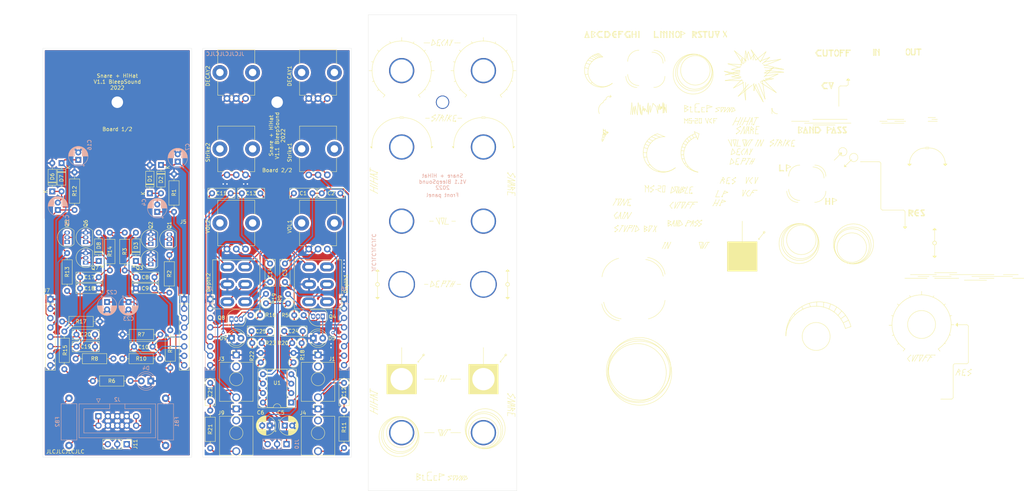
<source format=kicad_pcb>
(kicad_pcb (version 20211014) (generator pcbnew)
  (layers (0 "F.Cu" signal) (31 "B.Cu" signal) (34 "B.Paste" user) (35 "F.Paste" user) (36 "B.SilkS" user "B.Silkscreen") (37 "F.SilkS" user "F.Silkscreen") (38 "B.Mask" user) (39 "F.Mask" user) (44 "Edge.Cuts" user))
  (net 0 "")
  (net 1 "GND")
  (net 2 "+12V")
  (net 3 "-12V")
  (net 4 "Net-(U1-Pad2)")
  (net 5 "Net-(C1-Pad2)")
  (net 6 "Net-(C4-Pad2)")
  (net 7 "Net-(C8-Pad1)")
  (net 8 "Net-(C11-Pad2)")
  (net 9 "Net-(C12-Pad2)")
  (net 10 "Net-(C14-Pad2)")
  (net 11 "Net-(D5-Pad2)")
  (net 12 "Net-(FB1-Pad2)")
  (net 13 "Net-(FB2-Pad2)")
  (net 15 "/DeH")
  (net 16 "Net-(C2-Pad2)")
  (net 17 "Net-(C3-Pad2)")
  (net 18 "/SnI")
  (net 19 "/SnH")
  (net 20 "Net-(C8-Pad2)")
  (net 21 "/So")
  (net 22 "/HiDH")
  (net 23 "Net-(C13-Pad2)")
  (net 24 "Net-(C15-Pad2)")
  (net 25 "/HiI")
  (net 26 "/HiH")
  (net 27 "Net-(C17-Pad2)")
  (net 28 "Net-(C17-Pad1)")
  (net 29 "Net-(C19-Pad2)")
  (net 30 "/Ho")
  (net 32 "Net-(C21-Pad2)")
  (net 33 "Net-(C21-Pad1)")
  (net 34 "Net-(D3-Pad1)")
  (net 35 "Net-(D4-Pad2)")
  (net 36 "Net-(D8-Pad1)")
  (net 37 "Net-(D9-Pad2)")
  (net 38 "Net-(C12-Pad1)")
  (net 40 "Net-(U1-Pad6)")
  (net 42 "/SnO")
  (net 43 "/HiO")
  (net 46 "Net-(Q1-Pad2)")
  (net 47 "Net-(Q4-Pad3)")
  (net 48 "Net-(Q4-Pad2)")
  (net 49 "Net-(J4-PadT)")
  (net 50 "Net-(Q5-Pad2)")
  (net 51 "Net-(Q8-Pad3)")
  (net 52 "Net-(Q8-Pad2)")
  (net 53 "Net-(J9-PadT)")
  (net 54 "Net-(Depth1-Pad3)")
  (net 55 "Net-(Depth2-Pad3)")
  (net 56 "Net-(U1-Pad3)")
  (net 57 "Net-(U1-Pad5)")
  (footprint "Capacitor_THT:C_Disc_D7.0mm_W2.5mm_P5.00mm" (layer "F.Cu") (at 102.5 70 180)
    (fp_text reference "C1")
    (fp_text value "10µF")
  )
  (footprint "Capacitor_THT:C_Disc_D7.0mm_W2.5mm_P5.00mm" (layer "F.Cu") (at 105 70)
    (fp_text reference "C2")
    (fp_text value "1µF")
  )
  (footprint "Capacitor_THT:C_Disc_D7.0mm_W2.5mm_P5.00mm" (layer "F.Cu") (at 95.1 88.9 -90)
    (fp_text reference "C3")
    (fp_text value "0.1µF")
  )
  (footprint "Capacitor_THT:CP_Radial_D5.0mm_P2.00mm" (layer "F.Cu") (at 95.044888 132.5)
    (fp_text reference "C5")
    (fp_text value "10µ")
  )
  (footprint "Capacitor_THT:CP_Radial_D5.0mm_P2.00mm" (layer "F.Cu") (at 91 132.5 180)
    (fp_text reference "C6")
    (fp_text value "10µ")
  )
  (footprint "Capacitor_THT:C_Disc_D7.0mm_W2.5mm_P5.00mm" (layer "F.Cu") (at 55 92.59)
    (fp_text reference "C8")
    (fp_text value "1µF")
  )
  (footprint "Capacitor_THT:C_Disc_D7.0mm_W2.5mm_P5.00mm" (layer "F.Cu") (at 55 95.59)
    (fp_text reference "C9")
    (fp_text value "0.1µF")
  )
  (footprint "Capacitor_THT:C_Disc_D7.0mm_W2.5mm_P5.00mm" (layer "F.Cu") (at 54.5 111.25)
    (fp_text reference "C10")
    (fp_text value ".1µF")
  )
  (footprint "Capacitor_THT:C_Disc_D7.0mm_W2.5mm_P5.00mm" (layer "F.Cu") (at 80.5 70 180)
    (fp_text reference "C11")
    (fp_text value "10µF")
  )
  (footprint "Capacitor_THT:C_Disc_D7.0mm_W2.5mm_P5.00mm" (layer "F.Cu") (at 111 121 -90)
    (fp_text reference "C12")
    (fp_text value "10µF")
  )
  (footprint "Capacitor_THT:C_Disc_D7.0mm_W2.5mm_P5.00mm" (layer "F.Cu") (at 83.5 70)
    (fp_text reference "C13")
    (fp_text value "1µF")
  )
  (footprint "Capacitor_THT:C_Disc_D7.0mm_W2.5mm_P5.00mm" (layer "F.Cu") (at 91.1 88.9 -90)
    (fp_text reference "C14")
    (fp_text value "0.1µF")
  )
  (footprint "Capacitor_THT:C_Disc_D7.0mm_W2.5mm_P5.00mm" (layer "F.Cu") (at 45 92.59 180)
    (fp_text reference "C17")
    (fp_text value "1µF")
  )
  (footprint "Capacitor_THT:C_Disc_D7.0mm_W2.5mm_P5.00mm" (layer "F.Cu") (at 45 95.59 180)
    (fp_text reference "C18")
    (fp_text value "10nF")
  )
  (footprint "Capacitor_THT:C_Disc_D7.0mm_W2.5mm_P5.00mm" (layer "F.Cu") (at 39 111.25)
    (fp_text reference "C19")
    (fp_text value "680pF")
  )
  (footprint "Capacitor_THT:C_Disc_D7.0mm_W2.5mm_P5.00mm" (layer "F.Cu") (at 44 108 180)
    (fp_text reference "C20")
    (fp_text value ".1µF")
  )
  (footprint "Capacitor_THT:C_Disc_D7.0mm_W2.5mm_P5.00mm" (layer "F.Cu") (at 75 121 -90)
    (fp_text reference "C21")
    (fp_text value "10µF")
  )
  (footprint "Diode_THT:D_DO-35_SOD27_P7.62mm_Horizontal" (layer "F.Cu") (at 58.75 70 90)
    (fp_text reference "D1")
    (fp_text value "1N4148")
  )
  (footprint "Diode_THT:D_DO-35_SOD27_P7.62mm_Horizontal" (layer "F.Cu") (at 61.75 62.38 -90)
    (fp_text reference "D2")
    (fp_text value "1N4148")
  )
  (footprint "Diode_THT:D_DO-35_SOD27_P7.62mm_Horizontal" (layer "F.Cu") (at 55 88.21 90)
    (fp_text reference "D3")
    (fp_text value "1N4148")
  )
  (footprint "LED_THT:LED_D4.0mm" (layer "F.Cu") (at 102.725 109)
    (fp_text reference "D5")
    (fp_text value "Trig Snare")
  )
  (footprint "Diode_THT:D_DO-35_SOD27_P7.62mm_Horizontal" (layer "F.Cu") (at 32.5 69.5 90)
    (fp_text reference "D6")
    (fp_text value "1N4148")
  )
  (footprint "Diode_THT:D_DO-35_SOD27_P7.62mm_Horizontal" (layer "F.Cu") (at 35 61.88 -90)
    (fp_text reference "D7")
    (fp_text value "1N4148")
  )
  (footprint "LED_THT:LED_D4.0mm" (layer "F.Cu") (at 80.725 109)
    (fp_text reference "D9")
    (fp_text value "Trig_HiHat")
  )
  (footprint "Synth:Pot-bourns-alpha" (layer "F.Cu") (at 84.5 44.5 90)
    (fp_text reference "DECAY2")
    (fp_text value "100k")
  )
  (footprint "Synth:Thonkiconn" (layer "F.Cu") (at 82 113.5)
    (fp_text reference "J3")
    (fp_text value "HiHat IN")
  )
  (footprint "Synth:Thonkiconn" (layer "F.Cu") (at 104 128)
    (fp_text reference "J4")
    (fp_text value "Snare OUT")
  )
  (footprint "Connector_PinHeader_2.54mm:PinHeader_1x08_P2.54mm_Vertical" (layer "F.Cu") (at 68 98.5)
    (fp_text reference "J5")
    (fp_text value "Conn_01x08_Male")
  )
  (footprint "Connector_PinHeader_2.54mm:PinHeader_1x08_P2.54mm_Vertical" (layer "F.Cu") (at 32 98.5)
    (fp_text reference "J7")
    (fp_text value "Conn_01x08_Male")
  )
  (footprint "Synth:Thonkiconn" (layer "F.Cu") (at 82 128)
    (fp_text reference "J9")
    (fp_text value "HiHat OUT")
  )
  (footprint "Package_TO_SOT_THT:TO-92_Inline" (layer "F.Cu") (at 64 83.63 90)
    (fp_text reference "Q1")
    (fp_text value "BC546")
  )
  (footprint "Package_TO_SOT_THT:TO-92_Inline" (layer "F.Cu") (at 59 83.59 90)
    (fp_text reference "Q2")
    (fp_text value "BC546")
  )
  (footprint "Package_TO_SOT_THT:TO-92_Inline" (layer "F.Cu") (at 59 89.09 90)
    (fp_text reference "Q3")
    (fp_text value "BC546")
  )
  (footprint "Package_TO_SOT_THT:TO-92_Inline" (layer "F.Cu") (at 105.27 103.14 180)
    (fp_text reference "Q4")
    (fp_text value "2N3904")
  )
  (footprint "Package_TO_SOT_THT:TO-92_Inline" (layer "F.Cu") (at 36.5 83.13 90)
    (fp_text reference "Q5")
    (fp_text value "BC546")
  )
  (footprint "Package_TO_SOT_THT:TO-92_Inline" (layer "F.Cu") (at 41.5 83.13 90)
    (fp_text reference "Q6")
    (fp_text value "BC546")
  )
  (footprint "Package_TO_SOT_THT:TO-92_Inline" (layer "F.Cu") (at 41.5 88.63 90)
    (fp_text reference "Q7")
    (fp_text value "BC546")
  )
  (footprint "Package_TO_SOT_THT:TO-92_Inline" (layer "F.Cu") (at 80.73 103.86)
    (fp_text reference "Q8")
    (fp_text value "2N3904")
  )
  (footprint "Resistor_THT:R_Axial_DIN0207_L6.3mm_D2.5mm_P10.16mm_Horizontal" (layer "F.Cu") (at 65.25 75 90)
    (fp_text reference "R1")
    (fp_text value "4k7")
  )
  (footprint "Resistor_THT:R_Axial_DIN0207_L6.3mm_D2.5mm_P10.16mm_Horizontal" (layer "F.Cu") (at 64 86.59 -90)
    (fp_text reference "R2")
    (fp_text value "47k")
  )
  (footprint "Resistor_THT:R_Axial_DIN0207_L6.3mm_D2.5mm_P10.16mm_Horizontal" (layer "F.Cu") (at 52 80.59 -90)
    (fp_text reference "R3")
    (fp_text value "4k7")
  )
  (footprint "Resistor_THT:R_Axial_DIN0207_L6.3mm_D2.5mm_P10.16mm_Horizontal" (layer "F.Cu") (at 64.25 117 90)
    (fp_text reference "R4")
    (fp_text value "1M")
  )
  (footprint "Resistor_THT:R_Axial_DIN0207_L6.3mm_D2.5mm_P2.54mm_Vertical" (layer "F.Cu") (at 97.6 102.8)
    (fp_text reference "R5")
    (fp_text value "100k")
  )
  (footprint "Resistor_THT:R_Axial_DIN0207_L6.3mm_D2.5mm_P10.16mm_Horizontal" (layer "F.Cu") (at 43.42 120.5)
    (fp_text reference "R6")
    (fp_text value "2.2k")
  )
  (footprint "Resistor_THT:R_Axial_DIN0207_L6.3mm_D2.5mm_P10.16mm_Horizontal" (layer "F.Cu") (at 61.58 108 180)
    (fp_text reference "R7")
    (fp_text value "1M")
  )
  (footprint "Resistor_THT:R_Axial_DIN0207_L6.3mm_D2.5mm_P2.54mm_Vertical" (layer "F.Cu") (at 95.95 99.64 90)
    (fp_text reference "R9")
    (fp_text value "1k")
  )
  (footprint "Resistor_THT:R_Axial_DIN0207_L6.3mm_D2.5mm_P10.16mm_Horizontal" (layer "F.Cu") (at 111 138.5 90)
    (fp_text reference "R11")
    (fp_text value "1k")
  )
  (footprint "Resistor_THT:R_Axial_DIN0207_L6.3mm_D2.5mm_P10.16mm_Horizontal" (layer "F.Cu") (at 38.5 74.5 90)
    (fp_text reference "R12")
    (fp_text value "4k7")
  )
  (footprint "Resistor_THT:R_Axial_DIN0207_L6.3mm_D2.5mm_P10.16mm_Horizontal" (layer "F.Cu") (at 36.5 86.09 -90)
    (fp_text reference "R13")
    (fp_text value "47k")
  )
  (footprint "Resistor_THT:R_Axial_DIN0207_L6.3mm_D2.5mm_P10.16mm_Horizontal" (layer "F.Cu") (at 48 80.59 -90)
    (fp_text reference "R14")
    (fp_text value "4k7")
  )
  (footprint "Resistor_THT:R_Axial_DIN0207_L6.3mm_D2.5mm_P10.16mm_Horizontal" (layer "F.Cu") (at 35.75 117.33 90)
    (fp_text reference "R15")
    (fp_text value "1M")
  )
  (footprint "Resistor_THT:R_Axial_DIN0207_L6.3mm_D2.5mm_P2.54mm_Vertical" (layer "F.Cu") (at 88.4 102.8 180)
    (fp_text reference "R16")
    (fp_text value "100k")
  )
  (footprint "Resistor_THT:R_Axial_DIN0207_L6.3mm_D2.5mm_P10.16mm_Horizontal" (layer "F.Cu") (at 35.17 104.5)
    (fp_text reference "R17")
    (fp_text value "1M")
  )
  (footprint "Resistor_THT:R_Axial_DIN0207_L6.3mm_D2.5mm_P2.54mm_Vertical" (layer "F.Cu") (at 90 99.6 90)
    (fp_text reference "R19")
    (fp_text value "1k")
  )
  (footprint "Resistor_THT:R_Axial_DIN0207_L6.3mm_D2.5mm_P10.16mm_Horizontal" (layer "F.Cu") (at 75 138.58 90)
    (fp_text reference "R21")
    (fp_text value "1k")
  )
  (footprint "Synth:Pot-bourns-alpha" (layer "F.Cu") (at 84.5 65.05 90)
    (fp_text reference "Strike2")
    (fp_text value "100k")
  )
  (footprint "Synth:Pot-bourns-alpha" (layer "F.Cu") (at 106.5 44.5 90)
    (fp_text reference "DECAY1")
    (fp_text value "100k")
  )
  (footprint "Synth:Pot-bourns-alpha" (layer "F.Cu") (at 106.5 65.05 90)
    (fp_text reference "Strike1")
    (fp_text value "100k")
  )
  (footprint "Synth:Pot-bourns-alpha" (layer "F.Cu") (at 106.5 85 90)
    (fp_text reference "VOL1")
    (fp_text value "10k")
  )
  (footprint "Synth:Pot-bourns-alpha" (layer "F.Cu") (at 84.5 85 90)
    (fp_text reference "VOL2")
    (fp_text value "10k")
  )
  (footprint "Synth:Thonkiconn" (layer "F.Cu") (at 104 113.5)
    (fp_text reference "J1")
    (fp_text value "Snare IN")
  )
  (footprint "Synth:SW_DPDT_Toggle" (layer "F.Cu") (at 104 94.5 90)
    (fp_text reference "Depth1")
    (fp_text value "SW_Push_DPDT")
  )
  (footprint "Synth:SW_DPDT_Toggle" (layer "F.Cu") (at 82 94.5 90)
    (fp_text reference "Depth2")
    (fp_text value "SW_Push_DPDT")
  )
  (footprint "Package_DIP:DIP-8_W7.62mm_Socket" (layer "F.Cu") (at 96.8 126.3 180)
    (fp_text reference "U1")
    (fp_text value "TL072")
  )
  (footprint "Diode_THT:D_DO-35_SOD27_P7.62mm_Horizontal" (layer "F.Cu") (at 45 88.21 90)
    (fp_text reference "D8")
    (fp_text value "1N4148")
  )
  (footprint "Resistor_THT:R_Axial_DIN0207_L6.3mm_D2.5mm_P10.16mm_Horizontal" (layer "F.Cu") (at 38.8 114.5)
    (fp_text reference "R8")
    (fp_text value "0R")
  )
  (footprint "Resistor_THT:R_Axial_DIN0207_L6.3mm_D2.5mm_P2.54mm_Vertical" (layer "F.Cu") (at 97.4 115.5 90)
    (fp_text reference "R18")
    (fp_text value "10k")
  )
  (footprint "Capacitor_THT:C_Disc_D7.0mm_W2.5mm_P5.00mm" (layer "F.Cu") (at 91.1 107.1 180)
    (fp_text reference "C25")
    (fp_text value "22pF")
  )
  (footprint "Resistor_THT:R_Axial_DIN0207_L6.3mm_D2.5mm_P2.54mm_Vertical" (layer "F.Cu") (at 86.305 110.3)
    (fp_text reference "R23")
    (fp_text value "330k")
  )
  (footprint "Resistor_THT:R_Axial_DIN0207_L6.3mm_D2.5mm_P10.16mm_Horizontal" (layer "F.Cu") (at 61.5 114.5 180)
    (fp_text reference "R10")
    (fp_text value "0R")
  )
  (footprint "Resistor_THT:R_Axial_DIN0207_L6.3mm_D2.5mm_P2.54mm_Vertical" (layer "F.Cu") (at 99.595 110.3 180)
    (fp_text reference "R20")
    (fp_text value "330k")
  )
  (footprint "Connector_PinHeader_2.54mm:PinHeader_1x03_P2.54mm_Vertical" (layer "F.Cu") (at 52.525 137.5 -90)
    (fp_text reference "J11")
    (fp_text value "Conn_01x03_Male")
  )
  (footprint "Resistor_THT:R_Axial_DIN0207_L6.3mm_D2.5mm_P2.54mm_Vertical" (layer "F.Cu") (at 88.6 115.5 90)
    (fp_text reference "R22")
    (fp_text value "10k")
  )
  (footprint "Capacitor_THT:C_Disc_D7.0mm_W2.5mm_P5.00mm" (layer "F.Cu") (at 94.9 107.1)
    (fp_text reference "C24")
    (fp_text value "22pF")
  )
  (footprint "Capacitor_THT:CP_Radial_D5.0mm_P2.00mm" (layer "B.Cu") (at 60.75 75 90)
    (fp_text reference "C4")
    (fp_text value "10µF")
  )
  (footprint "Capacitor_THT:CP_Radial_D5.0mm_P2.00mm" (layer "B.Cu") (at 66.25 61.5 90)
    (fp_text reference "C7")
    (fp_text value "10µF")
  )
  (footprint "Capacitor_THT:CP_Radial_D5.0mm_P2.00mm" (layer "B.Cu") (at 39.5 61 90)
    (fp_text reference "C16")
    (fp_text value "10µF")
  )
  (footprint "LED_THT:LED_D4.0mm" (layer "B.Cu") (at 59 120.5 180)
    (fp_text reference "D4")
    (fp_text value "LED-12V")
  )
  (footprint "Inductor_THT:L_Axial_L9.5mm_D4.0mm_P12.70mm_Horizontal_Fastron_SMCC" (layer "B.Cu") (at 63 125.15 -90)
    (fp_text reference "FB1")
    (fp_text value "10R")
  )
  (footprint "Inductor_THT:L_Axial_L9.5mm_D4.0mm_P12.70mm_Horizontal_Fastron_SMCC" (layer "B.Cu") (at 37 125.15 -90)
    (fp_text reference "FB2")
    (fp_text value "10R")
  )
  (footprint "Connector_IDC:IDC-Header_2x05_P2.54mm_Vertical" (layer "B.Cu") (at 44.92 129.96 -90)
    (fp_text reference "J2")
    (fp_text value "Power Input")
  )
  (footprint "Connector_PinSocket_2.54mm:PinSocket_1x08_P2.54mm_Vertical" (layer "B.Cu") (at 75 98.46 180)
    (fp_text reference "J8")
    (fp_text value "Conn_01x08_Female")
  )
  (footprint "Connector_PinSocket_2.54mm:PinSocket_1x08_P2.54mm_Vertical" (layer "B.Cu") (at 111 98.46 180)
    (fp_text reference "J6")
    (fp_text value "Conn_01x08_Female")
  )
  (footprint "Capacitor_THT:CP_Radial_D5.0mm_P2.00mm" (layer "B.Cu") (at 34 74.5 90)
    (fp_text reference "C15")
    (fp_text value "10µF")
  )
  (footprint "Capacitor_THT:CP_Radial_D5.0mm_P2.00mm" (layer "B.Cu") (at 47.25 99.25 -90)
    (fp_text reference "C22")
    (fp_text value "100µ")
  )
  (footprint "Capacitor_THT:CP_Radial_D5.0mm_P2.00mm" (layer "B.Cu") (at 53 99.25 -90)
    (fp_text reference "C23")
    (fp_text value "100µ")
  )
  (footprint "Connector_PinSocket_2.54mm:PinSocket_1x03_P2.54mm_Vertical" (layer "B.Cu") (at 95.525 137.475 90)
    (fp_text reference "J10")
    (fp_text value "Conn_01x03_Female")
  )
  (gr_line (start 132.2 145.8) (end 132.2 147.2) (layer "F.SilkS") (width 0.12))
  (gr_line (start 133.4 147.2) (end 134.6 147.2) (layer "F.SilkS") (width 0.12))
  (gr_line (start 130.6 147.2) (end 131.6 146.6) (layer "F.SilkS") (width 0.12))
  (gr_line (start 131.6 146.6) (end 130.6 146.2) (layer "F.SilkS") (width 0.12))
  (gr_line (start 132.2 147.2) (end 132.8 147.2) (layer "F.SilkS") (width 0.12))
  (gr_line (start 133.8 145) (end 134.6 145) (layer "F.SilkS") (width 0.12))
  (gr_line (start 135.2 147.2) (end 136 147.2) (layer "F.SilkS") (width 0.12))
  (gr_line (start 136.6 145.4) (end 138 145.8) (layer "F.SilkS") (width 0.12))
  (gr_line (start 133.4 145.4) (end 133.4 147.2) (layer "F.SilkS") (width 0.12))
  (gr_line (start 133.4 146) (end 133.8 146) (layer "F.SilkS") (width 0.12))
  (gr_line (start 135.2 146) (end 135.2 147.2) (layer "F.SilkS") (width 0.12))
  (gr_line (start 136.4 147) (end 136.6 147.2) (layer "F.SilkS") (width 0.12))
  (gr_line (start 135.2 146) (end 136 146) (layer "F.SilkS") (width 0.12))
  (gr_line (start 136.6 147.2) (end 136.6 147) (layer "F.SilkS") (width 0.12))
  (gr_line (start 136.6 145.4) (end 136.6 147.2) (layer "F.SilkS") (width 0.12))
  (gr_line (start 138 145.8) (end 136.6 146.2) (layer "F.SilkS") (width 0.12))
  (gr_line (start 135.2 146.6) (end 135.4 146.6) (layer "F.SilkS") (width 0.12))
  (gr_line (start 130.6 146.2) (end 131.6 145.8) (layer "F.SilkS") (width 0.12))
  (gr_line (start 136.6 147.2) (end 136.8 147) (layer "F.SilkS") (width 0.12))
  (gr_line (start 130.6 145.4) (end 130.6 147.2) (layer "F.SilkS") (width 0.12))
  (gr_line (start 131.6 145.8) (end 130.6 145.4) (layer "F.SilkS") (width 0.12))
  (gr_line (start 143.4 146) (end 143.2 146) (layer "F.SilkS") (width 0.12))
  (gr_line (start 139 147.2) (end 139 147) (layer "F.SilkS") (width 0.12))
  (gr_line (start 140.4 146) (end 140.4 147.2) (layer "F.SilkS") (width 0.12))
  (gr_line (start 141.6 146) (end 141.2 147.2) (layer "F.SilkS") (width 0.12))
  (gr_line (start 141.2 147.2) (end 142.4 146) (layer "F.SilkS") (width 0.12))
  (gr_line (start 143.8 146) (end 143.2 147.2) (layer "F.SilkS") (width 0.12))
  (gr_line (start 143.8 146) (end 144.2 146.8) (layer "F.SilkS") (width 0.12))
  (gr_line (start 140 146) (end 140 146.2) (layer "F.SilkS") (width 0.12))
  (gr_line (start 132.2 145.8) (end 132 146) (layer "F.SilkS") (width 0.12))
  (gr_line (start 132.2 145.8) (end 132.4 146) (layer "F.SilkS") (width 0.12))
  (gr_line (start 142.8 146) (end 142.6 147.2) (layer "F.SilkS") (width 0.12))
  (gr_arc (start 133.4 145.4) (mid 133.517157 145.117157) (end 133.8 145) (layer "F.SilkS") (width 0.12))
  (gr_line (start 139.8 146.8) (end 139 147.2) (layer "F.SilkS") (width 0.12))
  (gr_line (start 134.6 147.2) (end 134.4 147) (layer "F.SilkS") (width 0.12))
  (gr_line (start 134.6 147.2) (end 134.4 147.4) (layer "F.SilkS") (width 0.12))
  (gr_line (start 139 146.2) (end 139.8 146.8) (layer "F.SilkS") (width 0.12))
  (gr_line (start 141.2 146) (end 140.4 146) (layer "F.SilkS") (width 0.12))
  (gr_line (start 142.6 147.2) (end 143.4 146) (layer "F.SilkS") (width 0.12))
  (gr_line (start 142.8 146) (end 142 147.2) (layer "F.SilkS") (width 0.12))
  (gr_line (start 141.6 146) (end 141.4 146) (layer "F.SilkS") (width 0.12))
  (gr_line (start 142 147.2) (end 142.2 147.2) (layer "F.SilkS") (width 0.12))
  (gr_line (start 142.4 146) (end 142.2 146) (layer "F.SilkS") (width 0.12))
  (gr_line (start 140.4 147.2) (end 141.2 146) (layer "F.SilkS") (width 0.12))
  (gr_line (start 143.2 147.2) (end 144.2 146.8) (layer "F.SilkS") (width 0.12))
  (gr_line (start 140 146) (end 139 146.2) (layer "F.SilkS") (width 0.12))
  (gr_line (start 148.5 117.75) (end 148.5 111.5) (layer "F.SilkS") (width 0.12))
  (gr_line (start 126.5 117.75) (end 126.5 111.5) (layer "F.SilkS") (width 0.12))
  (gr_line (start 119 68.4) (end 120 68.8) (layer "F.SilkS") (width 0.12))
  (gr_line (start 120 68.8) (end 120 68.9) (layer "F.SilkS") (width 0.12))
  (gr_line (start 118 64.8) (end 120 64.9) (layer "F.SilkS") (width 0.12))
  (gr_line (start 118 63.6) (end 120 64.5) (layer "F.SilkS") (width 0.12))
  (gr_line (start 118 66.5) (end 120 67.5) (layer "F.SilkS") (width 0.12))
  (gr_line (start 119 67) (end 119 65.9) (layer "F.SilkS") (width 0.12))
  (gr_line (start 120 67.5) (end 120 67.6) (layer "F.SilkS") (width 0.12))
  (gr_line (start 118 63.6) (end 118 63.1) (layer "F.SilkS") (width 0.12))
  (gr_line (start 118 69) (end 120 70) (layer "F.SilkS") (width 0.12))
  (gr_line (start 118 67.9) (end 118 68) (layer "F.SilkS") (width 0.12))
  (gr_line (start 119 65.9) (end 120 66.3) (layer "F.SilkS") (width 0.12))
  (gr_line (start 119 69.5) (end 119 68.4) (layer "F.SilkS") (width 0.12))
  (gr_line (start 118 69) (end 118 69.1) (layer "F.SilkS") (width 0.12))
  (gr_line (start 118 65.4) (end 118 65.5) (layer "F.SilkS") (width 0.12))
  (gr_line (start 120 66.3) (end 120 66.4) (layer "F.SilkS") (width 0.12))
  (gr_line (start 118 66.5) (end 118 66.6) (layer "F.SilkS") (width 0.12))
  (gr_line (start 120 70) (end 120 70.1) (layer "F.SilkS") (width 0.12))
  (gr_line (start 119 68.4) (end 118 67.9) (layer "F.SilkS") (width 0.12))
  (gr_line (start 119 65.9) (end 118 65.4) (layer "F.SilkS") (width 0.12))
  (gr_line (start 118 64.8) (end 120 65.7) (layer "F.SilkS") (width 0.12))
  (gr_line (start 118 67.3) (end 120 68.2) (layer "F.SilkS") (width 0.12))
  (gr_line (start 119 64.9) (end 119 65.2) (layer "F.SilkS") (width 0.12))
  (gr_line (start 118 63.6) (end 118 64.2) (layer "F.SilkS") (width 0.12))
  (gr_line (start 120 64.5) (end 119.9 64.3) (layer "F.SilkS") (width 0.12))
  (gr_line (start 120 64.5) (end 119.8 64.6) (layer "F.SilkS") (width 0.12))
  (gr_line (start 156 67.85) (end 156 67.45) (layer "F.SilkS") (width 0.12))
  (gr_line (start 155 64.5) (end 155 64.7) (layer "F.SilkS") (width 0.12))
  (gr_line (start 157 67.9) (end 155 67.8) (layer "F.SilkS") (width 0.12))
  (gr_line (start 155.8 65.5) (end 155 64.5) (layer "F.SilkS") (width 0.12))
  (gr_line (start 157 65.7) (end 156.4 64.6) (layer "F.SilkS") (width 0.12))
  (gr_line (start 157 67.5) (end 155 66.6) (layer "F.SilkS") (width 0.12))
  (gr_line (start 157 66.6) (end 155 66.6) (layer "F.SilkS") (width 0.12))
  (gr_line (start 157 68.5) (end 155 68.2) (layer "F.SilkS") (width 0.12))
  (gr_line (start 157 67.9) (end 155 67) (layer "F.SilkS") (width 0.12))
  (gr_line (start 155 69.6) (end 157 69.9) (layer "F.SilkS") (width 0.12))
  (gr_line (start 156.2 68.4) (end 155.7 69.1) (layer "F.SilkS") (width 0.12))
  (gr_line (start 155 69.6) (end 155 70.5) (layer "F.SilkS") (width 0.12))
  (gr_line (start 155 64.5) (end 155.2 64.5) (layer "F.SilkS") (width 0.12))
  (gr_line (start 156.4 64.6) (end 155.8 65.5) (layer "F.SilkS") (width 0.12))
  (gr_line (start 157 65.7) (end 156.8 65.7) (layer "F.SilkS") (width 0.12))
  (gr_line (start 157 67.5) (end 157 67.4) (layer "F.SilkS") (width 0.12))
  (gr_line (start 157 65.7) (end 157.1 65.5) (layer "F.SilkS") (width 0.12))
  (gr_line (start 157 69.9) (end 157 70.7) (layer "F.SilkS") (width 0.12))
  (gr_line (start 157 68.5) (end 156.3 69.2) (layer "F.SilkS") (width 0.12))
  (gr_line (start 155.7 69.1) (end 155 69) (layer "F.SilkS") (width 0.12))
  (gr_line (start 156.2 69.8) (end 156.2 70.2) (layer "F.SilkS") (width 0.12))
  (gr_line (start 156.3 69.2) (end 156.2 68.4) (layer "F.SilkS") (width 0.12))
  (gr_line (start 157 66.6) (end 155 65.7) (layer "F.SilkS") (width 0.12))
  (gr_line (start 155 65.7) (end 155 65.6) (layer "F.SilkS") (width 0.12))
  (gr_poly (pts (xy 152.5 124) (xy 144.5 124) (xy 144.5 116) (xy 152.5 116)) (layer "F.SilkS") (width 0.1) (fill solid))
  (gr_line (start 138.5 133.6) (end 139.2 133.6) (layer "F.SilkS") (width 0.12))
  (gr_line (start 136.9 135.3) (end 136.4 133.6) (layer "F.SilkS") (width 0.12))
  (gr_line (start 136.4 133.6) (end 137.3 133.6) (layer "F.SilkS") (width 0.12))
  (gr_line (start 137.6 133.6) (end 137.3 135.3) (layer "F.SilkS") (width 0.12))
  (gr_line (start 137.3 135.3) (end 138.3 133.6) (layer "F.SilkS") (width 0.12))
  (gr_line (start 137.3 133.6) (end 136.9 135.3) (layer "F.SilkS") (width 0.12))
  (gr_line (start 138.9 133.6) (end 137.9 135.3) (layer "F.SilkS") (width 0.12))
  (gr_circle (center 126.2 134.85) (end 129.2 138.45) (layer "F.SilkS") (width 0.12) (fill none))
  (gr_circle (center 126.4 134.45) (end 129 137.45) (layer "F.SilkS") (width 0.12) (fill none))
  (gr_circle (center 125.8 135.45) (end 127.8 140.45) (layer "F.SilkS") (width 0.12) (fill none))
  (gr_circle (center 126 135.05) (end 127.8 139.65) (layer "F.SilkS") (width 0.12) (fill none))
  (gr_circle (center 148.95 133.35) (end 146.95 128.35) (layer "F.SilkS") (width 0.12) (fill none))
  (gr_circle (center 148.75 133.75) (end 146.95 129.15) (layer "F.SilkS") (width 0.12) (fill none))
  (gr_circle (center 148.55 133.95) (end 145.55 130.35) (layer "F.SilkS") (width 0.12) (fill none))
  (gr_circle (center 148.5 134.35) (end 145.9 131.35) (layer "F.SilkS") (width 0.12) (fill none))
  (gr_circle (center 154.5 113.5) (end 154.5 113.75) (layer "F.SilkS") (width 0.12) (fill none))
  (gr_line (start 154.5 113.5) (end 153 115.4) (layer "F.SilkS") (width 0.12))
  (gr_line (start 153 115.4) (end 153.3 115.4) (layer "F.SilkS") (width 0.12))
  (gr_line (start 153 115.4) (end 153 115.1) (layer "F.SilkS") (width 0.12))
  (gr_line (start 137.1 119) (end 136.9 119.1) (layer "F.SilkS") (width 0.12))
  (gr_line (start 137 120.7) (end 137.8 119) (layer "F.SilkS") (width 0.12))
  (gr_line (start 137 120.7) (end 136.9 120.7) (layer "F.SilkS") (width 0.12))
  (gr_line (start 137.8 119) (end 137.8 120.7) (layer "F.SilkS") (width 0.12))
  (gr_line (start 137.1 119) (end 137.2 119.2) (layer "F.SilkS") (width 0.12))
  (gr_line (start 137.8 120.7) (end 138.6 119) (layer "F.SilkS") (width 0.12))
  (gr_line (start 136.3 120.7) (end 137.1 119) (layer "F.SilkS") (width 0.12))
  (gr_line (start 138.6 119) (end 138.5 119) (layer "F.SilkS") (width 0.12))
  (gr_arc (start 118.5 57.45) (mid 120.634567 51.996699) (end 126 49.65) (layer "F.SilkS") (width 0.12))
  (gr_line (start 126 49.45) (end 127 49.45) (layer "F.SilkS") (width 0.12))
  (gr_line (start 126 49.85) (end 127 49.85) (layer "F.SilkS") (width 0.12))
  (gr_line (start 135.3 120) (end 132.6 120) (layer "F.SilkS") (width 0.12))
  (gr_line (start 155 95) (end 155 98) (layer "F.SilkS") (width 0.12))
  (gr_poly (pts (xy 120 98.5) (xy 119.5 98) (xy 120.5 98)) (layer "F.SilkS") (width 0.1) (fill solid))
  (gr_circle (center 120 94.5) (end 120.5 94.5) (layer "F.SilkS") (width 0.15) (fill none))
  (gr_line (start 120 95) (end 120 98) (layer "F.SilkS") (width 0.12))
  (gr_line (start 120 94) (end 120 91) (layer "F.SilkS") (width 0.12))
  (gr_poly (pts (xy 120.5 91) (xy 119.5 91) (xy 120 90.5)) (layer "F.SilkS") (width 0.1) (fill solid))
  (gr_line (start 140.4 93.6) (end 139.5 95.2) (layer "F.SilkS") (width 0.12))
  (gr_line (start 140.9 93.6) (end 140 95.2) (layer "F.SilkS") (width 0.12))
  (gr_line (start 134.6 93.6) (end 134.2 95.2) (layer "F.SilkS") (width 0.12))
  (gr_line (start 138.5 95.2) (end 138.7 95.1) (layer "F.SilkS") (width 0.12))
  (gr_line (start 135.7 95.2) (end 136.4 95.2) (layer "F.SilkS") (width 0.12))
  (gr_line (start 135.9 94.4) (end 136.2 94.4) (layer "F.SilkS") (width 0.12))
  (gr_line (start 139.8 94.4) (end 140.6 94.4) (layer "F.SilkS") (width 0.12))
  (gr_line (start 135.3 94.7) (end 134.6 93.6) (layer "F.SilkS") (width 0.12))
  (gr_line (start 138.5 93.6) (end 138.2 94.2) (layer "F.SilkS") (width 0.12))
  (gr_line (start 138.5 95.2) (end 138.5 95) (layer "F.SilkS") (width 0.12))
  (gr_line (start 139.4 93.6) (end 138.5 95.2) (layer "F.SilkS") (width 0.12))
  (gr_line (start 138.2 94.2) (end 137.4 94.2) (layer "F.SilkS") (width 0.12))
  (gr_line (start 135.9 94) (end 135.7 95.2) (layer "F.SilkS") (width 0.12))
  (gr_arc (start 135.9 94) (mid 136.017157 93.717157) (end 136.3 93.6) (layer "F.SilkS") (width 0.12))
  (gr_line (start 136.3 93.6) (end 136.7 93.6) (layer "F.SilkS") (width 0.12))
  (gr_line (start 136.5 95.2) (end 136.3 95) (layer "F.SilkS") (width 0.12))
  (gr_line (start 136.5 95.2) (end 136.3 95.4) (layer "F.SilkS") (width 0.12))
  (gr_line (start 138.9 93.6) (end 139.8 93.6) (layer "F.SilkS") (width 0.12))
  (gr_line (start 137.8 93.6) (end 137.1 95.2) (layer "F.SilkS") (width 0.12))
  (gr_line (start 134.2 95.2) (end 135.3 94.7) (layer "F.SilkS") (width 0.12))
  (gr_line (start 137.6 93.6) (end 138.5 93.6) (layer "F.SilkS") (width 0.12))
  (gr_line (start 133.6 94.5) (end 132.6 94.5) (layer "F.SilkS") (width 0.12))
  (gr_line (start 141.4 94.5) (end 142.4 94.5) (layer "F.SilkS") (width 0.12))
  (gr_arc (start 180.4 92.496811) (mid 181.85565 89.281896) (end 184.9 87.496811) (layer "F.SilkS") (width 0.12))
  (gr_line (start 135.6 48.9) (end 134.6 49.5) (layer "F.SilkS") (width 0.12))
  (gr_line (start 211.422688 27.522688) (end 211.822688 26.422688) (layer "F.SilkS") (width 0.12))
  (gr_line (start 209.322688 26.422688) (end 209.322688 28.122688) (layer "F.SilkS") (width 0.12))
  (gr_line (start 191.422688 46.622688) (end 191.422688 47.722688) (layer "F.SilkS") (width 0.12))
  (gr_line (start 230.122688 62.322688) (end 231.122688 62.822688) (layer "F.SilkS") (width 0.12))
  (gr_line (start 200.222688 26.722688) (end 200.222688 27.822688) (layer "F.SilkS") (width 0.12))
  (gr_line (start 236.472688 100.472688) (end 236.172688 99.672688) (layer "F.SilkS") (width 0.12))
  (gr_line (start 188.622688 48.822688) (end 188.922688 46.722688) (layer "F.SilkS") (width 0.12))
  (gr_line (start 208.722688 51.122688) (end 208.822688 51.022688) (layer "F.SilkS") (width 0.12))
  (gr_line (start 203.672688 72.372688) (end 202.672688 74.072688) (layer "F.SilkS") (width 0.12))
  (gr_line (start 139.6 133.6) (end 139.5 133.8) (layer "F.SilkS") (width 0.12))
  (gr_line (start 184.822688 28.122688) (end 184.822688 26.422688) (layer "F.SilkS") (width 0.12))
  (gr_line (start 205.922688 27.122688) (end 204.922688 27.422688) (layer "F.SilkS") (width 0.12))
  (gr_line (start 216.122688 57.322688) (end 215.622688 55.622688) (layer "F.SilkS") (width 0.12))
  (gr_line (start 214.822688 46.922688) (end 214.622688 48.122688) (layer "F.SilkS") (width 0.12))
  (gr_line (start 183.222688 26.922688) (end 183.622688 26.422688) (layer "F.SilkS") (width 0.12))
  (gr_poly (pts (xy 275.572688 105.372688) (xy 276.072688 104.872688) (xy 276.072688 105.872688)) (layer "F.SilkS") (width 0.1) (fill solid))
  (gr_line (start 274.172688 108.172688) (end 273.862688 108.062688) (layer "F.SilkS") (width 0.12))
  (gr_line (start 267.872688 92.872688) (end 261.872688 92.872688) (layer "F.SilkS") (width 0.12))
  (gr_line (start 265.022688 74.622688) (end 265.422688 74.622688) (layer "F.SilkS") (width 0.12))
  (gr_line (start 279.772688 117.372688) (end 278.772688 117.972688) (layer "F.SilkS") (width 0.12))
  (gr_line (start 267.597688 113.522688) (end 268.647688 113.522688) (layer "F.SilkS") (width 0.12))
  (gr_line (start 190.822688 48.722688) (end 190.622688 46.222688) (layer "F.SilkS") (width 0.12))
  (gr_line (start 138.7 50.6) (end 139.5 48.9) (layer "F.SilkS") (width 0.12))
  (gr_poly (pts (xy 262.622688 62.122688) (xy 263.622688 62.122688) (xy 263.122688 62.622688)) (layer "F.SilkS") (width 0.1) (fill solid))
  (gr_line (start 201.822688 74.072688) (end 202.072688 72.372688) (layer "F.SilkS") (width 0.12))
  (gr_arc (start 190.322688 41.022688) (mid 188.201368 40.144008) (end 187.322688 38.022688) (layer "F.SilkS") (width 0.12))
  (gr_line (start 204.222688 48.122688) (end 204.822688 48.122688) (layer "F.SilkS") (width 0.12))
  (gr_line (start 206.272688 77.772688) (end 207.172688 78.272688) (layer "F.SilkS") (width 0.12))
  (gr_poly (pts (xy 155.5 91) (xy 154.5 91) (xy 155 90.5)) (layer "F.SilkS") (width 0.1) (fill solid))
  (gr_line (start 155 125.1) (end 155 125) (layer "F.SilkS") (width 0.12))
  (gr_line (start 189.272688 80.372688) (end 190.372688 79.772688) (layer "F.SilkS") (width 0.12))
  (gr_line (start 185.022688 26.422688) (end 185.022688 28.122688) (layer "F.SilkS") (width 0.12))
  (gr_line (start 264.147688 113.522688) (end 263.847688 115.222688) (layer "F.SilkS") (width 0.12))
  (gr_line (start 233.422688 53.822688) (end 234.222688 53.522688) (layer "F.SilkS") (width 0.12))
  (gr_line (start 217.522688 36.922688) (end 213.522688 38.172688) (layer "F.SilkS") (width 0.12))
  (gr_line (start 138 28.65) (end 137.2 29.55) (layer "F.SilkS") (width 0.12))
  (gr_arc (start 197.35565 98.781896) (mid 195.9 101.996811) (end 192.85565 103.781896) (layer "F.SilkS") (width 0.12))
  (gr_line (start 207.122688 51.122688) (end 207.222688 51.022688) (layer "F.SilkS") (width 0.12))
  (gr_line (start 203.922688 49.922688) (end 203.922688 50.522688) (layer "F.SilkS") (width 0.12))
  (gr_line (start 157 127.3) (end 155 126.4) (layer "F.SilkS") (width 0.12))
  (gr_arc (start 261.872688 111.872688) (mid 266.372688 97.335539) (end 270.872688 111.872688) (layer "F.SilkS") (width 0.12))
  (gr_line (start 229.272688 36.672688) (end 224.022688 36.172688) (layer "F.SilkS") (width 0.12))
  (gr_line (start 279.772688 117.372688) (end 279.772688 117.572688) (layer "F.SilkS") (width 0.12))
  (gr_line (start 206.522688 49.922688) (end 206.522688 51.122688) (layer "F.SilkS") (width 0.12))
  (gr_arc (start 274.872688 124.872688) (mid 274.726241 125.226241) (end 274.372688 125.372688) (layer "F.SilkS") (width 0.12))
  (gr_line (start 265.122688 76.122688) (end 264.522688 75.322688) (layer "F.SilkS") (width 0.12))
  (gr_line (start 184.672688 79.772688) (end 183.872688 80.372688) (layer "F.SilkS") (width 0.12))
  (gr_line (start 204.072688 68.672688) (end 203.872688 69.972688) (layer "F.SilkS") (width 0.12))
  (gr_line (start 209.322688 27.922688) (end 210.122688 27.922688) (layer "F.SilkS") (width 0.12))
  (gr_line (start 263.122688 74.422688) (end 264.122688 74.622688) (layer "F.SilkS") (width 0.12))
  (gr_line (start 135.6 49.9) (end 134.6 50.6) (layer "F.SilkS") (width 0.12))
  (gr_line (start 220.722688 50.622688) (end 220.422688 50.622688) (layer "F.SilkS") (width 0.12))
  (gr_line (start 136.65 76.65) (end 136.55 76.65) (layer "F.SilkS") (width 0.12))
  (gr_line (start 243.822688 53.622688) (end 243.922688 53.822688) (layer "F.SilkS") (width 0.12))
  (gr_line (start 278.872688 119.072688) (end 278.872688 118.872688) (layer "F.SilkS") (width 0.12))
  (gr_arc (start 192.640735 87.281896) (mid 195.749526 88.74468) (end 197.35565 91.781896) (layer "F.SilkS") (width 0.12))
  (gr_line (start 180.622688 54.222688) (end 181.322688 54.522688) (layer "F.SilkS") (width 0.12))
  (gr_arc (start 200.122688 63.122688) (mid 192.667159 60.993228) (end 197.326727 54.795814) (layer "F.SilkS") (width 0.12))
  (gr_line (start 241.672688 40.222688) (end 242.072688 41.322688) (layer "F.SilkS") (width 0.12))
  (gr_line (start 239.772688 41.022688) (end 240.372688 41.922688) (layer "F.SilkS") (width 0.12))
  (gr_line (start 265.522688 31.322688) (end 265.722688 31.322688) (layer "F.SilkS") (width 0.12))
  (gr_line (start 267.697688 114.172688) (end 267.797688 114.072688) (layer "F.SilkS") (width 0.12))
  (gr_line (start 243.122688 53.822688) (end 242.722688 52.722688) (layer "F.SilkS") (width 0.12))
  (gr_line (start 136.6 28.65) (end 137 28.65) (layer "F.SilkS") (width 0.12))
  (gr_line (start 205.822688 28.122688) (end 205.622688 28.122688) (layer "F.SilkS") (width 0.12))
  (gr_line (start 210.422688 51.122688) (end 210.522688 51.022688) (layer "F.SilkS") (width 0.12))
  (gr_line (start 240.072688 41.922688) (end 241.072688 41.922688) (layer "F.SilkS") (width 0.12))
  (gr_line (start 199.522688 72.372688) (end 198.672688 73.322688) (layer "F.SilkS") (width 0.12))
  (gr_line (start 215.772688 41.672688) (end 218.022688 39.422688) (layer "F.SilkS") (width 0.12))
  (gr_line (start 200.222688 26.722688) (end 200.422688 26.422688) (layer "F.SilkS") (width 0.12))
  (gr_line (start 253.922688 31.222688) (end 254.122688 31.222688) (layer "F.SilkS") (width 0.12))
  (gr_line (start 187.722688 78.672688) (end 188.622688 78.672688) (layer "F.SilkS") (width 0.12))
  (gr_line (start 184.472688 75.072688) (end 184.572688 75.172688) (layer "F.SilkS") (width 0.12))
  (gr_line (start 244.872688 59.122688) (end 244.872688 59.622688) (layer "F.SilkS") (width 0.12))
  (gr_line (start 232.072688 102.272688) (end 232.272688 102.672688) (layer "F.SilkS") (width 0.12))
  (gr_line (start 237.922688 52.322688) (end 237.922688 53.622688) (layer "F.SilkS") (width 0.12))
  (gr_line (start 265.447688 113.522688) (end 264.447688 115.222688) (layer "F.SilkS") (width 0.12))
  (gr_line (start 246.222688 31.622688) (end 247.222688 31.622688) (layer "F.SilkS") (width 0.12))
  (gr_line (start 209.022688 83.172688) (end 208.022688 84.872688) (layer "F.SilkS") (width 0.12))
  (gr_line (start 265.022688 75.922688) (end 265.422688 75.922688) (layer "F.SilkS") (width 0.12))
  (gr_line (start 184.472688 75.072688) (end 183.672688 75.972688) (layer "F.SilkS") (width 0.12))
  (gr_line (start 202.622688 47.122688) (end 203.622688 46.722688) (layer "F.SilkS") (width 0.12))
  (gr_line (start 243.422688 53.822688) (end 242.722688 52.122688) (layer "F.SilkS") (width 0.12))
  (gr_line (start 207.222688 46.922688) (end 208.022688 46.922688) (layer "F.SilkS") (width 0.12))
  (gr_line (start 200.572688 77.272688) (end 200.572688 78.872688) (layer "F.SilkS") (width 0.12))
  (gr_line (start 204.522688 49.922688) (end 204.422688 49.822688) (layer "F.SilkS") (width 0.12))
  (gr_line (start 201.722688 26.422688) (end 202.722688 26.922688) (layer "F.SilkS") (width 0.12))
  (gr_line (start 189.322688 46.522688) (end 189.922688 48.922688) (layer "F.SilkS") (width 0.12))
  (gr_line (start 215.822688 46.922688) (end 215.222688 48.122688) (layer "F.SilkS") (width 0.12))
  (gr_line (start 201.172688 68.272688) (end 200.872688 69.972688) (layer "F.SilkS") (width 0.12))
  (gr_line (start 237.122688 53.822688) (end 237.122688 53.022688) (layer "F.SilkS") (width 0.12))
  (gr_line (start 199.722688 78.072688) (end 199.422688 78.072688) (layer "F.SilkS") (width 0.12))
  (gr_line (start 220.422688 58.922688) (end 220.022688 59.622688) (layer "F.SilkS") (width 0.12))
  (gr_line (start 138.9 28.65) (end 138.1 30.25) (layer "F.SilkS") (width 0.12))
  (gr_line (start 180.522688 26.422688) (end 179.522688 26.422688) (layer "F.SilkS") (width 0.12))
  (gr_line (start 269.060188 114.172688) (end 269.160188 114.072688) (layer "F.SilkS") (width 0.12))
  (gr_line (start 219.922688 52.022688) (end 219.822688 54.022688) (layer "F.SilkS") (width 0.12))
  (gr_line (start 216.522688 61.422688) (end 216.822688 61.422688) (layer "F.SilkS") (width 0.12))
  (gr_line (start 223.522688 35.172688) (end 225.522688 33.422688) (layer "F.SilkS") (width 0.12))
  (gr_line (start 184.122688 26.622688) (end 184.222688 26.422688) (layer "F.SilkS") (width 0.12))
  (gr_line (start 265.722688 31.122688) (end 265.722688 32.822688) (layer "F.SilkS") (width 0.12))
  (gr_line (start 177.522688 28.122688) (end 177.722688 28.122688) (layer "F.SilkS") (width 0.12))
  (gr_line (start 204.522688 51.122688) (end 204.422688 51.022688) (layer "F.SilkS") (width 0.12))
  (gr_line (start 202.622688 50.022688) (end 202.622688 51.122688) (layer "F.SilkS") (width 0.12))
  (gr_line (start 263.522688 75.322688) (end 264.022688 76.122688) (layer "F.SilkS") (width 0.12))
  (gr_line (start 215.922688 61.722688) (end 215.222688 60.622688) (layer "F.SilkS") (width 0.12))
  (gr_line (start 206.622688 48.122688) (end 206.422688 48.322688) (layer "F.SilkS") (width 0.12))
  (gr_line (start 237.122688 52.122688) (end 237.322688 52.122688) (layer "F.SilkS") (width 0.12))
  (gr_line (start 276.772688 117.872688) (end 276.072688 117.972688) (layer "F.SilkS") (width 0.12))
  (gr_line (start 188.372688 80.372688) (end 189.172688 78.672688) (layer "F.SilkS") (width 0.12))
  (gr_line (start 241.472688 101.172688) (end 241.872688 99.872688) (layer "F.SilkS") (width 0.12))
  (gr_line (start 238.422688 31.422688) (end 237.822688 32.222688) (layer "F.SilkS") (width 0.12))
  (gr_arc (start 278.972688 115.372688) (mid 278.826241 115.726241) (end 278.472688 115.872688) (layer "F.SilkS") (width 0.12))
  (gr_line (start 266.622688 75.422688) (end 266.522688 75.222688) (layer "F.SilkS") (width 0.12))
  (gr_line (start 220.872688 65.772688) (end 220.972688 65.872688) (layer "F.SilkS") (width 0.12))
  (gr_line (start 201.272688 69.972688) (end 202.472688 69.372688) (layer "F.SilkS") (width 0.12))
  (gr_line (start 199.922688 74.072688) (end 200.922688 72.372688) (layer "F.SilkS") (width 0.12))
  (gr_line (start 224.272688 36.922688) (end 229.272688 37.422688) (layer "F.SilkS") (width 0.12))
  (gr_line (start 223.122688 57.322688) (end 223.922688 55.622688) (layer "F.SilkS") (width 0.12))
  (gr_line (start 201.222688 27.522688) (end 200.822688 28.122688) (layer "F.SilkS") (width 0.12))
  (gr_line (start 212.972688 65.672688) (end 213.372688 66.272688) (layer "F.SilkS") (width 0.12))
  (gr_circle (center 247.592574 84.622688) (end 244.992574 81.622688) (layer "F.SilkS") (width 0.12) (fill none))
  (gr_line (start 188.422688 28.022688) (end 188.422688 26.522688) (layer "F.SilkS") (width 0.12))
  (gr_line (start 193.341694 62.312648) (end 192.741694 62.412648) (layer "F.SilkS") (width 0.12))
  (gr_line (start 219.822688 53.022688) (end 219.522688 53.022688) (layer "F.SilkS") (width 0.12))
  (gr_line (start 221.822688 52.822688) (end 222.222688 52.822688) (layer "F.SilkS") (width 0.12))
  (gr_circle (center 205.122688 37.522688) (end 206.922688 42.122688) (layer "F.SilkS") (width 0.12) (fill none))
  (gr_line (start 196.122688 26.422688) (end 196.322688 26.422688) (layer "F.SilkS") (width 0.12))
  (gr_poly (pts (xy 130.5 124) (xy 122.5 124) (xy 122.5 116) (xy 130.5 116)) (layer "F.SilkS") (width 0.1) (fill solid))
  (gr_arc (start 227.622688 48.622688) (mid 226.562028 48.183348) (end 226.122688 47.122688) (layer "F.SilkS") (width 0.12))
  (gr_line (start 140.9 49) (end 141.3 49) (layer "F.SilkS") (width 0.12))
  (gr_circle (center 190.1 117.814781) (end 194.3 125.214781) (layer "F.SilkS") (width 0.12) (fill none))
  (gr_line (start 180.922688 53.222688) (end 181.322688 52.922688) (layer "F.SilkS") (width 0.12))
  (gr_line (start 217.422688 59.622688) (end 217.222688 59.422688) (layer "F.SilkS") (width 0.12))
  (gr_line (start 265.522688 31.122688) (end 265.022688 31.122688) (layer "F.SilkS") (width 0.12))
  (gr_line (start 215.222688 48.122688) (end 216.222688 47.722688) (layer "F.SilkS") (width 0.12))
  (gr_line (start 205.372688 78.872688) (end 205.372688 78.672688) (layer "F.SilkS") (width 0.12))
  (gr_line (start 177.522688 28.122688) (end 177.522688 26.422688) (layer "F.SilkS") (width 0.12))
  (gr_line (start 206.022688 50.522688) (end 206.022688 49.922688) (layer "F.SilkS") (width 0.12))
  (gr_line (start 214.622688 48.122688) (end 215.422688 46.922688) (layer "F.SilkS") (width 0.12))
  (gr_line (start 181.122688 54.322688) (end 181.422688 54.022688) (layer "F.SilkS") (width 0.12))
  (gr_line (start 138 50.6) (end 138.8 48.9) (layer "F.SilkS") (width 0.12))
  (gr_line (start 209.022688 49.922688) (end 209.122688 49.822688) (layer "F.SilkS") (width 0.12))
  (gr_line (start 184.222688 27.422688) (end 183.322688 27.422688) (layer "F.SilkS") (width 0.12))
  (gr_line (start 213.372688 66.272688) (end 212.672688 66.372688) (layer "F.SilkS") (width 0.12))
  (gr_line (start 181.522688 53.322688) (end 181.422688 53.722688) (layer "F.SilkS") (width 0.12))
  (gr_line (start 142 31.472083) (end 142.41 31.822083) (layer "F.SilkS") (width 0.12))
  (gr_line (start 239.022688 53.022688) (end 238.422688 52.122688) (layer "F.SilkS") (width 0.12))
  (gr_line (start 118 123) (end 118 122.5) (layer "F.SilkS") (width 0.12))
  (gr_line (start 215.622688 51.622688) (end 215.522688 51.622688) (layer "F.SilkS") (width 0.12))
  (gr_line (start 242.322688 73.022688) (end 242.522688 73.022688) (layer "F.SilkS") (width 0.12))
  (gr_line (start 203.322688 55.322688) (end 203.822688 56.022688) (layer "F.SilkS") (width 0.12))
  (gr_line (start 238.622688 31.622688) (end 239.222688 31.622688) (layer "F.SilkS") (width 0.12))
  (gr_arc (start 197.322688 38.522688) (mid 196.444008 40.644008) (end 194.322688 41.522688) (layer "F.SilkS") (width 0.12))
  (gr_line (start 187.322688 71.572688) (end 187.222688 71.572688) (layer "F.SilkS") (width 0.12))
  (gr_line (start 210.722688 26.422688) (end 211.422688 28.122688) (layer "F.SilkS") (width 0.12))
  (gr_arc (start 261.422688 74.522688) (mid 261.776241 74.669135) (end 261.922688 75.022688) (layer "F.SilkS") (width 0.12))
  (gr_line (start 140.6 39.972083) (end 141.04 39.812083) (layer "F.SilkS") (width 0.12))
  (gr_line (start 202.422688 58.622688) (end 201.722688 58.522688) (layer "F.SilkS") (width 0.12))
  (gr_line (start 268.635188 114.072688) (end 269.160188 114.072688) (layer "F.SilkS") (width 0.12))
  (gr_line (start 265.022688 31.122688) (end 265.022688 31.322688) (layer "F.SilkS") (width 0.12))
  (gr_line (start 240.272688 41.722688) (end 240.872688 41.722688) (layer "F.SilkS") (width 0.12))
  (gr_line (start 215.372688 66.372688) (end 216.272688 66.872688) (layer "F.SilkS") (width 0.12))
  (gr_line (start 196.822688 48.422688) (end 197.122688 45.922688) (layer "F.SilkS") (width 0.12))
  (gr_line (start 267.422688 57.622688) (end 268.322688 57.622688) (layer "F.SilkS") (width 0.12))
  (gr_line (start 221.672688 65.772688) (end 221.572688 65.772688) (layer "F.SilkS") (width 0.12))
  (gr_circle (center 248.122688 60.372688) (end 247.622688 59.372688) (layer "F.SilkS") (width 0.12) (fill none))
  (gr_arc (start 140.5 49.4) (mid 140.617157 49.117157) (end 140.9 49) (layer "F.SilkS") (width 0.12))
  (gr_line (start 157 127.3) (end 155 127.2) (layer "F.SilkS") (width 0.12))
  (gr_line (start 206.322688 27.922688) (end 206.422688 28.122688) (layer "F.SilkS") (width 0.12))
  (gr_line (start 239.222688 31.622688) (end 239.422688 31.422688) (layer "F.SilkS") (width 0.12))
  (gr_line (start 185.247688 73.272688) (end 185.147688 73.272688) (layer "F.SilkS") (width 0.12))
  (gr_line (start 263.722688 32.822688) (end 264.522688 32.822688) (layer "F.SilkS") (width 0.12))
  (gr_line (start 211.422688 28.122688) (end 212.022688 26.422688) (layer "F.SilkS") (width 0.12))
  (gr_line (start 243.822688 31.422688) (end 244.022688 31.722688) (layer "F.SilkS") (width 0.12))
  (gr_line (start 219.422688 58.822688) (end 219.122688 58.822688) (layer "F.SilkS") (width 0.12))
  (gr_line (start 202.622688 50.022688) (end 202.522688 49.922688) (layer "F.SilkS") (width 0.12))
  (gr_line (start 242.072688 41.322688) (end 242.472688 40.222688) (layer "F.SilkS") (width 0.12))
  (gr_line (start 188.622688 78.672688) (end 188.322688 79.272688) (layer "F.SilkS") (width 0.12))
  (gr_line (start 218.272688 39.922688) (end 219.022688 44.922688) (layer "F.SilkS") (width 0.12))
  (gr_line (start 229.022688 57.322688) (end 229.822688 55.622688) (layer "F.SilkS") (width 0.12))
  (gr_arc (start 254.922688 61.522688) (mid 255.276241 61.669135) (end 255.422688 62.022688) (layer "F.SilkS") (width 0.12))
  (gr_line (start 244.622688 53.622688) (end 244.222688 53.122688) (layer "F.SilkS") (width 0.12))
  (gr_line (start 276.372688 92.872688) (end 269.872688 92.872688) (layer "F.SilkS") (width 0.12))
  (gr_line (start 228.422688 55.622688) (end 227.622688 57.322688) (layer "F.SilkS") (width 0.12))
  (gr_line (start 180.722688 54.122688) (end 180.722688 52.722688) (layer "F.SilkS") (width 0.12))
  (gr_line (start 208.722688 51.122688) (end 209.022688 49.922688) (layer "F.SilkS") (width 0.12))
  (gr_line (start 118 127.3) (end 118 127.4) (layer "F.SilkS") (width 0.12))
  (gr_line (start 219.272688 65.772688) (end 219.172688 65.772688) (layer "F.SilkS") (width 0.12))
  (gr_line (start 187.872688 71.572688) (end 188.272688 71.572688) (layer "F.SilkS") (width 0.12))
  (gr_line (start 213.622688 46.922688) (end 213.422688 46.922688) (layer "F.SilkS") (width 0.12))
  (gr_line (start 206.522688 51.122688) (end 207.122688 51.122688) (layer "F.SilkS") (width 0.12))
  (gr_line (start 285.872688 92.872688) (end 281.872688 92.872688) (layer "F.SilkS") (width 0.12))
  (gr_line (start 244.822688 53.522688) (end 244.422688 53.022688) (layer "F.SilkS") (width 0.12))
  (gr_line (start 181.222688 53.422688) (end 181.522688 53.322688) (layer "F.SilkS") (width 0.12))
  (gr_line (start 139.6 50.2) (end 139.6 50.6) (layer "F.SilkS") (width 0.12))
  (gr_line (start 247.622688 60.872688) (end 245.622688 62.872688) (layer "F.SilkS") (width 0.12))
  (gr_line (start 195.472688 68.772688) (end 195.472688 69.272688) (layer "F.SilkS") (width 0.12))
  (gr_line (start 244.622688 53.622688) (end 243.822688 53.622688) (layer "F.SilkS") (width 0.12))
  (gr_line (start 138.05 78.35) (end 139.15 78.35) (layer "F.SilkS") (width 0.12))
  (gr_line (start 246.222688 53.522688) (end 246.022688 53.822688) (layer "F.SilkS") (width 0.12))
  (gr_line (start 197.722688 28.122688) (end 197.722688 26.422688) (layer "F.SilkS") (width 0.12))
  (gr_line (start 137.05 76.65) (end 137.95 76.65) (layer "F.SilkS") (width 0.12))
  (gr_line (start 148 49.85) (end 149 49.85) (layer "F.SilkS") (width 0.12))
  (gr_line (start 277.472688 118.172688) (end 277.772688 118.172688) (layer "F.SilkS") (width 0.12))
  (gr_line (start 206.372688 78.872688) (end 206.572688 78.872688) (layer "F.SilkS") (width 0.12))
  (gr_line (start 263.022688 31.122688) (end 263.222688 31.422688) (layer "F.SilkS") (width 0.12))
  (gr_arc (start 206.22483 64.322455) (mid 201.66572 59.487453) (end 205.422688 54.005854) (layer "F.SilkS") (width 0.12))
  (gr_line (start 181.822688 28.122688) (end 182.422688 27.322688) (layer "F.SilkS") (width 0.12))
  (gr_line (start 200.822688 26.422688) (end 201.222688 27.022688) (layer "F.SilkS") (width 0.12))
  (gr_line (start 274.316882 105.372688) (end 275.088494 105.372688) (layer "F.SilkS") (width 0.12))
  (gr_line (start 230.122688 56.622688) (end 230.622688 56.922688) (layer "F.SilkS") (width 0.12))
  (gr_line (start 190.422688 26.422688) (end 190.422688 28.122688) (layer "F.SilkS") (width 0.12))
  (gr_line (start 183.822688 28.122688) (end 183.222688 27.322688) (layer "F.SilkS") (width 0.12))
  (gr_line (start 223.772688 35.422688) (end 229.272688 36.672688) (layer "F.SilkS") (width 0.12))
  (gr_line (start 219.522688 60.622688) (end 220.422688 60.622688) (layer "F.SilkS") (width 0.12))
  (gr_line (start 220.422688 58.922688) (end 220.922688 58.022688) (layer "F.SilkS") (width 0.12))
  (gr_line (start 219.122688 55.622688) (end 218.722688 57.322688) (layer "F.SilkS") (width 0.12))
  (gr_line (start 180.497688 56.047688) (end 180.522687 56.022687) (layer "F.SilkS") (width 0.12))
  (gr_line (start 191.772688 80.372688) (end 192.572688 79.872688) (layer "F.SilkS") (width 0.12))
  (gr_line (start 229.922688 64.022688) (end 229.922688 62.322688) (layer "F.SilkS") (width 0.12))
  (gr_line (start 206.522688 51.122688) (end 206.622688 51.022688) (layer "F.SilkS") (width 0.12))
  (gr_line (start 193.172688 78.772688) (end 193.972688 78.772688) (layer "F.SilkS") (width 0.12))
  (gr_line (start 200.222688 27.522688) (end 200.622688 28.122688) (layer "F.SilkS") (width 0.12))
  (gr_line (start 207.272688 77.272688) (end 206.272688 77.772688) (layer "F.SilkS") (width 0.12))
  (gr_line (start 206.422688 26.622688) (end 206.822688 27.122688) (layer "F.SilkS") (width 0.12))
  (gr_line (start 262.597688 114.472688) (end 263.097688 115.222688) (layer "F.SilkS") (width 0.12))
  (gr_line (start 215.472688 67.472688) (end 215.672688 67.472688) (layer "F.SilkS") (width 0.12))
  (gr_line (start 267.272688 114.072688) (end 267.797688 114.072688) (layer "F.SilkS") (width 0.12))
  (gr_line (start 119 125.3) (end 120 125.7) (layer "F.SilkS") (width 0.12))
  (gr_line (start 215.422688 46.922688) (end 215.222688 46.922688) (layer "F.SilkS") (width 0.12))
  (gr_line (start 118.6 39.972083) (end 119.04 39.812083) (layer "F.SilkS") (width 0.12))
  (gr_line (start 264.522688 75.622688) (end 264.922688 76.122688) (layer "F.SilkS") (width 0.12))
  (gr_line (start 238.422688 33.122688) (end 239.422688 33.122688) (layer "F.SilkS") (width 0.12))
  (gr_line (start 264.522688 31.122688) (end 264.722688 31.122688) (layer "F.SilkS") (width 0.12))
  (gr_line (start 244.022688 32.822688) (end 244.022688 31.722688) (layer "F.SilkS") (width 0.12))
  (gr_line (start 243.822688 33.122688) (end 243.222688 33.122688) (layer "F.SilkS") (width 0.12))
  (gr_line (start 156.2 127.8) (end 155.7 128.5) (layer "F.SilkS") (width 0.12))
  (gr_line (start 204.422688 55.522688) (end 203.922688 54.822688) (layer "F.SilkS") (width 0.12))
  (gr_line (start 270.872688 111.872688) (end 271.322688 112.482688) (layer "F.SilkS") (width 0.12))
  (gr_line (start 269.872688 83.872688) (end 269.872688 86.872688) (layer "F.SilkS") (width 0.12))
  (gr_line (start 183.622688 26.422688) (end 184.222688 26.422688) (layer "F.SilkS") (width 0.12))
  (gr_line (start 203.922688 49.922688) (end 203.822688 49.822688) (layer "F.SilkS") (width 0.12))
  (gr_line (start 180.222688 33.322688) (end 179.122688 32.522688) (layer "F.SilkS") (width 0.12))
  (gr_line (start 201.022688 26.422688) (end 201.222688 26.722688) (layer "F.SilkS") (width 0.12))
  (gr_line (start 207.222688 26.422688) (end 206.422688 26.422688) (layer "F.SilkS") (width 0.12))
  (gr_line (start 267.122688 74.422688) (end 267.022688 74.622688) (layer "F.SilkS") (width 0.12))
  (gr_line (start 263.522688 32.322688) (end 263.722688 32.822688) (layer "F.SilkS") (width 0.12))
  (gr_line (start 222.022688 49.622688) (end 221.422688 49.622688) (layer "F.SilkS") (width 0.12))
  (gr_line (start 207.522688 26.422688) (end 207.522688 26.622688) (layer "F.SilkS") (width 0.12))
  (gr_line (start 237.722688 52.122688) (end 237.722688 53.822688) (layer "F.SilkS") (width 0.12))
  (gr_line (start 239.972688 100.572688) (end 240.072688 99.372688) (layer "F.SilkS") (width 0.12))
  (gr_line (start 186.272688 76.872688) (end 186.172688 76.872688) (layer "F.SilkS") (width 0.12))
  (gr_line (start 199.422688 28.122688) (end 199.422688 27.322688) (layer "F.SilkS") (width 0.12))
  (gr_line (start 178.022688 27.222688) (end 178.622688 26.722688) (layer "F.SilkS") (width 0.12))
  (gr_line (start 275.872688 91.372688) (end 269.872688 91.372688) (layer "F.SilkS") (width 0.12))
  (gr_circle (center 224.022688 80.497688) (end 224.022688 80.747688) (layer "F.SilkS") (width 0.12) (fill none))
  (gr_line (start 241.072688 40.222688) (end 240.072688 40.222688) (layer "F.SilkS") (width 0.12))
  (gr_line (start 207.422688 83.172688) (end 207.022688 84.872688) (layer "F.SilkS") (width 0.12))
  (gr_line (start 217.022688 55.622688) (end 216.922688 55.622688) (layer "F.SilkS") (width 0.12))
  (gr_line (start 130.9 115.4) (end 130.9 115.1) (layer "F.SilkS") (width 0.12))
  (gr_line (start 209.422688 50.222688) (end 209.422688 50.822688) (layer "F.SilkS") (width 0.12))
  (gr_line (start 243.022688 31.722688) (end 243.022688 32.822688) (layer "F.SilkS") (width 0.12))
  (gr_line (start 199.622688 28.122688) (end 199.422688 28.122688) (layer "F.SilkS") (width 0.12))
  (gr_line (start 177.722688 28.122688) (end 178.522688 27.822688) (layer "F.SilkS") (width 0.12))
  (gr_line (start 262.922688 76.122688) (end 262.922688 74.422688) (layer "F.SilkS") (width 0.12))
  (gr_line (start 213.522688 38.172688) (end 217.522688 37.422688) (layer "F.SilkS") (width 0.12))
  (gr_line (start 219.272688 34.422688) (end 216.022688 31.672688) (layer "F.SilkS") (width 0.12))
  (gr_line (start 198.922688 83.172688) (end 198.822688 83.172688) (layer "F.SilkS") (width 0.12))
  (gr_line (start 246.722688 32.022688) (end 246.022688 32.022688) (layer "F.SilkS") (width 0.12))
  (gr_line (start 221.622688 54.022688) (end 222.522688 54.022688) (layer "F.SilkS") (width 0.12))
  (gr_line (start 266.322688 74.422688) (end 266.122688 74.722688) (layer "F.SilkS") (width 0.12))
  (gr_line (start 136.2 29.45) (end 136.5 29.45) (layer "F.SilkS") (width 0.12))
  (gr_line (start 206.372688 78.872688) (end 206.372688 78.672688) (layer "F.SilkS") (width 0.12))
  (gr_poly (pts (xy 140.1 57.45) (xy 140.5 57.45) (xy 140.5 57.85)) (layer "F.SilkS") (width 0.12) (fill solid))
  (gr_line (start 187.022688 28.122688) (end 188.022688 28.122688) (layer "F.SilkS") (width 0.12))
  (gr_line (start 194.372688 67.972688) (end 194.372688 68.172688) (layer "F.SilkS") (width 0.12))
  (gr_line (start 204.472688 68.272688) (end 204.872688 68.272688) (layer "F.SilkS") (width 0.12))
  (gr_line (start 258.385806 105.5) (end 257.614194 105.5) (layer "F.SilkS") (width 0.12))
  (gr_arc (start 255.922688 74.522688) (mid 255.569135 74.376241) (end 255.422688 74.022688) (layer "F.SilkS") (width 0.12))
  (gr_line (start 194.422688 28.122688) (end 194.422688 26.422688) (layer "F.SilkS") (width 0.12))
  (gr_line (start 211.222688 49.922688) (end 211.322688 49.822688) (layer "F.SilkS") (width 0.12))
  (gr_line (start 194.041694 55.912648) (end 193.041694 55.412648) (layer "F.SilkS") (width 0.12))
  (gr_line (start 198.672688 73.322688) (end 199.172688 74.072688) (layer "F.SilkS") (width 0.12))
  (gr_line (start 240.022688 33.122688) (end 240.822688 33.122688) (layer "F.SilkS") (width 0.12))
  (gr_line (start 254.822688 31.222688) (end 255.022688 31.222688) (layer "F.SilkS") (width 0.12))
  (gr_line (start 135.6 29.75) (end 134.9 28.65) (layer "F.SilkS") (width 0.12))
  (gr_line (start 183.872688 80.372688) (end 183.872688 80.172688) (layer "F.SilkS") (width 0.12))
  (gr_line (start 229.322688 64.022688) (end 229.122688 63.822688) (layer "F.SilkS") (width 0.12))
  (gr_line (start 131 43.572083) (end 131.45 44.182083) (layer "F.SilkS") (width 0.12))
  (gr_line (start 134.6 49.5) (end 135.6 49.9) (layer "F.SilkS") (width 0.12))
  (gr_line (start 238.722688 52.122688) (end 237.722688 52.122688) (layer "F.SilkS") (width 0.12))
  (gr_line (start 240.922688 53.822688) (end 241.122688 53.822688) (layer "F.SilkS") (width 0.12))
  (gr_line (start 197.722688 28.122688) (end 197.922688 28.122688) (layer "F.SilkS") (width 0.12))
  (gr_line (start 192.022688 47.222688) (end 192.522688 48.122688) (layer "F.SilkS") (width 0.12))
  (gr_line (start 189.922688 48.922688) (end 190.122688 45.622688) (layer "F.SilkS") (width 0.12))
  (gr_line (start 203.672688 72.372688) (end 204.722688 72.372688) (layer "F.SilkS") (width 0.12))
  (gr_line (start 184.422688 76.272688) (end 184.522688 76.372688) (layer "F.SilkS") (width 0.12))
  (gr_line (start 189.422688 28.122688) (end 189.622688 28.022688) (layer "F.SilkS") (width 0.12))
  (gr_line (start 206.122688 55.522688) (end 205.222688 53.422688) (layer "F.SilkS") (width 0.12))
  (gr_line (start 181.922688 26.622688) (end 181.322688 26.622688) (layer "F.SilkS") (width 0.12))
  (gr_line (start 194.272688 69.072688) (end 193.472688 69.672688) (layer "F.SilkS") (width 0.12))
  (gr_line (start 177.722688 40.122688) (end 177.422688 40.422688) (layer "F.SilkS") (width 0.12))
  (gr_line (start 246.122688 52.122688) (end 246.022688 52.322688) (layer "F.SilkS") (width 0.12))
  (gr_line (start 194.122688 45.822688) (end 194.922688 46.622688) (layer "F.SilkS") (width 0.12))
  (gr_line (start 240.372688 40.222688) (end 239.772688 41.022688) (layer "F.SilkS") (width 0.12))
  (gr_line (start 184.372688 71.522688) (end 183.372688 73.272688) (layer "F.SilkS") (width 0.12))
  (gr_line (start 244.642688 103.772688) (end 245.872688 102.872688) (layer "F.SilkS") (width 0.12))
  (gr_line (start 210.322688 27.622688) (end 210.122688 28.122688) (layer "F.SilkS") (width 0.12))
  (gr_line (start 264.522688 74.922688) (end 264.922688 74.422688) (layer "F.SilkS") (width 0.12))
  (gr_line (start 187.822688 26.622688) (end 188.022688 26.422688) (layer "F.SilkS") (width 0.12))
  (gr_line (start 218.772688 34.422688) (end 219.022688 31.672688) (layer "F.SilkS") (width 0.12))
  (gr_line (start 134.6 50.6) (end 134.6 50.4) (layer "F.SilkS") (width 0.12))
  (gr_line (start 137.4 48.9) (end 137.8 49.5) (layer "F.SilkS") (width 0.12))
  (gr_line (start 140.4 34.572083) (end 140.86 34.712083) (layer "F.SilkS") (width 0.12))
  (gr_line (start 243.922688 52.322688) (end 244.322688 52.822688) (layer "F.SilkS") (width 0.12))
  (gr_line (start 188.072688 73.272688) (end 187.872688 73.472688) (layer "F.SilkS") (width 0.12))
  (gr_line (start 157 126.9) (end 157 126.8) (layer "F.SilkS") (width 0.12))
  (gr_line (start 216.622688 59.622688) (end 217.322688 59.622688) (layer "F.SilkS") (width 0.12))
  (gr_arc (start 277.472688 117.772688) (mid 277.589845 117.489845) (end 277.872688 117.372688) (layer "F.SilkS") (width 0.12))
  (gr_line (start 184.022688 27.122688) (end 184.222688 27.122688) (layer "F.SilkS") (width 0.12))
  (gr_line (start 277.472688 117.772688) (end 277.272688 118.972688) (layer "F.SilkS") (width 0.12))
  (gr_line (start 193.472688 69.672688) (end 193.672688 69.672688) (layer "F.SilkS") (width 0.12))
  (gr_line (start 265.372688 92.372688) (end 268.372688 92.372688) (layer "F.SilkS") (width 0.12))
  (gr_line (start 194.622688 26.422688) (end 194.622688 28.122688) (layer "F.SilkS") (width 0.12))
  (gr_line (start 253.422688 32.922688) (end 253.622688 32.922688) (layer "F.SilkS") (width 0.12))
  (gr_circle (center 233.622688 83.122688) (end 235.422688 87.722688) (layer "F.SilkS") (width 0.12) (fill none))
  (gr_line (start 215.272688 38.672688) (end 217.522688 38.922688) (layer "F.SilkS") (width 0.12))
  (gr_line (start 186.297688 71.522688) (end 185.247688 73.272688) (layer "F.SilkS") (width 0.12))
  (gr_line (start 223.922688 55.622688) (end 223.822688 55.622688) (layer "F.SilkS") (width 0.12))
  (gr_line (start 262.222688 32.222688) (end 262.622688 32.822688) (layer "F.SilkS") (width 0.12))
  (gr_line (start 240.822688 31.422688) (end 241.022688 31.422688) (layer "F.SilkS") (width 0.12))
  (gr_line (start 205.372688 78.872688) (end 205.572688 78.872688) (layer "F.SilkS") (width 0.12))
  (gr_line (start 264.122688 75.122688) (end 263.122688 75.422688) (layer "F.SilkS") (width 0.12))
  (gr_line (start 236.222688 53.822688) (end 236.222688 52.122688) (layer "F.SilkS") (width 0.12))
  (gr_line (start 202.622688 62.022688) (end 202.922688 61.822688) (layer "F.SilkS") (width 0.12))
  (gr_line (start 183.672688 75.972688) (end 184.172688 76.872688) (layer "F.SilkS") (width 0.12))
  (gr_line (start 198.172688 77.272688) (end 198.172688 78.872688) (layer "F.SilkS") (width 0.12))
  (gr_line (start 148 49.45) (end 149 49.45) (layer "F.SilkS") (width 0.12))
  (gr_line (start 139.8 29.55) (end 139.4 30.25) (layer "F.SilkS") (width 0.12))
  (gr_line (start 186.722688 27.222688) (end 187.322688 28.122688) (layer "F.SilkS") (width 0.12))
  (gr_line (start 120 128.2) (end 120 128.3) (layer "F.SilkS") (width 0.12))
  (gr_line (start 182.422688 27.322688) (end 181.822688 26.422688) (layer "F.SilkS") (width 0.12))
  (gr_line (start 118 124.2) (end 120 125.1) (layer "F.SilkS") (width 0.12))
  (gr_line (start 210.422688 49.922688) (end 210.522688 49.822688) (layer "F.SilkS") (width 0.12))
  (gr_line (start 186.297688 71.522688) (end 186.272688 73.272688) (layer "F.SilkS") (width 0.12))
  (gr_line (start 182.122688 28.122688) (end 182.722688 27.322688) (layer "F.SilkS") (width 0.12))
  (gr_line (start 192.572688 79.172688) (end 191.772688 78.772688) (layer "F.SilkS") (width 0.12))
  (gr_line (start 217.772688 35.922688) (end 215.272688 36.672688) (layer "F.SilkS") (width 0.12))
  (gr_line (start 199.272688 68.272688) (end 198.872688 69.972688) (layer "F.SilkS") (width 0.12))
  (gr_line (start 263.222688 32.522688) (end 263.222688 31.422688) (layer "F.SilkS") (width 0.12))
  (gr_line (start 244.022688 32.822688) (end 243.822688 33.122688) (layer "F.SilkS") (width 0.12))
  (gr_line (start 244.722688 52.122688) (end 243.922688 52.122688) (layer "F.SilkS") (width 0.12))
  (gr_line (start 262.822688 31.122688) (end 263.222688 31.722688) (layer "F.SilkS") (width 0.12))
  (gr_line (start 221.772688 34.172688) (end 224.522688 31.922688) (layer "F.SilkS") (width 0.12))
  (gr_line (start 276.372688 117.272688) (end 275.572688 118.972688) (layer "F.SilkS") (width 0.12))
  (gr_line (start 202.622688 51.122688) (end 202.522688 51.022688) (layer "F.SilkS") (width 0.12))
  (gr_line (start 208.722688 51.122688) (end 208.222688 49.922688) (layer "F.SilkS") (width 0.12))
  (gr_line (start 139.7 120) (end 142.4 120) (layer "F.SilkS") (width 0.12))
  (gr_line (start 235.122688 52.122688) (end 234.522688 53.822688) (layer "F.SilkS") (width 0.12))
  (gr_line (start 231.122688 62.922688) (end 230.122688 63.322688) (layer "F.SilkS") (width 0.12))
  (gr_line (start 204.672688 69.972688) (end 204.472688 69.772688) (layer "F.SilkS") (width 0.12))
  (gr_line (start 216.522688 54.022688) (end 216.522688 53.822688) (layer "F.SilkS") (width 0.12))
  (gr_line (start 179.822688 26.422688) (end 179.222688 27.222688) (layer "F.SilkS") (width 0.12))
  (gr_line (start 156.5 37) (end 157.271612 37) (layer "F.SilkS") (width 0.12))
  (gr_line (start 155 129) (end 155 129.9) (layer "F.SilkS") (width 0.12))
  (gr_line (start 212.672688 66.372688) (end 213.272688 66.872688) (layer "F.SilkS") (width 0.12))
  (gr_line (start 189.422688 26.422688) (end 189.622688 26.522688) (layer "F.SilkS") (width 0.12))
  (gr_line (start 184.222688 27.122688) (end 184.222688 27.322688) (layer "F.SilkS") (width 0.12))
  (gr_line (start 220.022688 59.622688) (end 220.022688 59.422688) (layer "F.SilkS") (width 0.12))
  (gr_line (start 183.722688 27.922688) (end 184.122688 27.922688) (layer "F.SilkS") (width 0.12))
  (gr_line (start 183.222688 26.922688) (end 183.222688 27.622688) (layer "F.SilkS") (width 0.12))
  (gr_line (start 208.622688 48.122688) (end 208.822688 47.922688) (layer "F.SilkS") (width 0.12))
  (gr_line (start 242.722688 52.722688) (end 242.322688 53.822688) (layer "F.SilkS") (width 0.12))
  (gr_line (start 206.022688 51.122688) (end 206.122688 51.022688) (layer "F.SilkS") (width 0.12))
  (gr_line (start 138.8 29.45) (end 138.5 29.45) (layer "F.SilkS") (width 0.12))
  (gr_line (start 204.222688 46.722688) (end 204.422688 46.922688) (layer "F.SilkS") (width 0.12))
  (gr_line (start 241.922688 31.422688) (end 241.422688 31.422688) (layer "F.SilkS") (width 0.12))
  (gr_line (start 180.462888 56.011201) (end 180.472688 56.047688) (layer "F.SilkS") (width 0.12))
  (gr_line (start 204.922688 26.422688) (end 205.922688 26.622688) (layer "F.SilkS") (width 0.12))
  (gr_line (start 216.022688 31.672688) (end 218.272688 35.172688) (layer "F.SilkS") (width 0.12))
  (gr_line (start 219.022688 44.922688) (end 219.022688 40.172688) (layer "F.SilkS") (width 0.12))
  (gr_poly (pts (xy 272.242688 62.112688) (xy 273.242688 62.112688) (xy 272.742688 62.612688)) (layer "F.SilkS") (width 0.1) (fill solid))
  (gr_line (start 234.872688 51.122688) (end 247.372688 51.122688) (layer "F.SilkS") (width 0.12))
  (gr_line (start 205.135188 73.022688) (end 205.235188 72.922688) (layer "F.SilkS") (width 0.12))
  (gr_line (start 192.522688 48.122688) (end 192.822688 45.722688) (layer "F.SilkS") (width 0.12))
  (gr_arc (start 230.622688 65.422688) (mid 231.501368 63.301368) (end 233.622688 62.422688) (layer "F.SilkS") (width 0.12))
  (gr_line (start 200.222688 27.022688) (end 200.622688 26.422688) (layer "F.SilkS") (width 0.12))
  (gr_line (start 218.122688 59.622688) (end 218.222688 59.522688) (layer "F.SilkS") (width 0.12))
  (gr_line (start 226.522688 39.172688) (end 223.022688 39.922688) (layer "F.SilkS") (width 0.12))
  (gr_line (start 267.022688 75.922688) (end 266.622688 75.422688) (layer "F.SilkS") (width 0.12))
  (gr_line (start 202.872688 78.872688) (end 202.772688 78.672688) (layer "F.SilkS") (width 0.12))
  (gr_line (start 278.072688 118.972688) (end 277.872688 119.172688) (layer "F.SilkS") (width 0.12))
  (gr_line (start 212.022688 46.922688) (end 211.022688 47.122688) (layer "F.SilkS") (width 0.12))
  (gr_line (start 185.522688 27.222688) (end 185.522688 27.022688) (layer "F.SilkS") (width 0.12))
  (gr_line (start 209.922688 49.922688) (end 209.422688 50.222688) (layer "F.SilkS") (width 0.12))
  (gr_line (start 205.422688 50.522688) (end 206.022688 50.522688) (layer "F.SilkS") (width 0.12))
  (gr_line (start 259.872688 99.772688) (end 260.282688 100.122688) (layer "F.SilkS") (width 0.12))
  (gr_line (start 120 129.4) (end 120 129.5) (layer "F.SilkS") (width 0.12))
  (gr_line (start 119 126.4) (end 119 125.3) (layer "F.SilkS") (width 0.12))
  (gr_line (start 225.622688 56.222688) (end 226.622688 56.622688) (layer "F.SilkS") (width 0.12))
  (gr_line (start 263.922688 74.822688) (end 263.922688 74.922688) (layer "F.SilkS") (width 0.12))
  (gr_line (start 194.941694 55.312648) (end 193.741694 54.812648) (layer "F.SilkS") (width 0.12))
  (gr_line (start 178.922688 27.222688) (end 179.522688 28.122688) (layer "F.SilkS") (width 0.12))
  (gr_line (start 207.722688 83.172688) (end 207.422688 84.872688) (layer "F.SilkS") (width 0.12))
  (gr_line (start 214.472688 65.772688) (end 214.872688 65.772688) (layer "F.SilkS") (width 0.12))
  (gr_line (start 240.872688 41.722688) (end 241.072688 41.922688) (layer "F.SilkS") (width 0.12))
  (gr_line (start 239.822688 32.622688) (end 240.022688 33.122688) (layer "F.SilkS") (width 0.12))
  (gr_line (start 195.472688 67.972688) (end 196.272688 68.072688) (layer "F.SilkS") (width 0.12))
  (gr_line (start 266.822688 75.322688) (end 266.722688 75.122688) (layer "F.SilkS") (width 0.12))
  (gr_line (start 157 129.3) (end 157 130.1) (layer "F.SilkS") (width 0.12))
  (gr_line (start 247.372688 105.872688) (end 245.872688 106.372688) (layer "F.SilkS") (width 0.12))
  (gr_line (start 195.822688 46.822688) (end 195.822688 46.022688) (layer "F.SilkS") (width 0.12))
  (gr_line (start 219.122688 49.622688) (end 218.122688 51.622688) (layer "F.SilkS") (width 0.12))
  (gr_line (start 254.822688 32.122688) (end 254.822688 31.222688) (layer "F.SilkS") (width 0.12))
  (gr_line (start 176.622688 37.922688) (end 175.922688 38.122688) (layer "F.SilkS") (width 0.12))
  (gr_line (start 190.222688 26.422688) (end 190.422688 26.422688) (layer "F.SilkS") (width 0.12))
  (gr_line (start 203.372688 68.272688) (end 203.272688 68.272688) (layer "F.SilkS") (width 0.12))
  (gr_line (start 134.9 28.65) (end 134.5 30.25) (layer "F.SilkS") (width 0.12))
  (gr_line (start 187.322688 75.122688) (end 186.272688 76.872688) (layer "F.SilkS") (width 0.12))
  (gr_line (start 210.822688 50.522688) (end 210.922688 50.422688) (layer "F.SilkS") (width 0.12))
  (gr_line (start 205.422688 48.122688) (end 206.622688 48.122688) (layer "F.SilkS") (width 0.12))
  (gr_line (start 265.522688 32.822688) (end 265.522688 31.122688) (layer "F.SilkS") (width 0.12))
  (gr_line (start 214.672688 67.372688) (end 214.472688 67.172688) (layer "F.SilkS") (width 0.12))
  (gr_line (start 263.122688 74.422688) (end 263.122688 76.122688) (layer "F.SilkS") (width 0.12))
  (gr_line (start 245.622688 62.372688) (end 246.122688 62.872688) (layer "F.SilkS") (width 0.12))
  (gr_line (start 212.872688 70.872688) (end 212.672688 70.972688) (layer "F.SilkS") (width 0.12))
  (gr_line (start 242.122688 31.622688) (end 242.622688 31.622688) (layer "F.SilkS") (width 0.12))
  (gr_line (start 196.041694 54.912648) (end 194.541694 54.312648) (layer "F.SilkS") (width 0.12))
  (gr_line (start 207.272688 77.272688) (end 207.272688 77.472688) (layer "F.SilkS") (width 0.12))
  (gr_line (start 198.972688 78.372688) (end 198.172688 78.072688) (layer "F.SilkS") (width 0.12))
  (gr_line (start 228.822688 56.222688) (end 228.122688 56.322688) (layer "F.SilkS") (width 0.12))
  (gr_line (start 197.422688 83.172688) (end 197.522688 83.372688) (layer "F.SilkS") (width 0.12))
  (gr_line (start 212.672688 70.972688) (end 212.572688 70.772688) (layer "F.SilkS") (width 0.12))
  (gr_line (start 243.522688 71.822688) (end 243.522688 71.922688) (layer "F.SilkS") (width 0.12))
  (gr_line (start 231.922688 55.722688) (end 232.322688 55.722688) (layer "F.SilkS") (width 0.12))
  (gr_line (start 220.772688 40.922688) (end 217.022688 43.922688) (layer "F.SilkS") (width 0.12))
  (gr_line (start 178.622688 26.722688) (end 177.722688 26.422688) (layer "F.SilkS") (width 0.12))
  (gr_line (start 228.122688 64.022688) (end 228.122688 62.422688) (layer "F.SilkS") (width 0.12))
  (gr_line (start 216.922688 60.622688) (end 217.322688 60.622688) (layer "F.SilkS") (width 0.12))
  (gr_line (start 224.022688 38.672688) (end 226.522688 36.172688) (layer "F.SilkS") (width 0.12))
  (gr_line (start 239.822688 31.422688) (end 240.022688 31.422688) (layer "F.SilkS") (width 0.12))
  (gr_line (start 205.722688 26.822688) (end 205.722688 26.922688) (layer "F.SilkS") (width 0.12))
  (gr_line (start 182.862941 44.03762) (end 182.398009 44.227873) (layer "F.SilkS") (width 0.12))
  (gr_line (start 238.172688 100.372688) (end 238.172688 99.272688) (layer "F.SilkS") (width 0.12))
  (gr_circle (center 205.322688 37.322688) (end 208.322688 40.922688) (layer "F.SilkS") (width 0.12) (fill none))
  (gr_line (start 231.522688 56.122688) (end 231.322688 57.322688) (layer "F.SilkS") (width 0.12))
  (gr_line (start 238.622688 32.922688) (end 239.222688 32.922688) (layer "F.SilkS") (width 0.12))
  (gr_poly (pts (xy 155 98.5) (xy 154.5 98) (xy 155.5 98)) (layer "F.SilkS") (width 0.1) (fill solid))
  (gr_line (start 197.722688 26.422688) (end 197.922688 26.422688) (layer "F.SilkS") (width 0.12))
  (gr_arc (start 268.322688 57.822688) (mid 271.436638 59.041426) (end 272.735806 62.122688) (layer "F.SilkS") (width 0.12))
  (gr_line (start 261.872688 111.872688) (end 261.412688 112.462688) (layer "F.SilkS") (width 0.12))
  (gr_arc (start 181.461556 44.787619) (mid 181.937616 43.99289) (end 182.862941 44.03762) (layer "F.SilkS") (width 0.12))
  (gr_line (start 185.972688 78.672688) (end 184.972688 80.372688) (layer "F.SilkS") (width 0.12))
  (gr_line (start 228.322688 64.022688) (end 229.322688 64.022688) (layer "F.SilkS") (width 0.12))
  (gr_line (start 241.122688 52.122688) (end 242.122688 52.622688) (layer "F.SilkS") (width 0.12))
  (gr_line (start 194.922688 46.622688) (end 195.422688 48.522688) (layer "F.SilkS") (width 0.12))
  (gr_arc (start 187.472688 71.972688) (mid 187.589845 71.689845) (end 187.872688 71.572688) (layer "F.SilkS") (width 0.12))
  (gr_line (start 243.922688 52.122688) (end 243.722688 52.422688) (layer "F.SilkS") (width 0.12))
  (gr_line (start 216.522688 61.022688) (end 216.322688 62.222688) (layer "F.SilkS") (width 0.12))
  (gr_line (start 219.522688 52.022688) (end 218.622688 54.022688) (layer "F.SilkS") (width 0.12))
  (gr_line (start 265.422688 75.922688) (end 265.522688 76.122688) (layer "F.SilkS") (width 0.12))
  (gr_line (start 222.022688 49.622688) (end 221.122688 51.622688) (layer "F.SilkS") (width 0.12))
  (gr_line (start 188.922688 46.722688) (end 189.222688 48.722688) (layer "F.SilkS") (width 0.12))
  (gr_line (start 246.022688 53.622688) (end 245.622688 53.122688) (layer "F.SilkS") (width 0.12))
  (gr_line (start 207.422688 84.872688) (end 208.422688 83.172688) (layer "F.SilkS") (width 0.12))
  (gr_line (start 198.872688 69.972688) (end 199.972688 69.372688) (layer "F.SilkS") (width 0.12))
  (gr_line (start 244.622688 31.422688) (end 244.622688 33.122688) (layer "F.SilkS") (width 0.12))
  (gr_circle (center 189.9 118.214781) (end 193.3 125.214781) (layer "F.SilkS") (width 0.12) (fill none))
  (gr_line (start 194.472688 78.772688) (end 194.572688 78.772688) (layer "F.SilkS") (width 0.12))
  (gr_line (start 206.272688 77.272688) (end 205.272688 77.772688) (layer "F.SilkS") (width 0.12))
  (gr_line (start 154.89 31.472083) (end 154.54 31.792083) (layer "F.SilkS") (width 0.12))
  (gr_line (start 197.122688 26.422688) (end 197.122688 28.122688) (layer "F.SilkS") (width 0.12))
  (gr_line (start 200.422688 26.422688) (end 201.022688 26.422688) (layer "F.SilkS") (width 0.12))
  (gr_line (start 255.022688 31.222688) (end 255.022688 32.922688) (layer "F.SilkS") (width 0.12))
  (gr_line (start 186.022688 26.622688) (end 186.022688 26.422688) (layer "F.SilkS") (width 0.12))
  (gr_line (start 240.922688 53.822688) (end 240.922688 52.122688) (layer "F.SilkS") (width 0.12))
  (gr_line (start 155 123.9) (end 155.2 123.9) (layer "F.SilkS") (width 0.12))
  (gr_line (start 253.422688 32.922688) (end 253.422688 31.222688) (layer "F.SilkS") (width 0.12))
  (gr_line (start 211.972688 71.772688) (end 211.872688 71.772688) (layer "F.SilkS") (width 0.12))
  (gr_line (start 219.272688 65.772688) (end 219.172688 67.372688) (layer "F.SilkS") (width 0.12))
  (gr_line (start 211.072688 71.772688) (end 210.272688 73.372688) (layer "F.SilkS") (width 0.12))
  (gr_line (start 276.372688 117.272688) (end 276.772688 117.872688) (layer "F.SilkS") (width 0.12))
  (gr_line (start 203.572688 77.272688) (end 202.872688 78.872688) (layer "F.SilkS") (width 0.12))
  (gr_line (start 191.772688 79.572688) (end 192.572688 79.172688) (layer "F.SilkS") (width 0.12))
  (gr_line (start 227.272688 42.922688) (end 223.772688 39.422688) (layer "F.SilkS") (width 0.12))
  (gr_line (start 187.472688 72.472688) (end 187.772688 72.472688) (layer "F.SilkS") (width 0.12))
  (gr_line (start 187.222688 27.922688) (end 187.822688 27.922688) (layer "F.SilkS") (width 0.12))
  (gr_line (start 244.622688 53.822688) (end 243.922688 53.822688) (layer "F.SilkS") (width 0.12))
  (gr_arc (start 144 43.572083) (mid 148.5 29.034934) (end 153 43.572083) (layer "F.SilkS") (width 0.12))
  (gr_line (start 201.372688 77.272688) (end 200.972688 78.872688) (layer "F.SilkS") (width 0.12))
  (gr_line (start 181.122688 54.122688) (end 181.222688 53.822688) (layer "F.SilkS") (width 0.12))
  (gr_line (start 177.722688 26.422688) (end 177.722688 28.122688) (layer "F.SilkS") (width 0.12))
  (gr_line (start 243.722688 52.422688) (end 244.122688 52.922688) (layer "F.SilkS") (width 0.12))
  (gr_line (start 194.422688 26.422688) (end 194.622688 26.422688) (layer "F.SilkS") (width 0.12))
  (gr_line (start 206.622688 48.122688) (end 206.422688 47.922688) (layer "F.SilkS") (width 0.12))
  (gr_line (start 221.772688 40.672688) (end 221.272688 42.422688) (layer "F.SilkS") (width 0.12))
  (gr_line (start 270.122688 50.122688) (end 270.622688 50.122688) (layer "F.SilkS") (width 0.12))
  (gr_line (start 221.122688 53.322688) (end 221.022688 54.022688) (layer "F.SilkS") (width 0.12))
  (gr_line (start 134.1 29.55) (end 132.5 29.55) (layer "F.SilkS") (width 0.12))
  (gr_line (start 268.122688 49.622688) (end 270.122688 49.622688) (layer "F.SilkS") (width 0.12))
  (gr_line (start 210.122688 28.122688) (end 210.122688 26.422688) (layer "F.SilkS") (width 0.12))
  (gr_line (start 187.622688 27.422688) (end 187.822688 27.622688) (layer "F.SilkS") (width 0.12))
  (gr_line (start 187.222688 26.622688) (end 187.822688 26.622688) (layer "F.SilkS") (width 0.12))
  (gr_line (start 241.122688 52.122688) (end 241.122688 53.822688) (layer "F.SilkS") (width 0.12))
  (gr_line (start 184.672688 73.272688) (end 184.922688 71.522688) (layer "F.SilkS") (width 0.12))
  (gr_line (start 205.422688 50.522688) (end 205.522688 50.422688) (layer "F.SilkS") (width 0.12))
  (gr_line (start 244.422688 32.222688) (end 245.122688 32.222688) (layer "F.SilkS") (width 0.12))
  (gr_line (start 218.372688 69.172688) (end 218.272688 70.772688) (layer "F.SilkS") (width 0.12))
  (gr_line (start 242.722688 52.122688) (end 242.122688 53.822688) (layer "F.SilkS") (width 0.12))
  (gr_line (start 184.222688 27.322688) (end 184.222688 27.422688) (layer "F.SilkS") (width 0.12))
  (gr_arc (start 187.322688 34.522688) (mid 188.201368 32.401368) (end 190.322688 31.522688) (layer "F.SilkS") (width 0.12))
  (gr_line (start 268.960188 113.522688) (end 267.960188 115.222688) (layer "F.SilkS") (width 0.12))
  (gr_line (start 245.622688 31.422688) (end 244.622688 31.422688) (layer "F.SilkS") (width 0.12))
  (gr_line (start 205.922688 26.622688) (end 205.922688 27.122688) (layer "F.SilkS") (width 0.12))
  (gr_line (start 219.322688 51.622688) (end 219.222688 51.622688) (layer "F.SilkS") (width 0.12))
  (gr_line (start 216.522688 54.022688) (end 216.722688 54.022688) (layer "F.SilkS") (width 0.12))
  (gr_line (start 206.522688 54.022688) (end 206.122688 55.522688) (layer "F.SilkS") (width 0.12))
  (gr_poly (pts (xy 156.5 57.85) (xy 156.5 57.45) (xy 156.9 57.45)) (layer "F.SilkS") (width 0.12) (fill solid))
  (gr_line (start 246.222688 53.522688) (end 245.822688 53.022688) (layer "F.SilkS") (width 0.12))
  (gr_line (start 202.622688 50.022688) (end 203.122688 50.422688) (layer "F.SilkS") (width 0.12))
  (gr_line (start 197.322688 84.872688) (end 197.222688 84.872688) (layer "F.SilkS") (width 0.12))
  (gr_line (start 185.022688 26.622688) (end 186.022688 26.622688) (layer "F.SilkS") (width 0.12))
  (gr_line (start 202.272688 68.272688) (end 201.272688 69.972688) (layer "F.SilkS") (width 0.12))
  (gr_line (start 157 126) (end 155 126) (layer "F.SilkS") (width 0.12))
  (gr_line (start 221.272688 32.672688) (end 221.022688 34.172688) (layer "F.SilkS") (width 0.12))
  (gr_line (start 118 125.9) (end 118 126) (layer "F.SilkS") (width 0.12))
  (gr_line (start 240.822688 33.122688) (end 240.822688 31.422688) (layer "F.SilkS") (width 0.12))
  (gr_line (start 151.8 29.272083) (end 151.64 29.652083) (layer "F.SilkS") (width 0.12))
  (gr_line (start 207.122688 51.122688) (end 207.122688 49.922688) (layer "F.SilkS") (width 0.12))
  (gr_line (start 233.422688 52.122688) (end 233.422688 53.822688) (layer "F.SilkS") (width 0.12))
  (gr_line (start 155.8 124.9) (end 155 123.9) (layer "F.SilkS") (width 0.12))
  (gr_line (start 187.272688 73.272688) (end 187.972688 73.272688) (layer "F.SilkS") (width 0.12))
  (gr_line (start 274.872688 116.372688) (end 274.872688 124.872688) (layer "F.SilkS") (width 0.12))
  (gr_line (start 198.722688 26.422688) (end 199.422688 27.322688) (layer "F.SilkS") (width 0.12))
  (gr_line (start 221.522688 60.622688) (end 220.622688 62.222688) (layer "F.SilkS") (width 0.12))
  (gr_line (start 136.8 30.25) (end 136.6 30.45) (layer "F.SilkS") (width 0.12))
  (gr_line (start 157 125.1) (end 156.8 125.1) (layer "F.SilkS") (width 0.12))
  (gr_circle (center 155 94.5) (end 155.5 94.5) (layer "F.SilkS") (width 0.15) (fill none))
  (gr_line (start 229.722688 57.322688) (end 230.522688 55.622688) (layer "F.SilkS") (width 0.12))
  (gr_line (start 209.122688 27.622688) (end 209.122688 26.422688) (layer "F.SilkS") (width 0.12))
  (gr_line (start 192.656661 58.029482) (end 191.741694 57.712648) (layer "F.SilkS") (width 0.12))
  (gr_line (start 219.972688 69.172688) (end 219.172688 70.072688) (layer "F.SilkS") (width 0.12))
  (gr_line (start 197.722688 48.322688) (end 197.622688 46.122688) (layer "F.SilkS") (width 0.12))
  (gr_line (start 217.522688 53.222688) (end 216.522688 54.022688) (layer "F.SilkS") (width 0.12))
  (gr_line (start 236.422688 52.122688) (end 237.122688 53.022688) (layer "F.SilkS") (width 0.12))
  (gr_line (start 180.922688 53.622688) (end 180.922688 54.222688) (layer "F.SilkS") (width 0.12))
  (gr_line (start 129.8 29.272083) (end 129.64 29.652083) (layer "F.SilkS") (width 0.12))
  (gr_line (start 178.822688 33.722688) (end 177.822688 33.122688) (layer "F.SilkS") (width 0.12))
  (gr_line (start 201.222688 27.822688) (end 201.222688 26.722688) (layer "F.SilkS") (width 0.12))
  (gr_line (start 222.322688 57.322688) (end 222.222688 57.322688) (layer "F.SilkS") (width 0.12))
  (gr_line (start 269.672688 97.572688) (end 269.512688 97.952688) (layer "F.SilkS") (width 0.12))
  (gr_circle (center 238.016514 108.523293) (end 238.643826 112.222688) (layer "F.SilkS") (width 0.12) (fill none))
  (gr_line (start 219.072688 69.172688) (end 218.272688 70.772688) (layer "F.SilkS") (width 0.12))
  (gr_line (start 119 127.8) (end 118 127.3) (layer "F.SilkS") (width 0.12))
  (gr_line (start 205.122688 50.522688) (end 205.022688 50.422688) (layer "F.SilkS") (width 0.12))
  (gr_line (start 242.822688 101.922688) (end 243.522688 100.622688) (layer "F.SilkS") (width 0.12))
  (gr_line (start 217.772688 38.672688) (end 213.272688 37.172688) (layer "F.SilkS") (width 0.12))
  (gr_line (start 195.422688 48.522688) (end 195.422688 46.422688) (layer "F.SilkS") (width 0.12))
  (gr_line (start 202.522688 60.722688) (end 201.922688 60.722688) (layer "F.SilkS") (width 0.12))
  (gr_line (start 218.022688 35.422688) (end 214.272688 35.172688) (layer "F.SilkS") (width 0.12))
  (gr_line (start 240.272688 40.422688) (end 240.872688 40.422688) (layer "F.SilkS") (width 0.12))
  (gr_line (start 153 43.572083) (end 153.45 44.182083) (layer "F.SilkS") (width 0.12))
  (gr_line (start 139.8 29.55) (end 139.8 28.65) (layer "F.SilkS") (width 0.12))
  (gr_line (start 245.322688 52.122688) (end 245.122688 52.422688) (layer "F.SilkS") (width 0.12))
  (gr_arc (start 185.570565 103.781896) (mid 182.461774 102.319112) (end 180.85565 99.281896) (layer "F.SilkS") (width 0.12))
  (gr_line (start 196.222688 47.322688) (end 196.422688 46.722688) (layer "F.SilkS") (width 0.12))
  (gr_line (start 246.122688 41.122688) (end 244.622688 41.122688) (layer "F.SilkS") (width 0.12))
  (gr_line (start 264.122688 74.622688) (end 264.122688 75.122688) (layer "F.SilkS") (width 0.12))
  (gr_circle (center 204.922688 37.922688) (end 206.922688 42.922688) (layer "F.SilkS") (width 0.12) (fill none))
  (gr_line (start 216.622688 57.322688) (end 217.722688 57.322688) (layer "F.SilkS") (width 0.12))
  (gr_line (start 181.322688 52.922688) (end 181.222688 53.422688) (layer "F.SilkS") (width 0.12))
  (gr_line (start 205.035188 72.372688) (end 206.085188 72.372688) (layer "F.SilkS") (width 0.12))
  (gr_poly (pts (xy 134.5 57.85) (xy 134.5 57.45) (xy 134.9 57.45)) (layer "F.SilkS") (width 0.12) (fill solid))
  (gr_line (start 212.772688 71.772688) (end 212.072688 73.372688) (layer "F.SilkS") (width 0.12))
  (gr_line (start 213.372688 69.372688) (end 214.272688 69.772688) (layer "F.SilkS") (width 0.12))
  (gr_line (start 207.122688 27.922688) (end 206.322688 27.922688) (layer "F.SilkS") (width 0.12))
  (gr_line (start 226.622688 55.622688) (end 226.622688 55.822688) (layer "F.SilkS") (width 0.12))
  (gr_line (start 206.422688 26.422688) (end 206.222688 26.722688) (layer "F.SilkS") (width 0.12))
  (gr_line (start 157 126.9) (end 155 126) (layer "F.SilkS") (width 0.12))
  (gr_line (start 187.472688 71.972688) (end 187.272688 73.272688) (layer "F.SilkS") (width 0.12))
  (gr_line (start 220.072688 66.672688) (end 220.572688 67.372688) (layer "F.SilkS") (width 0.12))
  (gr_line (start 277.272688 118.972688) (end 277.972688 118.972688) (layer "F.SilkS") (width 0.12))
  (gr_line (start 186.572688 75.072688) (end 186.672688 75.272688) (layer "F.SilkS") (width 0.12))
  (gr_line (start 238.722688 31.422688) (end 238.122688 32.222688) (layer "F.SilkS") (width 0.12))
  (gr_line (start 195.422688 27.922688) (end 194.622688 27.922688) (layer "F.SilkS") (width 0.12))
  (gr_line (start 119 124.3) (end 119 124.6) (layer "F.SilkS") (width 0.12))
  (gr_line (start 197.122688 48.322688) (end 197.322688 46.822688) (layer "F.SilkS") (width 0.12))
  (gr_line (start 218.122688 51.622688) (end 218.022688 51.622688) (layer "F.SilkS") (width 0.12))
  (gr_line (start 204.710188 72.922688) (end 205.235188 72.922688) (layer "F.SilkS") (width 0.12))
  (gr_line (start 278.072688 118.972688) (end 277.872688 118.772688) (layer "F.SilkS") (width 0.12))
  (gr_line (start 181.722688 53.722688) (end 182.122688 53.622688) (layer "F.SilkS") (width 0.12))
  (gr_line (start 203.522688 51.122688) (end 203.422688 51.022688) (layer "F.SilkS") (width 0.12))
  (gr_line (start 263.722688 32.622688) (end 264.522688 32.622688) (layer "F.SilkS") (width 0.12))
  (gr_line (start 229.922688 64.022688) (end 230.122688 64.022688) (layer "F.SilkS") (width 0.12))
  (gr_line (start 187.322688 75.122688) (end 187.297688 76.872688) (layer "F.SilkS") (width 0.12))
  (gr_line (start 263.522688 31.122688) (end 263.722688 31.122688) (layer "F.SilkS") (width 0.12))
  (gr_line (start 213.222688 46.922688) (end 212.422688 46.922688) (layer "F.SilkS") (width 0.12))
  (gr_line (start 140.5 49.8) (end 140.8 49.8) (layer "F.SilkS") (width 0.12))
  (gr_line (start 216.622688 49.622688) (end 215.622688 51.622688) (layer "F.SilkS") (width 0.12))
  (gr_line (start 262.222688 31.422688) (end 262.422688 31.122688) (layer "F.SilkS") (width 0.12))
  (gr_poly (pts (xy 222.122688 90.997688) (xy 214.122688 90.997688) (xy 214.122688 82.997688) (xy 222.122688 82.997688)) (layer "F.SilkS") (width 0.1) (fill solid))
  (gr_line (start 244.022688 32.522688) (end 243.622688 33.122688) (layer "F.SilkS") (width 0.12))
  (gr_line (start 247.222688 31.622688) (end 247.222688 31.422688) (layer "F.SilkS") (width 0.12))
  (gr_line (start 139.6 133.6) (end 139.5 133.4) (layer "F.SilkS") (width 0.12))
  (gr_circle (center 205.522688 36.922688) (end 208.122688 39.922688) (layer "F.SilkS") (width 0.12) (fill none))
  (gr_line (start 243.022688 32.022688) (end 243.422688 31.422688) (layer "F.SilkS") (width 0.12))
  (gr_line (start 118 124.8) (end 118 124.9) (layer "F.SilkS") (width 0.12))
  (gr_line (start 199.972688 69.372688) (end 199.272688 68.272688) (layer "F.SilkS") (width 0.12))
  (gr_line (start 235.122688 52.722688) (end 234.722688 53.822688) (layer "F.SilkS") (width 0.12))
  (gr_line (start 209.122688 27.622688) (end 209.322688 28.122688) (layer "F.SilkS") (width 0.12))
  (gr_line (start 225.622688 57.322688) (end 225.622688 57.122688) (layer "F.SilkS") (width 0.12))
  (gr_line (start 194.772688 68.972688) (end 195.172688 68.972688) (layer "F.SilkS") (width 0.12))
  (gr_line (start 197.372688 67.972688) (end 197.272688 69.672688) (layer "F.SilkS") (width 0.12))
  (gr_line (start 187.322688 71.572688) (end 186.272688 73.272688) (layer "F.SilkS") (width 0.12))
  (gr_line (start 242.122688 52.722688) (end 241.122688 53.122688) (layer "F.SilkS") (width 0.12))
  (gr_line (start 269.372688 92.372688) (end 274.372688 92.372688) (layer "F.SilkS") (width 0.12))
  (gr_line (start 246.022688 32.222688) (end 246.722688 32.222688) (layer "F.SilkS") (width 0.12))
  (gr_line (start 176.322688 27.022688) (end 175.922688 28.122688) (layer "F.SilkS") (width 0.12))
  (gr_arc (start 214.072688 66.172688) (mid 214.189845 65.889845) (end 214.472688 65.772688) (layer "F.SilkS") (width 0.12))
  (gr_line (start 221.672688 65.772688) (end 221.572688 67.372688) (layer "F.SilkS") (width 0.12))
  (gr_circle (center 269.872688 83.372688) (end 270.372688 83.372688) (layer "F.SilkS") (width 0.15) (fill none))
  (gr_line (start 242.322688 73.022688) (end 242.322688 71.322688) (layer "F.SilkS") (width 0.12))
  (gr_line (start 197.322688 46.822688) (end 197.722688 48.322688) (layer "F.SilkS") (width 0.12))
  (gr_arc (start 229.872688 108.372688) (mid 237.504692 99.296715) (end 247.372688 105.872688) (layer "F.SilkS") (width 0.12))
  (gr_line (start 191.422688 47.722688) (end 191.722688 47.122688) (layer "F.SilkS") (width 0.12))
  (gr_line (start 138.45 76.65) (end 138.05 78.35) (layer "F.SilkS") (width 0.12))
  (gr_line (start 209.922688 49.922688) (end 209.822688 49.822688) (layer "F.SilkS") (width 0.12))
  (gr_line (start 233.222688 52.122688) (end 233.422688 52.122688) (layer "F.SilkS") (width 0.12))
  (gr_line (start 220.022688 59.622688) (end 220.222688 59.522688) (layer "F.SilkS") (width 0.12))
  (gr_line (start 157 125.1) (end 157.1 124.9) (layer "F.SilkS") (width 0.12))
  (gr_line (start 203.372688 68.272688) (end 202.672688 69.972688) (layer "F.SilkS") (width 0.12))
  (gr_line (start 209.422688 50.822688) (end 209.322688 50.722688) (layer "F.SilkS") (width 0.12))
  (gr_line (start 219.522688 58.022688) (end 218.722688 59.622688) (layer "F.SilkS") (width 0.12))
  (gr_line (start 241.922688 33.122688) (end 242.122688 33.122688) (layer "F.SilkS") (width 0.12))
  (gr_line (start 258.472688 108.272688) (end 258.912688 108.112688) (layer "F.SilkS") (width 0.12))
  (gr_line (start 184.772688 78.672688) (end 184.572688 78.572688) (layer "F.SilkS") (width 0.12))
  (gr_circle (center 190.5 117.214781) (end 194.3 124.714781) (layer "F.SilkS") (width 0.12) (fill none))
  (gr_line (start 269.872688 82.872688) (end 269.872688 79.872688) (layer "F.SilkS") (width 0.12))
  (gr_line (start 184.822688 26.622688) (end 185.022688 26.622688) (layer "F.SilkS") (width 0.12))
  (gr_line (start 241.922688 31.422688) (end 242.122688 31.422688) (layer "F.SilkS") (width 0.12))
  (gr_line (start 187.922688 78.672688) (end 187.072688 80.372688) (layer "F.SilkS") (width 0.12))
  (gr_line (start 216.372688 65.772688) (end 216.372688 65.972688) (layer "F.SilkS") (width 0.12))
  (gr_line (start 204.072688 69.072688) (end 204.372688 69.072688) (layer "F.SilkS") (width 0.12))
  (gr_line (start 240.522688 71.422688) (end 240.722688 71.322688) (layer "F.SilkS") (width 0.12))
  (gr_line (start 205.422688 51.122688) (end 205.522688 51.022688) (layer "F.SilkS") (width 0.12))
  (gr_arc (start 263.124176 62.235806) (mid 264.342395 59.122389) (end 267.422688 57.822688) (layer "F.SilkS") (width 0.12))
  (gr_line (start 204.522688 50.522688) (end 204.322688 50.422688) (layer "F.SilkS") (width 0.12))
  (gr_line (start 221.022688 60.622688) (end 220.122688 62.222688) (layer "F.SilkS") (width 0.12))
  (gr_line (start 266.372688 97.334299) (end 266.372688 96.372688) (layer "F.SilkS") (width 0.12))
  (gr_line (start 267.022688 76.122688) (end 266.322688 76.122688) (layer "F.SilkS") (width 0.12))
  (gr_line (start 217.722688 52.022688) (end 217.522688 51.922688) (layer "F.SilkS") (width 0.12))
  (gr_line (start 220.022688 60.622688) (end 219.122688 62.222688) (layer "F.SilkS") (width 0.12))
  (gr_line (start 203.922688 50.522688) (end 203.822688 50.422688) (layer "F.SilkS") (width 0.12))
  (gr_line (start 244.622688 52.322688) (end 243.922688 52.322688) (layer "F.SilkS") (width 0.12))
  (gr_line (start 246.022688 53.622688) (end 245.222688 53.622688) (layer "F.SilkS") (width 0.12))
  (gr_line (start 137.2 29.55) (end 137.5 30.25) (layer "F.SilkS") (width 0.12))
  (gr_line (start 240.522688 72.922688) (end 240.722688 73.022688) (layer "F.SilkS") (width 0.12))
  (gr_line (start 246.022688 33.122688) (end 246.022688 31.422688) (layer "F.SilkS") (width 0.12))
  (gr_line (start 203.922688 51.122688) (end 203.822688 51.022688) (layer "F.SilkS") (width 0.12))
  (gr_line (start 223.122688 55.622688) (end 223.122688 57.322688) (layer "F.SilkS") (width 0.12))
  (gr_line (start 148.5 29.033694) (end 148.5 28.072083) (layer "F.SilkS") (width 0.12))
  (gr_line (start 203.622688 46.722688) (end 202.622688 46.322688) (layer "F.SilkS") (width 0.12))
  (gr_line (start 176.322688 26.422688) (end 175.722688 28.122688) (layer "F.SilkS") (width 0.12))
  (gr_line (start 195.172688 78.772688) (end 194.122688 80.372688) (layer "F.SilkS") (width 0.12))
  (gr_line (start 195.622688 28.122688) (end 195.422688 27.922688) (layer "F.SilkS") (width 0.12))
  (gr_line (start 136.2 29.05) (end 136 30.25) (layer "F.SilkS") (width 0.12))
  (gr_line (start 119 125.3) (end 118 124.8) (layer "F.SilkS") (width 0.12))
  (gr_line (start 188.072688 73.272688) (end 187.872688 73.072688) (layer "F.SilkS") (width 0.12))
  (gr_line (start 218.022688 33.672688) (end 217.772688 35.672688) (layer "F.SilkS") (width 0.12))
  (gr_line (start 207.522688 26.622688) (end 208.022688 26.622688) (layer "F.SilkS") (width 0.12))
  (gr_line (start 219.122688 62.222688) (end 219.122688 62.022688) (layer "F.SilkS") (width 0.12))
  (gr_arc (start 180.700797 45.585466) (mid 180.965554 45.076295) (end 181.461556 44.787619) (layer "F.SilkS") (width 0.12))
  (gr_line (start 181.322688 54.522688) (end 180.922688 54.922688) (layer "F.SilkS") (width 0.12))
  (gr_line (start 193.372688 68.572688) (end 194.272688 69.072688) (layer "F.SilkS") (width 0.12))
  (gr_line (start 262.422688 32.822688) (end 262.222688 32.522688) (layer "F.SilkS") (width 0.12))
  (gr_line (start 244.822688 53.522688) (end 244.622688 53.822688) (layer "F.SilkS") (width 0.12))
  (gr_line (start 204.472688 77.672688) (end 203.272688 77.972688) (layer "F.SilkS") (width 0.12))
  (gr_line (start 240.722688 71.322688) (end 240.722688 73.022688) (layer "F.SilkS") (width 0.12))
  (gr_line (start 196.922688 28.122688) (end 196.922688 26.422688) (layer "F.SilkS") (width 0.12))
  (gr_line (start 214.422688 55.622688) (end 214.322688 55.622688) (layer "F.SilkS") (width 0.12))
  (gr_line (start 241.522688 73.022688) (end 241.722688 72.922688) (layer "F.SilkS") (width 0.12))
  (gr_line (start 228.322688 62.322688) (end 228.322688 64.022688) (layer "F.SilkS") (width 0.12))
  (gr_line (start 219.122688 62.222688) (end 219.322688 62.122688) (layer "F.SilkS") (width 0.12))
  (gr_line (start 210.972688 70.972688) (end 212.072688 70.972688) (layer "F.SilkS") (width 0.12))
  (gr_circle (center 190.5 118.372688) (end 188.3 126.714781) (layer "F.SilkS") (width 0.12) (fill none))
  (gr_line (start 192.972688 67.972688) (end 192.972688 69.672688) (layer "F.SilkS") (width 0.12))
  (gr_line (start 265.022688 31.322688) (end 265.522688 31.322688) (layer "F.SilkS") (width 0.12))
  (gr_arc (start 274.872688 116.372688) (mid 275.019135 116.019135) (end 275.372688 115.872688) (layer "F.SilkS") (width 0.12))
  (gr_line (start 236.222688 52.122688) (end 236.422688 52.122688) (layer "F.SilkS") (width 0.12))
  (gr_line (start 244.422688 31.422688) (end 244.622688 31.422688) (layer "F.SilkS") (width 0.12))
  (gr_line (start 269.122688 50.122688) (end 270.122688 50.122688) (layer "F.SilkS") (width 0.12))
  (gr_line (start 120 123.9) (end 119.9 123.7) (layer "F.SilkS") (width 0.12))
  (gr_line (start 208.422688 47.922688) (end 208.622688 48.122688) (layer "F.SilkS") (width 0.12))
  (gr_line (start 118 124.2) (end 120 124.3) (layer "F.SilkS") (width 0.12))
  (gr_line (start 196.272688 68.572688) (end 195.472688 68.772688) (layer "F.SilkS") (width 0.12))
  (gr_line (start 199.822688 77.272688) (end 199.022688 78.872688) (layer "F.SilkS") (width 0.12))
  (gr_line (start 207.222688 26.422688) (end 207.122688 26.622688) (layer "F.SilkS") (width 0.12))
  (gr_line (start 200.422688 28.122688) (end 200.222688 27.822688) (layer "F.SilkS") (width 0.12))
  (gr_line (start 187.822688 27.922688) (end 188.022688 28.122688) (layer "F.SilkS") (width 0.12))
  (gr_line (start 215.222688 57.322688) (end 215.222688 55.622688) (layer "F.SilkS") (width 0.12))
  (gr_line (start 213.922688 26.322688) (end 213.022688 28.022688) (layer "F.SilkS") (width 0.12))
  (gr_line (start 216.622688 49.622688) (end 216.522688 49.622688) (layer "F.SilkS") (width 0.12))
  (gr_line (start 236.422688 52.122688) (end 236.422688 53.822688) (layer "F.SilkS") (width 0.12))
  (gr_line (start 219.972688 65.772688) (end 219.172688 67.372688) (layer "F.SilkS") (width 0.12))
  (gr_line (start 197.122688 45.922688) (end 197.122688 48.322688) (layer "F.SilkS") (width 0.12))
  (gr_line (start 215.822688 46.922688) (end 216.222688 47.722688) (layer "F.SilkS") (width 0.12))
  (gr_line (start 204.522688 49.922688) (end 203.922688 49.922688) (layer "F.SilkS") (width 0.12))
  (gr_line (start 118 125.9) (end 120 126.9) (layer "F.SilkS") (width 0.12))
  (gr_line (start 207.222688 46.922688) (end 207.222688 48.122688) (layer "F.SilkS") (width 0.12))
  (gr_line (start 181.322688 26.622688) (end 181.322688 27.922688) (layer "F.SilkS") (width 0.12))
  (gr_line (start 218.622688 58.022688) (end 218.722688 58.122688) (layer "F.SilkS") (width 0.12))
  (gr_line (start 212.022688 46.922688) (end 212.022688 47.122688) (layer "F.SilkS") (width 0.12))
  (gr_line (start 234.222688 53.522688) (end 233.722688 52.922688) (layer "F.SilkS") (width 0.12))
  (gr_line (start 202.322688 59.622688) (end 201.722688 59.622688) (layer "F.SilkS") (width 0.12))
  (gr_line (start 261.922688 79.022688) (end 261.922688 75.022688) (layer "F.SilkS") (width 0.12))
  (gr_line (start 221.122688 51.622688) (end 221.022688 51.422688) (layer "F.SilkS") (width 0.12))
  (gr_line (start 213.222688 48.122688) (end 214.422688 46.922688) (layer "F.SilkS") (width 0.12))
  (gr_line (start 238.422688 53.822688) (end 239.022688 53.022688) (layer "F.SilkS") (width 0.12))
  (gr_line (start 214.422688 55.622688) (end 215.222688 57.322688) (layer "F.SilkS") (width 0.12))
  (gr_line (start 213.522688 39.672688) (end 217.772688 38.922688) (layer "F.SilkS") (width 0.12))
  (gr_line (start 207.122688 27.922688) (end 206.722688 27.422688) (layer "F.SilkS") (width 0.12))
  (gr_line (start 266.222688 75.922688) (end 266.322688 76.122688) (layer "F.SilkS") (width 0.12))
  (gr_line (start 241.422688 31.422688) (end 241.422688 31.622688) (layer "F.SilkS") (width 0.12))
  (gr_line (start 253.922688 32.922688) (end 253.922688 31.222688) (layer "F.SilkS") (width 0.12))
  (gr_line (start 197.322688 84.872688) (end 198.122688 83.172688) (layer "F.SilkS") (width 0.12))
  (gr_line (start 177.122688 35.322688) (end 176.122688 35.022688) (layer "F.SilkS") (width 0.12))
  (gr_line (start 222.022688 69.272688) (end 222.122688 69.172688) (layer "F.SilkS") (width 0.12))
  (gr_line (start 241.522688 73.022688) (end 241.522688 71.322688) (layer "F.SilkS") (width 0.12))
  (gr_line (start 243.872688 102.872688) (end 244.872688 101.672688) (layer "F.SilkS") (width 0.12))
  (gr_line (start 205.272688 77.772688) (end 206.172688 78.272688) (layer "F.SilkS") (width 0.12))
  (gr_line (start 184.822688 26.422688) (end 185.022688 26.422688) (layer "F.SilkS") (width 0.12))
  (gr_line (start 237.822688 32.222688) (end 238.422688 33.122688) (layer "F.SilkS") (width 0.12))
  (gr_line (start 205.222688 53.422688) (end 206.522688 54.022688) (layer "F.SilkS") (width 0.12))
  (gr_line (start 196.822688 45.622688) (end 196.822688 48.422688) (layer "F.SilkS") (width 0.12))
  (gr_line (start 207.322688 27.822688) (end 206.922688 27.322688) (layer "F.SilkS") (width 0.12))
  (gr_line (start 194.372688 67.972688) (end 194.172688 67.872688) (layer "F.SilkS") (width 0.12))
  (gr_line (start 216.372688 65.772688) (end 215.372688 66.372688) (layer "F.SilkS") (width 0.12))
  (gr_arc (start 216.522688 61.022688) (mid 216.639845 60.739845) (end 216.922688 60.622688) (layer "F.SilkS") (width 0.12))
  (gr_arc (start 246.622688 40.622688) (mid 246.476241 40.976241) (end 246.122688 41.122688) (layer "F.SilkS") (width 0.12))
  (gr_line (start 196.322688 26.422688) (end 196.322688 28.122688) (layer "F.SilkS") (width 0.12))
  (gr_line (start 212.022688 26.422688) (end 210.722688 26.422688) (layer "F.SilkS") (width 0.12))
  (gr_line (start 210.122688 26.422688) (end 210.322688 26.422688) (layer "F.SilkS") (width 0.12))
  (gr_line (start 263.172688 97.472688) (end 263.362688 97.922688) (layer "F.SilkS") (width 0.12))
  (gr_line (start 203.022688 57.022688) (end 202.322688 56.622688) (layer "F.SilkS") (width 0.12))
  (gr_circle (center 247.842574 84.022688) (end 246.042574 79.422688) (layer "F.SilkS") (width 0.12) (fill none))
  (gr_line (start 181.122688 28.122688) (end 182.122688 28.122688) (layer "F.SilkS") (width 0.12))
  (gr_line (start 184.772688 78.672688) (end 183.772688 79.272688) (layer "F.SilkS") (width 0.12))
  (gr_line (start 278.772688 117.972688) (end 279.672688 118.472688) (layer "F.SilkS") (width 0.12))
  (gr_line (start 203.522688 50.022688) (end 203.522688 51.122688) (layer "F.SilkS") (width 0.12))
  (gr_line (start 221.622688 57.322688) (end 222.422688 55.622688) (layer "F.SilkS") (width 0.12))
  (gr_line (start 217.222688 50.622688) (end 216.822688 51.622688) (layer "F.SilkS") (width 0.12))
  (gr_line (start 274.372688 125.372688) (end 271.526241 125.372688) (layer "F.SilkS") (width 0.12))
  (gr_line (start 240.522688 72.922688) (end 240.522688 71.422688) (layer "F.SilkS") (width 0.12))
  (gr_line (start 221.022688 40.672688) (end 223.772688 45.422688) (layer "F.SilkS") (width 0.12))
  (gr_line (start 137.5 30.25) (end 137.6 30.15) (layer "F.SilkS") (width 0.12))
  (gr_line (start 154.93 42.212083) (end 154.69 42.012083) (layer "F.SilkS") (width 0.12))
  (gr_line (start 179.222688 27.222688) (end 179.822688 28.122688) (layer "F.SilkS") (width 0.12))
  (gr_line (start 181.022688 54.022688) (end 180.922688 53.622688) (layer "F.SilkS") (width 0.12))
  (gr_line (start 226.622688 55.622688) (end 225.622688 56.222688) (layer "F.SilkS") (width 0.12))
  (gr_line (start 218.372688 69.172688) (end 218.272688 69.172688) (layer "F.SilkS") (width 0.12))
  (gr_line (start 245.222688 53.622688) (end 245.322688 53.822688) (layer "F.SilkS") (width 0.12))
  (gr_line (start 263.097688 115.222688) (end 263.197688 115.122688) (layer "F.SilkS") (width 0.12))
  (gr_line (start 207.172688 78.272688) (end 206.372688 78.872688) (layer "F.SilkS") (width 0.12))
  (gr_line (start 222.422688 55.622688) (end 222.222688 55.722688) (layer "F.SilkS") (width 0.12))
  (gr_line (start 201.522688 28.122688) (end 201.522688 26.422688) (layer "F.SilkS") (width 0.12))
  (gr_arc (start 149 49.65) (mid 154.350137 52.011407) (end 156.5 57.45) (layer "F.SilkS") (width 0.12))
  (gr_line (start 242.672688 40.222688) (end 241.372688 40.222688) (layer "F.SilkS") (width 0.12))
  (gr_line (start 272.802688 110.512688) (end 272.562688 110.312688) (layer "F.SilkS") (width 0.12))
  (gr_circle (center 233.422688 83.522688) (end 235.422688 88.522688) (layer "F.SilkS") (width 0.12) (fill none))
  (gr_line (start 240.022688 31.422688) (end 240.022688 33.122688) (layer "F.SilkS") (width 0.12))
  (gr_line (start 242.872688 61.122688) (end 244.872688 59.122688) (layer "F.SilkS") (width 0.12))
  (gr_line (start 274.472688 102.872688) (end 274.012688 103.012688) (layer "F.SilkS") (width 0.12))
  (gr_line (start 246.022688 33.122688) (end 246.222688 33.122688) (layer "F.SilkS") (width 0.12))
  (gr_line (start 245.622688 62.872688) (end 246.122688 62.872688) (layer "F.SilkS") (width 0.12))
  (gr_line (start 136.7 48.9) (end 135.7 50.6) (layer "F.SilkS") (width 0.12))
  (gr_line (start 220.422688 52.822688) (end 221.122688 53.322688) (layer "F.SilkS") (width 0.12))
  (gr_line (start 276.072688 117.972688) (end 276.672688 118.472688) (layer "F.SilkS") (width 0.12))
  (gr_line (start 211.022688 47.122688) (end 211.822688 47.722688) (layer "F.SilkS") (width 0.12))
  (gr_line (start 240.922688 52.122688) (end 241.122688 52.122688) (layer "F.SilkS") (width 0.12))
  (gr_line (start 183.772688 79.272688) (end 184.672688 79.772688) (layer "F.SilkS") (width 0.12))
  (gr_line (start 231.122688 62.822688) (end 231.122688 62.922688) (layer "F.SilkS") (width 0.12))
  (gr_line (start 183.322688 27.122688) (end 184.022688 27.122688) (layer "F.SilkS") (width 0.12))
  (gr_line (start 219.122688 60.622688) (end 218.822688 61.222688) (layer "F.SilkS") (width 0.12))
  (gr_line (start 243.222688 33.122688) (end 243.022688 32.822688) (layer "F.SilkS") (width 0.12))
  (gr_line (start 183.622688 28.122688) (end 184.222688 28.122688) (layer "F.SilkS") (width 0.12))
  (gr_line (start 207.122688 28.122688) (end 206.422688 28.122688) (layer "F.SilkS") (width 0.12))
  (gr_line (start 211.822688 47.722688) (end 211.022688 48.122688) (layer "F.SilkS") (width 0.12))
  (gr_line (start 190.222688 28.122688) (end 190.222688 26.422688) (layer "F.SilkS") (width 0.12))
  (gr_line (start 228.522688 33.922688) (end 224.022688 35.672688) (layer "F.SilkS") (width 0.12))
  (gr_line (start 138.9 28.65) (end 138.8 30.25) (layer "F.SilkS") (width 0.12))
  (gr_line (start 224.272688 38.422688) (end 227.772688 37.922688) (layer "F.SilkS") (width 0.12))
  (gr_line (start 206.272688 77.272688) (end 206.072688 77.172688) (layer "F.SilkS") (width 0.12))
  (gr_line (start 218.822688 61.222688) (end 218.022688 61.222688) (layer "F.SilkS") (width 0.12))
  (gr_line (start 183.972688 71.522688) (end 184.672688 71.522688) (layer "F.SilkS") (width 0.12))
  (gr_line (start 179.522688 28.122688) (end 180.522688 28.122688) (layer "F.SilkS") (width 0.12))
  (gr_line (start 181.322688 26.622688) (end 181.122688 26.422688) (layer "F.SilkS") (width 0.12))
  (gr_line (start 237.122688 50.122688) (end 246.372688 50.122688) (layer "F.SilkS") (width 0.12))
  (gr_line (start 186.622688 78.672688) (end 186.322688 80.372688) (layer "F.SilkS") (width 0.12))
  (gr_line (start 157 126) (end 155 125.1) (layer "F.SilkS") (width 0.12))
  (gr_line (start 132.4 113.5) (end 130.9 115.4) (layer "F.SilkS") (width 0.12))
  (gr_line (start 213.672688 72.172688) (end 212.472688 72.472688) (layer "F.SilkS") (width 0.12))
  (gr_line (start 203.422688 56.422688) (end 202.822688 55.922688) (layer "F.SilkS") (width 0.12))
  (gr_line (start 244.422688 31.622688) (end 244.622688 31.622688) (layer "F.SilkS") (width 0.12))
  (gr_line (start 243.622688 31.422688) (end 244.022688 32.022688) (layer "F.SilkS") (width 0.12))
  (gr_line (start 208.622688 46.322688) (end 208.622688 48.122688) (layer "F.SilkS") (width 0.12))
  (gr_line (start 198.972688 77.672688) (end 198.172688 77.272688) (layer "F.SilkS") (width 0.12))
  (gr_line (start 181.222688 53.822688) (end 181.022688 54.022688) (layer "F.SilkS") (width 0.12))
  (gr_line (start 144 43.572083) (end 143.54 44.162083) (layer "F.SilkS") (width 0.12))
  (gr_line (start 214.072688 66.572688) (end 214.372688 66.572688) (layer "F.SilkS") (width 0.12))
  (gr_line (start 241.922688 33.122688) (end 241.922688 31.422688) (layer "F.SilkS") (width 0.12))
  (gr_line (start 188.422688 45.622688) (end 188.622688 48.822688) (layer "F.SilkS") (width 0.12))
  (gr_line (start 206.522688 83.172688) (end 207.422688 83.172688) (layer "F.SilkS") (width 0.12))
  (gr_line (start 215.222688 60.622688) (end 214.822688 62.222688) (layer "F.SilkS") (width 0.12))
  (gr_line (start 246.722688 32.222688) (end 246.722688 32.022688) (layer "F.SilkS") (width 0.12))
  (gr_line (start 220.872688 65.772688) (end 220.072688 66.672688) (layer "F.SilkS") (width 0.12))
  (gr_line (start 243.522688 71.922688) (end 242.522688 72.322688) (layer "F.SilkS") (width 0.12))
  (gr_line (start 196.622688 84.872688) (end 197.422688 83.172688) (layer "F.SilkS") (width 0.12))
  (gr_line (start 210.272688 73.372688) (end 210.172688 73.372688) (layer "F.SilkS") (width 0.12))
  (gr_line (start 181.922688 27.922688) (end 181.322688 27.922688) (layer "F.SilkS") (width 0.12))
  (gr_line (start 266.122688 74.722688) (end 266.522688 75.222688) (layer "F.SilkS") (width 0.12))
  (gr_line (start 209.122688 26.422688) (end 209.322688 26.422688) (layer "F.SilkS") (width 0.12))
  (gr_line (start 135.85 76.65) (end 136.65 78.35) (layer "F.SilkS") (width 0.12))
  (gr_line (start 219.422688 55.622688) (end 219.122688 57.322688) (layer "F.SilkS") (width 0.12))
  (gr_line (start 179.522688 26.422688) (end 178.922688 27.222688) (layer "F.SilkS") (width 0.12))
  (gr_line (start 233.722688 52.922688) (end 234.322688 52.422688) (layer "F.SilkS") (width 0.12))
  (gr_line (start 200.072688 78.872688) (end 199.972688 78.872688) (layer "F.SilkS") (width 0.12))
  (gr_poly (pts (xy 270.372688 79.872688) (xy 269.372688 79.872688) (xy 269.872688 79.372688)) (layer "F.SilkS") (width 0.1) (fill solid))
  (gr_line (start 192.441694 59.112648) (end 191.541694 59.012648) (layer "F.SilkS") (width 0.12))
  (gr_line (start 187.022688 26.422688) (end 186.422688 27.222688) (layer "F.SilkS") (width 0.12))
  (gr_line (start 228.122688 62.422688) (end 228.322688 62.322688) (layer "F.SilkS") (width 0.12))
  (gr_line (start 239.222688 32.922688) (end 239.422688 33.122688) (layer "F.SilkS") (width 0.12))
  (gr_line (start 221.122688 51.622688) (end 221.322688 51.522688) (layer "F.SilkS") (width 0.12))
  (gr_line (start 213.922688 28.022688) (end 213.922688 27.722688) (layer "F.SilkS") (width 0.12))
  (gr_line (start 232.122688 57.322688) (end 231.922688 57.522688) (layer "F.SilkS") (width 0.12))
  (gr_line (start 182.862941 44.03762) (end 182.672688 43.572688) (layer "F.SilkS") (width 0.12))
  (gr_line (start 188.622688 26.422688) (end 188.622688 28.122688) (layer "F.SilkS") (width 0.12))
  (gr_line (start 135.3 134.4) (end 132.6 134.4) (layer "F.SilkS") (width 0.12))
  (gr_line (start 126.5 29.033694) (end 126.5 28.072083) (layer "F.SilkS") (width 0.12))
  (gr_line (start 139.8 29.55) (end 140.3 28.65) (layer "F.SilkS") (width 0.12))
  (gr_line (start 262.222688 31.422688) (end 262.222688 32.522688) (layer "F.SilkS") (width 0.12))
  (gr_line (start 188.022688 27.422688) (end 187.622688 27.422688) (layer "F.SilkS") (width 0.12))
  (gr_line (start 219.172688 70.072688) (end 219.672688 70.822688) (layer "F.SilkS") (width 0.12))
  (gr_line (start 222.522688 82.397688) (end 222.822688 82.397688) (layer "F.SilkS") (width 0.12))
  (gr_line (start 226.622688 56.622688) (end 225.622688 57.322688) (layer "F.SilkS") (width 0.12))
  (gr_arc (start 240.622688 69.422688) (mid 239.744008 71.544008) (end 237.622688 72.422688) (layer "F.SilkS") (width 0.12))
  (gr_line (start 246.222688 31.422688) (end 246.222688 33.122688) (layer "F.SilkS") (width 0.12))
  (gr_line (start 206.922688 27.322688) (end 206.822688 27.122688) (layer "F.SilkS") (width 0.12))
  (gr_line (start 192.972688 67.972688) (end 192.772688 67.872688) (layer "F.SilkS") (width 0.12))
  (gr_line (start 118.513118 37) (end 117.741506 37) (layer "F.SilkS") (width 0.12))
  (gr_line (start 227.772688 37.922688) (end 224.022688 39.672688) (layer "F.SilkS") (width 0.12))
  (gr_line (start 265.522688 32.822688) (end 265.722688 32.822688) (layer "F.SilkS") (width 0.12))
  (gr_line (start 181.422688 53.722688) (end 181.922688 53.422688) (layer "F.SilkS") (width 0.12))
  (gr_line (start 206.022688 49.922688) (end 205.422688 49.922688) (layer "F.SilkS") (width 0.12))
  (gr_line (start 139.4 30.25) (end 139.6 30.15) (layer "F.SilkS") (width 0.12))
  (gr_line (start 183.722688 26.622688) (end 184.122688 26.622688) (layer "F.SilkS") (width 0.12))
  (gr_line (start 264.522688 32.822688) (end 264.522688 31.122688) (layer "F.SilkS") (width 0.12))
  (gr_line (start 263.222688 32.522688) (end 263.022688 32.822688) (layer "F.SilkS") (width 0.12))
  (gr_line (start 228.122688 64.022688) (end 228.322688 64.022688) (layer "F.SilkS") (width 0.12))
  (gr_line (start 193.322688 46.422688) (end 193.422688 48.222688) (layer "F.SilkS") (width 0.12))
  (gr_circle (center 233.822688 82.922688) (end 236.822688 86.522688) (layer "F.SilkS") (width 0.12) (fill none))
  (gr_line (start 204.822688 50.522688) (end 204.722688 50.422688) (layer "F.SilkS") (width 0.12))
  (gr_line (start 240.022688 32.922688) (end 240.822688 32.922688) (layer "F.SilkS") (width 0.12))
  (gr_arc (start 237.122688 62.922688) (mid 239.244008 63.801368) (end 240.122688 65.922688) (layer "F.SilkS") (width 0.12))
  (gr_line (start 221.072688 69.172688) (end 220.072688 70.822688) (layer "F.SilkS") (width 0.12))
  (gr_line (start 156.3 128.6) (end 156.2 127.8) (layer "F.SilkS") (width 0.12))
  (gr_line (start 217.422688 59.622688) (end 217.222688 59.822688) (layer "F.SilkS") (width 0.12))
  (gr_line (start 220.522688 31.422688) (end 221.772688 34.172688) (layer "F.SilkS") (width 0.12))
  (gr_line (start 190.622688 46.222688) (end 191.122688 48.922688) (layer "F.SilkS") (width 0.12))
  (gr_line (start 204.222688 46.722688) (end 204.222688 48.122688) (layer "F.SilkS") (width 0.12))
  (gr_line (start 243.022688 32.522688) (end 243.422688 33.122688) (layer "F.SilkS") (width 0.12))
  (gr_line (start 134.5 37) (end 135.271612 37) (layer "F.SilkS") (width 0.12))
  (gr_line (start 219.672688 70.822688) (end 219.772688 70.672688) (layer "F.SilkS") (width 0.12))
  (gr_arc (start 229.872688 108.372688) (mid 237.006224 100.440973) (end 245.872688 106.372688) (layer "F.SilkS") (width 0.12))
  (gr_line (start 120 123.9) (end 119.8 124) (layer "F.SilkS") (width 0.12))
  (gr_line (start 244.872688 59.122688) (end 244.372688 59.122688) (layer "F.SilkS") (width 0.12))
  (gr_line (start 188.122688 48.822688) (end 188.422688 45.622688) (layer "F.SilkS") (width 0.12))
  (gr_arc (start 244.122688 41.622688) (mid 244.269135 41.269135) (end 244.622688 41.122688) (layer "F.SilkS") (width 0.12))
  (gr_line (start 156.4 124) (end 155.8 124.9) (layer "F.SilkS") (width 0.12))
  (gr_poly (pts (xy 247.122688 39.622688) (xy 246.122688 39.622688) (xy 246.622688 39.122688)) (layer "F.SilkS") (width 0.1) (fill solid))
  (gr_line (start 207.022688 84.872688) (end 206.522688 83.172688) (layer "F.SilkS") (width 0.12))
  (gr_line (start 242.122688 52.622688) (end 242.122688 52.722688) (layer "F.SilkS") (width 0.12))
  (gr_line (start 138.8 48.9) (end 138.6 49) (layer "F.SilkS") (width 0.12))
  (gr_line (start 182.722688 27.322688) (end 182.122688 26.422688) (layer "F.SilkS") (width 0.12))
  (gr_line (start 192.822688 45.722688) (end 192.822688 48.722688) (layer "F.SilkS") (width 0.12))
  (gr_line (start 292.372688 91.872688) (end 288.372688 91.872688) (layer "F.SilkS") (width 0.12))
  (gr_line (start 210.022688 46.722688) (end 208.622688 47.122688) (layer "F.SilkS") (width 0.12))
  (gr_line (start 178.522688 27.822688) (end 178.022688 27.222688) (layer "F.SilkS") (width 0.12))
  (gr_line (start 222.422688 55.622688) (end 222.522688 55.822688) (layer "F.SilkS") (width 0.12))
  (gr_line (start 201.072688 77.272688) (end 200.572688 78.872688) (layer "F.SilkS") (width 0.12))
  (gr_line (start 229.822688 55.622688) (end 229.922688 55.822688) (layer "F.SilkS") (width 0.12))
  (gr_line (start 189.422688 28.122688) (end 189.422688 26.422688) (layer "F.SilkS") (width 0.12))
  (gr_line (start 232.122688 57.322688) (end 231.922688 57.122688) (layer "F.SilkS") (width 0.12))
  (gr_arc (start 122 43.572083) (mid 126.5 29.034934) (end 131 43.572083) (layer "F.SilkS") (width 0.12))
  (gr_arc (start 204.072688 68.672688) (mid 204.189845 68.389845) (end 204.472688 68.272688) (layer "F.SilkS") (width 0.12))
  (gr_line (start 199.172688 74.072688) (end 199.272688 73.972688) (layer "F.SilkS") (width 0.12))
  (gr_line (start 221.072688 69.172688) (end 222.122688 69.172688) (layer "F.SilkS") (width 0.12))
  (gr_line (start 266.222688 31.122688) (end 265.722688 31.122688) (layer "F.SilkS") (width 0.12))
  (gr_line (start 234.472688 101.172688) (end 234.172688 100.572688) (layer "F.SilkS") (width 0.12))
  (gr_line (start 214.022688 48.122688) (end 214.222688 48.122688) (layer "F.SilkS") (width 0.12))
  (gr_line (start 215.522688 58.022688) (end 215.122688 59.622688) (layer "F.SilkS") (width 0.12))
  (gr_line (start 202.722688 57.722688) (end 201.922688 57.522688) (layer "F.SilkS") (width 0.12))
  (gr_line (start 136.65 78.35) (end 136.65 76.65) (layer "F.SilkS") (width 0.12))
  (gr_line (start 137.8 49.5) (end 137.1 49.6) (layer "F.SilkS") (width 0.12))
  (gr_line (start 220.522688 52.022688) (end 220.222688 54.022688) (layer "F.SilkS") (width 0.12))
  (gr_circle (center 247.642574 84.222688) (end 244.642574 80.622688) (layer "F.SilkS") (width 0.12) (fill none))
  (gr_line (start 197.122688 26.422688) (end 197.722688 27.022688) (layer "F.SilkS") (width 0.12))
  (gr_line (start 192.572688 79.872688) (end 191.772688 79.572688) (layer "F.SilkS") (width 0.12))
  (gr_line (start 222.372688 65.772688) (end 221.572688 67.372688) (layer "F.SilkS") (width 0.12))
  (gr_line (start 220.572688 67.372688) (end 220.672688 67.272688) (layer "F.SilkS") (width 0.12))
  (gr_line (start 230.122688 62.322688) (end 230.122688 64.022688) (layer "F.SilkS") (width 0.12))
  (gr_arc (start 231.522688 56.122688) (mid 231.639845 55.839845) (end 231.922688 55.722688) (layer "F.SilkS") (width 0.12))
  (gr_line (start 185.772688 76.872688) (end 186.572688 75.072688) (layer "F.SilkS") (width 0.12))
  (gr_line (start 255.022688 32.922688) (end 254.822688 32.922688) (layer "F.SilkS") (width 0.12))
  (gr_line (start 200.872688 68.272688) (end 200.472688 69.972688) (layer "F.SilkS") (width 0.12))
  (gr_line (start 202.672688 69.972688) (end 203.472688 69.972688) (layer "F.SilkS") (width 0.12))
  (gr_line (start 137.55 78.35) (end 137.05 76.65) (layer "F.SilkS") (width 0.12))
  (gr_line (start 202.622688 46.322688) (end 202.622688 48.122688) (layer "F.SilkS") (width 0.12))
  (gr_line (start 217.022688 55.622688) (end 216.622688 57.322688) (layer "F.SilkS") (width 0.12))
  (gr_line (start 157 127.9) (end 156.3 128.6) (layer "F.SilkS") (width 0.12))
  (gr_line (start 181.122688 26.422688) (end 181.122688 28.122688) (layer "F.SilkS") (width 0.12))
  (gr_line (start 188.347688 75.172688) (end 188.247688 75.172688) (layer "F.SilkS") (width 0.12))
  (gr_poly (pts (xy 118.1 57.5) (xy 118.5 57.5) (xy 118.5 57.9)) (layer "F.SilkS") (width 0.12) (fill solid))
  (gr_line (start 118 128.4) (end 120 129.4) (layer "F.SilkS") (width 0.12))
  (gr_line (start 196.922688 26.422688) (end 197.122688 26.422688) (layer "F.SilkS") (width 0.12))
  (gr_line (start 213.022688 26.322688) (end 213.022688 26.622688) (layer "F.SilkS") (width 0.12))
  (gr_line (start 208.022688 26.422688) (end 207.522688 26.422688) (layer "F.SilkS") (width 0.12))
  (gr_line (start 193.422688 48.222688) (end 194.122688 45.822688) (layer "F.SilkS") (width 0.12))
  (gr_line (start 266.797688 113.522688) (end 265.747688 115.222688) (layer "F.SilkS") (width 0.12))
  (gr_line (start 241.422688 31.622688) (end 241.922688 31.622688) (layer "F.SilkS") (width 0.12))
  (gr_line (start 210.422688 49.922688) (end 211.222688 49.922688) (layer "F.SilkS") (width 0.12))
  (gr_line (start 185.472688 75.072688) (end 184.672688 76.872688) (layer "F.SilkS") (width 0.12))
  (gr_arc (start 206.228083 64.298739) (mid 202.399232 59.715844) (end 205.822688 54.822688) (layer "F.SilkS") (width 0.12))
  (gr_line (start 179.722688 26.622688) (end 180.322688 26.622688) (layer "F.SilkS") (width 0.12))
  (gr_line (start 207.222688 47.522688) (end 207.422688 47.522688) (layer "F.SilkS") (width 0.12))
  (gr_line (start 120 42.372083) (end 120.35 42.082083) (layer "F.SilkS") (width 0.12))
  (gr_line (start 220.522688 52.022688) (end 221.222688 52.722688) (layer "F.SilkS") (width 0.12))
  (gr_line (start 188.022688 28.122688) (end 188.022688 27.422688) (layer "F.SilkS") (width 0.12))
  (gr_line (start 183.222688 27.622688) (end 183.622688 28.122688) (layer "F.SilkS") (width 0.12))
  (gr_line (start 186.322688 80.372688) (end 187.322688 78.672688) (layer "F.SilkS") (width 0.12))
  (gr_line (start 217.722688 49.622688) (end 217.622688 49.622688) (layer "F.SilkS") (width 0.12))
  (gr_line (start 205.622688 28.122688) (end 205.022688 27.422688) (layer "F.SilkS") (width 0.12))
  (gr_line (start 222.322688 57.322688) (end 223.122688 55.622688) (layer "F.SilkS") (width 0.12))
  (gr_line (start 132.93 42.212083) (end 132.69 42.012083) (layer "F.SilkS") (width 0.12))
  (gr_line (start 205.422688 46.922688) (end 205.822688 46.922688) (layer "F.SilkS") (width 0.12))
  (gr_line (start 192.972688 67.972688) (end 192.572688 68.672688) (layer "F.SilkS") (width 0.12))
  (gr_line (start 204.722688 28.122688) (end 204.922688 28.122688) (layer "F.SilkS") (width 0.12))
  (gr_line (start 240.072688 40.222688) (end 239.472688 41.022688) (layer "F.SilkS") (width 0.12))
  (gr_line (start 237.722688 53.822688) (end 238.722688 53.822688) (layer "F.SilkS") (width 0.12))
  (gr_line (start 229.272688 37.422688) (end 224.272688 37.672688) (layer "F.SilkS") (width 0.12))
  (gr_line (start 259.872688 110.672688) (end 260.222688 110.382688) (layer "F.SilkS") (width 0.12))
  (gr_line (start 263.447688 113.522688) (end 262.597688 114.472688) (layer "F.SilkS") (width 0.12))
  (gr_line (start 279.772688 117.372688) (end 279.572688 117.272688) (layer "F.SilkS") (width 0.12))
  (gr_line (start 220.722688 55.622688) (end 219.722688 57.322688) (layer "F.SilkS") (width 0.12))
  (gr_line (start 140.7 29.55) (end 142.3 29.55) (layer "F.SilkS") (width 0.12))
  (gr_line (start 241.372688 40.222688) (end 242.072688 41.922688) (layer "F.SilkS") (width 0.12))
  (gr_line (start 156.6 34.572083) (end 156.14 34.712083) (layer "F.SilkS") (width 0.12))
  (gr_line (start 193.441694 56.512648) (end 192.541694 56.012648) (layer "F.SilkS") (width 0.12))
  (gr_line (start 226.622688 55.622688) (end 226.422688 55.622688) (layer "F.SilkS") (width 0.12))
  (gr_line (start 203.922688 50.522688) (end 204.522688 50.522688) (layer "F.SilkS") (width 0.12))
  (gr_line (start 206.272688 77.272688) (end 206.272688 77.472688) (layer "F.SilkS") (width 0.12))
  (gr_line (start 201.222688 27.822688) (end 201.022688 28.122688) (layer "F.SilkS") (width 0.12))
  (gr_line (start 199.522688 72.372688) (end 199.622688 72.472688) (layer "F.SilkS") (width 0.12))
  (gr_line (start 207.122688 26.622688) (end 206.422688 26.622688) (layer "F.SilkS") (width 0.12))
  (gr_line (start 238.722688 53.822688) (end 239.322688 53.022688) (layer "F.SilkS") (width 0.12))
  (gr_line (start 138.8 48.9) (end 138.9 49.1) (layer "F.SilkS") (width 0.12))
  (gr_line (start 138.45 76.65) (end 138.35 76.65) (layer "F.SilkS") (width 0.12))
  (gr_line (start 265.422688 74.622688) (end 265.522688 74.422688) (layer "F.SilkS") (width 0.12))
  (gr_line (start 194.622688 28.122688) (end 195.622688 28.122688) (layer "F.SilkS") (width 0.12))
  (gr_line (start 243.022688 31.722688) (end 243.222688 31.422688) (layer "F.SilkS") (width 0.12))
  (gr_line (start 218.322688 49.622688) (end 217.422688 51.622688) (layer "F.SilkS") (width 0.12))
  (gr_line (start 196.222688 46.622688) (end 196.222688 47.322688) (layer "F.SilkS") (width 0.12))
  (gr_line (start 139.1 49.9) (end 139.6 50.2) (layer "F.SilkS") (width 0.12))
  (gr_line (start 217.722688 54.022688) (end 217.622688 54.022688) (layer "F.SilkS") (width 0.12))
  (gr_line (start 204.522688 51.122688) (end 203.922688 51.122688) (layer "F.SilkS") (width 0.12))
  (gr_arc (start 180.435959 56.018895) (mid 180.397725 55.400249) (end 180.622688 54.822688) (layer "F.SilkS") (width 0.12))
  (gr_line (start 266.322688 74.622688) (end 266.722688 75.122688) (layer "F.SilkS") (width 0.12))
  (gr_line (start 246.022688 53.822688) (end 245.322688 53.822688) (layer "F.SilkS") (width 0.12))
  (gr_line (start 264.722688 31.122688) (end 264.722688 32.322688) (layer "F.SilkS") (width 0.12))
  (gr_line (start 272.762688 99.772688) (end 272.412688 100.092688) (layer "F.SilkS") (width 0.12))
  (gr_line (start 265.722688 31.322688) (end 266.222688 31.322688) (layer "F.SilkS") (width 0.12))
  (gr_line (start 245.312688 104.842688) (end 246.672688 104.172688) (layer "F.SilkS") (width 0.12))
  (gr_line (start 265.522688 31.122688) (end 265.722688 31.122688) (layer "F.SilkS") (width 0.12))
  (gr_line (start 217.122688 62.222688) (end 216.922688 62.022688) (layer "F.SilkS") (width 0.12))
  (gr_line (start 219.522688 52.022688) (end 219.422688 52.022688) (layer "F.SilkS") (width 0.12))
  (gr_line (start 206.022688 49.922688) (end 206.122688 49.822688) (layer "F.SilkS") (width 0.12))
  (gr_line (start 238.122688 32.222688) (end 238.722688 33.122688) (layer "F.SilkS") (width 0.12))
  (gr_line (start 267.597688 113.522688) (end 266.597688 115.222688) (layer "F.SilkS") (width 0.12))
  (gr_line (start 192.572688 68.672688) (end 192.072688 67.972688) (layer "F.SilkS") (width 0.12))
  (gr_line (start 216.822688 58.422688) (end 216.622688 59.622688) (layer "F.SilkS") (width 0.12))
  (gr_line (start 216.522688 55.622688) (end 216.122688 57.322688) (layer "F.SilkS") (width 0.12))
  (gr_line (start 219.922688 52.022688) (end 219.022688 54.022688) (layer "F.SilkS") (width 0.12))
  (gr_line (start 224.022688 34.672688) (end 228.522688 33.922688) (layer "F.SilkS") (width 0.12))
  (gr_line (start 216.622688 52.622688) (end 217.522688 53.222688) (layer "F.SilkS") (width 0.12))
  (gr_arc (start 205.422688 46.322688) (mid 205.539845 46.039845) (end 205.822688 45.922688) (layer "F.SilkS") (width 0.12))
  (gr_line (start 258.272688 102.872688) (end 258.732688 103.012688) (layer "F.SilkS") (width 0.12))
  (gr_line (start 245.622688 31.622688) (end 245.622688 31.422688) (layer "F.SilkS") (width 0.12))
  (gr_line (start 206.172688 78.272688) (end 205.372688 78.872688) (layer "F.SilkS") (width 0.12))
  (gr_line (start 216.822688 51.622688) (end 216.722688 51.622688) (layer "F.SilkS") (width 0.12))
  (gr_line (start 219.072688 69.172688) (end 218.972688 69.172688) (layer "F.SilkS") (width 0.12))
  (gr_line (start 253.922688 32.922688) (end 254.122688 32.922688) (layer "F.SilkS") (width 0.12))
  (gr_line (start 215.472688 67.472688) (end 215.472688 67.272688) (layer "F.SilkS") (width 0.12))
  (gr_line (start 218.222688 60.622688) (end 219.122688 60.622688) (layer "F.SilkS") (width 0.12))
  (gr_line (start 235.522688 53.822688) (end 235.122688 52.722688) (layer "F.SilkS") (width 0.12))
  (gr_line (start 120 31.472083) (end 120.41 31.822083) (layer "F.SilkS") (width 0.12))
  (gr_line (start 137.4 48.9) (end 136.6 50.6) (layer "F.SilkS") (width 0.12))
  (gr_line (start 205.822688 45.922688) (end 206.622688 45.922688) (layer "F.SilkS") (width 0.12))
  (gr_line (start 214.672688 67.372688) (end 214.472688 67.572688) (layer "F.SilkS") (width 0.12))
  (gr_line (start 189.222688 48.722688) (end 189.322688 46.522688) (layer "F.SilkS") (width 0.12))
  (gr_line (start 238.522688 52.322688) (end 237.922688 52.322688) (layer "F.SilkS") (width 0.12))
  (gr_line (start 138 28.65) (end 138.1 28.75) (layer "F.SilkS") (width 0.12))
  (gr_line (start 220.222688 49.622688) (end 220.122688 49.622688) (layer "F.SilkS") (width 0.12))
  (gr_line (start 204.722688 26.422688) (end 204.922688 26.422688) (layer "F.SilkS") (width 0.12))
  (gr_arc (start 216.822688 58.422688) (mid 216.939845 58.139845) (end 217.222688 58.022688) (layer "F.SilkS") (width 0.12))
  (gr_line (start 185.572688 78.672688) (end 186.272688 78.672688) (layer "F.SilkS") (width 0.12))
  (gr_line (start 122 43.572083) (end 121.54 44.162083) (layer "F.SilkS") (width 0.12))
  (gr_line (start 181.322688 27.922688) (end 181.122688 28.122688) (layer "F.SilkS") (width 0.12))
  (gr_line (start 118 123) (end 118 123.6) (layer "F.SilkS") (width 0.12))
  (gr_line (start 245.622688 62.872688) (end 245.622688 62.372688) (layer "F.SilkS") (width 0.12))
  (gr_line (start 220.822688 49.622688) (end 219.922688 51.622688) (layer "F.SilkS") (width 0.12))
  (gr_line (start 266.222688 31.322688) (end 266.222688 31.122688) (layer "F.SilkS") (width 0.12))
  (gr_line (start 215.622688 55.622688) (end 216.522688 55.622688) (layer "F.SilkS") (width 0.12))
  (gr_line (start 211.022688 48.122688) (end 211.022688 47.922688) (layer "F.SilkS") (width 0.12))
  (gr_line (start 196.122688 28.122688) (end 196.322688 28.122688) (layer "F.SilkS") (width 0.12))
  (gr_line (start 187.822688 27.622688) (end 187.822688 27.922688) (layer "F.SilkS") (width 0.12))
  (gr_line (start 222.372688 65.772688) (end 222.272688 65.772688) (layer "F.SilkS") (width 0.12))
  (gr_line (start 183.872688 80.372688) (end 184.072688 80.372688) (layer "F.SilkS") (width 0.12))
  (gr_line (start 243.122688 51.622688) (end 237.122688 51.622688) (layer "F.SilkS") (width 0.12))
  (gr_line (start 202.872688 68.572688) (end 202.272688 68.272688) (layer "F.SilkS") (width 0.12))
  (gr_line (start 136 30.25) (end 136.7 30.25) (layer "F.SilkS") (width 0.12))
  (gr_line (start 206.022688 50.522688) (end 206.122688 50.422688) (layer "F.SilkS") (width 0.12))
  (gr_line (start 216.372688 65.772688) (end 216.172688 65.672688) (layer "F.SilkS") (width 0.12))
  (gr_line (start 270.372688 91.872688) (end 263.372688 91.872688) (layer "F.SilkS") (width 0.12))
  (gr_line (start 231.322688 57.322688) (end 232.022688 57.322688) (layer "F.SilkS") (width 0.12))
  (gr_line (start 210.322688 26.422688) (end 210.322688 27.622688) (layer "F.SilkS") (width 0.12))
  (gr_line (start 242.622688 31.422688) (end 242.122688 31.422688) (layer "F.SilkS") (width 0.12))
  (gr_line (start 229.122688 63.822688) (end 228.322688 63.822688) (layer "F.SilkS") (width 0.12))
  (gr_line (start 276.672688 118.472688) (end 276.472688 118.972688) (layer "F.SilkS") (width 0.12))
  (gr_line (start 201.722688 26.422688) (end 201.722688 28.122688) (layer "F.SilkS") (width 0.12))
  (gr_line (start 189.622688 26.522688) (end 189.622688 28.022688) (layer "F.SilkS") (width 0.12))
  (gr_line (start 190.372688 79.772688) (end 189.672688 78.672688) (layer "F.SilkS") (width 0.12))
  (gr_line (start 233.222688 53.822688) (end 233.422688 53.822688) (layer "F.SilkS") (width 0.12))
  (gr_line (start 119 128.9) (end 119 127.8) (layer "F.SilkS") (width 0.12))
  (gr_line (start 213.272688 37.172688) (end 217.522688 37.922688) (layer "F.SilkS") (width 0.12))
  (gr_line (start 157 127.9) (end 155 127.6) (layer "F.SilkS") (width 0.12))
  (gr_line (start 218.622688 52.022688) (end 218.622688 54.022688) (layer "F.SilkS") (width 0.12))
  (gr_line (start 263.822688 76.122688) (end 263.222688 75.422688) (layer "F.SilkS") (width 0.12))
  (gr_line (start 123.3 29.172083) (end 123.49 29.622083) (layer "F.SilkS") (width 0.12))
  (gr_line (start 134 49.8) (end 132.9 49.8) (layer "F.SilkS") (width 0.12))
  (gr_line (start 293.872688 92.872688) (end 290.872688 92.872688) (layer "F.SilkS") (width 0.12))
  (gr_line (start 197.922688 26.422688) (end 197.922688 28.122688) (layer "F.SilkS") (width 0.12))
  (gr_line (start 197.272688 69.672688) (end 196.672688 69.672688) (layer "F.SilkS") (width 0.12))
  (gr_line (start 245.822688 53.022688) (end 245.722688 52.822688) (layer "F.SilkS") (width 0.12))
  (gr_line (start 204.872688 78.072688) (end 204.572688 78.072688) (layer "F.SilkS") (width 0.12))
  (gr_line (start 265.747688 115.222688) (end 265.997688 113.522688) (layer "F.SilkS") (width 0.12))
  (gr_line (start 199.622688 26.422688) (end 199.622688 28.122688) (layer "F.SilkS") (width 0.12))
  (gr_line (start 264.622688 75.122688) (end 265.322688 75.122688) (layer "F.SilkS") (width 0.12))
  (gr_arc (start 233.122688 72.422688) (mid 231.001368 71.544008) (end 230.122688 69.422688) (layer "F.SilkS") (width 0.12))
  (gr_line (start 217.722688 52.022688) (end 217.722688 52.222688) (layer "F.SilkS") (width 0.12))
  (gr_line (start 243.222688 31.422688) (end 243.822688 31.422688) (layer "F.SilkS") (width 0.12))
  (gr_line (start 177.522688 26.422688) (end 177.722688 26.422688) (layer "F.SilkS") (width 0.12))
  (gr_line (start 254.922688 61.522688) (end 249.922688 61.522688) (layer "F.SilkS") (width 0.12))
  (gr_line (start 136.8 30.25) (end 136.6 30.05) (layer "F.SilkS") (width 0.12))
  (gr_line (start 213.872688 67.372688) (end 214.572688 67.372688) (layer "F.SilkS") (width 0.12))
  (gr_line (start 188.422688 26.522688) (end 188.622688 26.422688) (layer "F.SilkS") (width 0.12))
  (gr_line (start 239.472688 41.022688) (end 240.072688 41.922688) (layer "F.SilkS") (width 0.12))
  (gr_line (start 263.922688 74.922688) (end 263.122688 75.122688) (layer "F.SilkS") (width 0.12))
  (gr_line (start 215.272688 36.672688) (end 217.522688 37.172688) (layer "F.SilkS") (width 0.12))
  (gr_arc (start 189.822688 41.522688) (mid 187.701368 40.644008) (end 186.822688 38.522688) (layer "F.SilkS") (width 0.12))
  (gr_line (start 218.522688 40.172688) (end 215.772688 41.672688) (layer "F.SilkS") (width 0.12))
  (gr_line (start 220.822688 49.622688) (end 220.722688 51.622688) (layer "F.SilkS") (width 0.12))
  (gr_line (start 221.272688 42.422688) (end 221.272688 40.422688) (layer "F.SilkS") (width 0.12))
  (gr_line (start 157 125.1) (end 156.4 124) (layer "F.SilkS") (width 0.12))
  (gr_line (start 195.722688 47.522688) (end 195.822688 46.822688) (layer "F.SilkS") (width 0.12))
  (gr_line (start 212.422688 46.922688) (end 212.422688 48.122688) (layer "F.SilkS") (width 0.12))
  (gr_line (start 219.722688 50.622688) (end 220.222688 49.622688) (layer "F.SilkS") (width 0.12))
  (gr_line (start 217.122688 62.222688) (end 216.922688 62.422688) (layer "F.SilkS") (width 0.12))
  (gr_line (start 205.035188 72.372688) (end 204.035188 74.072688) (layer "F.SilkS") (width 0.12))
  (gr_line (start 236.222688 53.822688) (end 236.422688 53.822688) (layer "F.SilkS") (width 0.12))
  (gr_line (start 180.622688 54.822688) (end 180.622688 54.222688) (layer "F.SilkS") (width 0.12))
  (gr_line (start 209.322688 28.122688) (end 210.122688 28.122688) (layer "F.SilkS") (width 0.12))
  (gr_arc (start 140.5 57.45) (mid 142.634567 51.996699) (end 148 49.65) (layer "F.SilkS") (width 0.12))
  (gr_line (start 134.3 39.872083) (end 133.99 39.762083) (layer "F.SilkS") (width 0.12))
  (gr_arc (start 183.183426 40.395573) (mid 176.113392 38.797527) (end 179.5093 32.393861) (layer "F.SilkS") (width 0.12))
  (gr_line (start 277.872688 117.372688) (end 278.272688 117.372688) (layer "F.SilkS") (width 0.12))
  (gr_line (start 220.772688 69.772688) (end 221.197688 69.772688) (layer "F.SilkS") (width 0.12))
  (gr_line (start 184.922688 71.522688) (end 185.722688 71.522688) (layer "F.SilkS") (width 0.12))
  (gr_line (start 196.122688 47.522688) (end 196.222688 46.622688) (layer "F.SilkS") (width 0.12))
  (gr_line (start 237.922688 53.622688) (end 237.722688 53.822688) (layer "F.SilkS") (width 0.12))
  (gr_line (start 175.722688 28.122688) (end 177.022688 28.122688) (layer "F.SilkS") (width 0.12))
  (gr_line (start 186.022688 26.422688) (end 185.022688 26.422688) (layer "F.SilkS") (width 0.12))
  (gr_line (start 176.722688 36.422688) (end 175.822688 36.222688) (layer "F.SilkS") (width 0.12))
  (gr_line (start 245.122688 32.022688) (end 244.422688 32.022688) (layer "F.SilkS") (width 0.12))
  (gr_line (start 219.772688 31.922688) (end 218.772688 34.922688) (layer "F.SilkS") (width 0.12))
  (gr_line (start 245.322688 52.322688) (end 245.722688 52.822688) (layer "F.SilkS") (width 0.12))
  (gr_line (start 209.422688 50.222688) (end 209.322688 50.122688) (layer "F.SilkS") (width 0.12))
  (gr_line (start 262.922688 74.422688) (end 263.122688 74.422688) (layer "F.SilkS") (width 0.12))
  (gr_line (start 185.722688 71.522688) (end 184.672688 73.272688) (layer "F.SilkS") (width 0.12))
  (gr_line (start 214.822688 62.222688) (end 215.922688 61.722688) (layer "F.SilkS") (width 0.12))
  (gr_line (start 139.7 134.4) (end 142.4 134.4) (layer "F.SilkS") (width 0.12))
  (gr_line (start 120 125.7) (end 120 125.8) (layer "F.SilkS") (width 0.12))
  (gr_line (start 198.522688 26.422688) (end 198.722688 26.422688) (layer "F.SilkS") (width 0.12))
  (gr_line (start 267.022688 74.622688) (end 266.322688 74.622688) (layer "F.SilkS") (width 0.12))
  (gr_line (start 246.022688 52.322688) (end 245.322688 52.322688) (layer "F.SilkS") (width 0.12))
  (gr_line (start 189.172688 78.672688) (end 189.272688 78.872688) (layer "F.SilkS") (width 0.12))
  (gr_line (start 259.122688 50.622688) (end 262.122688 50.622688) (layer "F.SilkS") (width 0.12))
  (gr_line (start 223.772688 45.422688) (end 221.772688 40.672688) (layer "F.SilkS") (width 0.12))
  (gr_line (start 196.322688 26.422688) (end 196.922688 27.022688) (layer "F.SilkS") (width 0.12))
  (gr_line (start 206.222688 26.722688) (end 206.622688 27.222688) (layer "F.SilkS") (width 0.12))
  (gr_line (start 265.322688 75.122688) (end 265.522688 75.122688) (layer "F.SilkS") (width 0.12))
  (gr_line (start 269.910188 113.622688) (end 270.010188 113.522688) (layer "F.SilkS") (width 0.12))
  (gr_line (start 264.922688 74.422688) (end 265.522688 74.422688) (layer "F.SilkS") (width 0.12))
  (gr_line (start 245.122688 32.222688) (end 245.122688 32.022688) (layer "F.SilkS") (width 0.12))
  (gr_line (start 186.422688 27.222688) (end 187.022688 28.122688) (layer "F.SilkS") (width 0.12))
  (gr_line (start 225.522688 33.422688) (end 223.022688 34.422688) (layer "F.SilkS") (width 0.12))
  (gr_line (start 264.022688 76.122688) (end 263.822688 76.122688) (layer "F.SilkS") (width 0.12))
  (gr_line (start 218.622688 50.622688) (end 219.722688 50.622688) (layer "F.SilkS") (width 0.12))
  (gr_line (start 226.122688 48.622688) (end 226.122688 47.122688) (layer "F.SilkS") (width 0.12))
  (gr_line (start 263.522688 32.322688) (end 263.522688 31.122688) (layer "F.SilkS") (width 0.12))
  (gr_line (start 214.072688 66.172688) (end 213.872688 67.372688) (layer "F.SilkS") (width 0.12))
  (gr_line (start 242.322688 71.322688) (end 242.522688 71.322688) (layer "F.SilkS") (width 0.12))
  (gr_line (start 120 126.9) (end 120 127) (layer "F.SilkS") (width 0.12))
  (gr_line (start 189.172688 78.672688) (end 188.972688 78.772688) (layer "F.SilkS") (width 0.12))
  (gr_line (start 201.522688 72.372688) (end 200.522688 74.072688) (layer "F.SilkS") (width 0.12))
  (gr_line (start 203.622688 47.522688) (end 202.622688 47.122688) (layer "F.SilkS") (width 0.12))
  (gr_line (start 213.022688 26.622688) (end 213.922688 28.022688) (layer "F.SilkS") (width 0.12))
  (gr_line (start 203.072688 78.772688) (end 202.872688 78.872688) (layer "F.SilkS") (width 0.12))
  (gr_arc (start 200.141694 63.112648) (mid 192.102679 61.52847) (end 195.326727 53.995814) (layer "F.SilkS") (width 0.12))
  (gr_line (start 198.122688 84.872688) (end 198.922688 83.172688) (layer "F.SilkS") (width 0.12))
  (gr_line (start 194.572688 78.772688) (end 194.872688 80.372688) (layer "F.SilkS") (width 0.12))
  (gr_line (start 196.922688 28.122688) (end 197.122688 28.122688) (layer "F.SilkS") (width 0.12))
  (gr_line (start 221.097688 69.872688) (end 221.197688 69.772688) (layer "F.SilkS") (width 0.12))
  (gr_line (start 263.122688 74.622688) (end 263.922688 74.822688) (layer "F.SilkS") (width 0.12))
  (gr_line (start 134.5 30.25) (end 135.6 29.75) (layer "F.SilkS") (width 0.12))
  (gr_line (start 219.972688 69.172688) (end 220.072688 69.272688) (layer "F.SilkS") (width 0.12))
  (gr_line (start 265.522688 75.422688) (end 264.622688 75.422688) (layer "F.SilkS") (width 0.12))
  (gr_line (start 212.972688 65.672688) (end 212.172688 67.372688) (layer "F.SilkS") (width 0.12))
  (gr_line (start 213.272688 66.872688) (end 213.072688 67.372688) (layer "F.SilkS") (width 0.12))
  (gr_line (start 212.422688 48.122688) (end 213.222688 46.922688) (layer "F.SilkS") (width 0.12))
  (gr_line (start 244.422688 53.022688) (end 244.322688 52.822688) (layer "F.SilkS") (width 0.12))
  (gr_line (start 156.2 129.2) (end 156.2 129.6) (layer "F.SilkS") (width 0.12))
  (gr_line (start 145.3 29.172083) (end 145.49 29.622083) (layer "F.SilkS") (width 0.12))
  (gr_line (start 139.2 133.6) (end 139.6 133.6) (layer "F.SilkS") (width 0.12))
  (gr_line (start 220.322688 55.622688) (end 221.022688 55.622688) (layer "F.SilkS") (width 0.12))
  (gr_line (start 206.522688 49.922688) (end 206.622688 49.822688) (layer "F.SilkS") (width 0.12))
  (gr_line (start 241.022688 31.422688) (end 241.022688 32.622688) (layer "F.SilkS") (width 0.12))
  (gr_line (start 254.822688 32.922688) (end 254.822688 32.122688) (layer "F.SilkS") (width 0.12))
  (gr_line (start 211.672688 69.272688) (end 210.972688 70.972688) (layer "F.SilkS") (width 0.12))
  (gr_line (start 254.122688 31.222688) (end 254.122688 32.922688) (layer "F.SilkS") (width 0.12))
  (gr_line (start 224.522688 31.922688) (end 223.022688 34.672688) (layer "F.SilkS") (width 0.12))
  (gr_line (start 235.822688 53.822688) (end 235.122688 52.122688) (layer "F.SilkS") (width 0.12))
  (gr_line (start 217.022688 43.922688) (end 219.772688 40.672688) (layer "F.SilkS") (width 0.12))
  (gr_line (start 202.622688 48.122688) (end 203.622688 47.522688) (layer "F.SilkS") (width 0.12))
  (gr_line (start 254.122688 31.222688) (end 254.822688 32.122688) (layer "F.SilkS") (width 0.12))
  (gr_line (start 242.072688 41.922688) (end 242.672688 40.222688) (layer "F.SilkS") (width 0.12))
  (gr_line (start 244.222688 53.122688) (end 244.122688 52.922688) (layer "F.SilkS") (width 0.12))
  (gr_circle (center 266.372688 105.300605) (end 267 109) (layer "F.SilkS") (width 0.12) (fill none))
  (gr_line (start 118 123) (end 120 123.9) (layer "F.SilkS") (width 0.12))
  (gr_line (start 253.422688 31.222688) (end 253.622688 31.222688) (layer "F.SilkS") (width 0.12))
  (gr_line (start 242.122688 53.822688) (end 243.422688 53.822688) (layer "F.SilkS") (width 0.12))
  (gr_line (start 237.322688 53.822688) (end 237.122688 53.822688) (layer "F.SilkS") (width 0.12))
  (gr_line (start 208.222688 26.422688) (end 208.222688 28.122688) (layer "F.SilkS") (width 0.12))
  (gr_line (start 241.722688 71.422688) (end 241.722688 72.922688) (layer "F.SilkS") (width 0.12))
  (gr_line (start 223.022688 34.672688) (end 220.522688 31.422688) (layer "F.SilkS") (width 0.12))
  (gr_line (start 261.622688 50.122688) (end 257.122688 50.122688) (layer "F.SilkS") (width 0.12))
  (gr_line (start 202.472688 69.372688) (end 201.872688 68.972688) (layer "F.SilkS") (width 0.12))
  (gr_line (start 263.447688 113.522688) (end 263.547688 113.622688) (layer "F.SilkS") (width 0.12))
  (gr_line (start 140.5 37) (end 139.728388 37) (layer "F.SilkS") (width 0.12))
  (gr_arc (start 194.322688 31.522688) (mid 196.444008 32.401368) (end 197.322688 34.522688) (layer "F.SilkS") (width 0.12))
  (gr_line (start 207.122688 49.922688) (end 207.222688 49.822688) (layer "F.SilkS") (width 0.12))
  (gr_arc (start 180.414223 55.588826) (mid 180.571487 55.578144) (end 180.722688 55.622688) (layer "F.SilkS") (width 0.12))
  (gr_line (start 180.622688 33.322688) (end 179.5093 32.393861) (layer "F.SilkS") (width 0.12))
  (gr_line (start 218.122688 83.747688) (end 218.122688 77.497688) (layer "F.SilkS") (width 0.12))
  (gr_line (start 224.272688 39.172688) (end 226.522688 39.172688) (layer "F.SilkS") (width 0.12))
  (gr_line (start 198.122688 83.172688) (end 198.122688 84.872688) (layer "F.SilkS") (width 0.12))
  (gr_line (start 234.322688 52.422688) (end 233.422688 52.122688) (layer "F.SilkS") (width 0.12))
  (gr_line (start 205.422688 51.122688) (end 205.422688 50.522688) (layer "F.SilkS") (width 0.12))
  (gr_line (start 155 123.9) (end 155 124.1) (layer "F.SilkS") (width 0.12))
  (gr_line (start 219.722688 50.622688) (end 219.322688 51.622688) (layer "F.SilkS") (width 0.12))
  (gr_line (start 191.122688 48.922688) (end 191.422688 46.622688) (layer "F.SilkS") (width 0.12))
  (gr_line (start 267.222688 75.822688) (end 266.822688 75.322688) (layer "F.SilkS") (width 0.12))
  (gr_line (start 204.222688 46.722688) (end 204.022688 46.922688) (layer "F.SilkS") (width 0.12))
  (gr_line (start 180.922688 54.922688) (end 180.622688 54.822688) (layer "F.SilkS") (width 0.12))
  (gr_line (start 140.5 49.4) (end 140.3 50.6) (layer "F.SilkS") (width 0.12))
  (gr_line (start 199.422688 27.322688) (end 199.422688 26.422688) (layer "F.SilkS") (width 0.12))
  (gr_line (start 219.972688 65.772688) (end 219.872688 65.772688) (layer "F.SilkS") (width 0.12))
  (gr_line (start 189.422688 27.222688) (end 188.622688 27.222688) (layer "F.SilkS") (width 0.12))
  (gr_line (start 216.322688 62.222688) (end 217.022688 62.222688) (layer "F.SilkS") (width 0.12))
  (gr_line (start 279.672688 118.472688) (end 278.872688 119.072688) (layer "F.SilkS") (width 0.12))
  (gr_line (start 196.522688 47.222688) (end 196.822688 45.622688) (layer "F.SilkS") (width 0.12))
  (gr_arc (start 180.933306 54.92193) (mid 180.847711 55.516966) (end 180.522687 56.022687) (layer "F.SilkS") (width 0.12))
  (gr_line (start 204.722688 28.122688) (end 204.722688 26.422688) (layer "F.SilkS") (width 0.12))
  (gr_line (start 239.422688 31.422688) (end 238.422688 31.422688) (layer "F.SilkS") (width 0.12))
  (gr_line (start 134.6 50.6) (end 134.8 50.6) (layer "F.SilkS") (width 0.12))
  (gr_line (start 224.272688 44.672688) (end 222.522688 40.422688) (layer "F.SilkS") (width 0.12))
  (gr_line (start 244.122688 46.622688) (end 244.122688 41.622688) (layer "F.SilkS") (width 0.12))
  (gr_line (start 201.522688 26.422688) (end 201.722688 26.422688) (layer "F.SilkS") (width 0.12))
  (gr_line (start 244.722688 52.122688) (end 244.622688 52.322688) (layer "F.SilkS") (width 0.12))
  (gr_line (start 180.722688 52.722688) (end 180.922688 53.222688) (layer "F.SilkS") (width 0.12))
  (gr_line (start 197.422688 83.172688) (end 197.222688 83.272688) (layer "F.SilkS") (width 0.12))
  (gr_line (start 186.572688 75.072688) (end 186.372688 75.172688) (layer "F.SilkS") (width 0.12))
  (gr_line (start 192.072688 67.972688) (end 191.872688 67.872688) (layer "F.SilkS") (width 0.12))
  (gr_line (start 204.722688 54.322688) (end 205.022688 55.122688) (layer "F.SilkS") (width 0.12))
  (gr_line (start 181.422688 54.022688) (end 181.122688 54.122688) (layer "F.SilkS") (width 0.12))
  (gr_line (start 198.522688 28.122688) (end 198.522688 26.422688) (layer "F.SilkS") (width 0.12))
  (gr_line (start 222.022688 49.622688) (end 222.522688 49.622688) (layer "F.SilkS") (width 0.12))
  (gr_line (start 230.622688 56.922688) (end 230.622688 57.322688) (layer "F.SilkS") (width 0.12))
  (gr_line (start 187.322688 26.422688) (end 186.722688 27.222688) (layer "F.SilkS") (width 0.12))
  (gr_line (start 278.472688 115.872688) (end 275.472688 115.872688) (layer "F.SilkS") (width 0.12))
  (gr_line (start 227.322688 55.622688) (end 228.022688 55.622688) (layer "F.SilkS") (width 0.12))
  (gr_line (start 204.672688 69.972688) (end 204.472688 70.172688) (layer "F.SilkS") (width 0.12))
  (gr_line (start 184.172688 76.872688) (end 184.522688 76.372688) (layer "F.SilkS") (width 0.12))
  (gr_line (start 283.872688 93.372688) (end 277.872688 93.372688) (layer "F.SilkS") (width 0.12))
  (gr_line (start 216.272688 66.872688) (end 215.472688 67.472688) (layer "F.SilkS") (width 0.12))
  (gr_line (start 198.172688 78.872688) (end 198.972688 78.372688) (layer "F.SilkS") (width 0.12))
  (gr_line (start 265.522688 75.122688) (end 265.522688 75.322688) (layer "F.SilkS") (width 0.12))
  (gr_line (start 183.822688 26.422688) (end 183.222688 27.222688) (layer "F.SilkS") (width 0.12))
  (gr_line (start 139.4 30.25) (end 139.4 30.05) (layer "F.SilkS") (width 0.12))
  (gr_line (start 141.1 50.6) (end 140.9 50.4) (layer "F.SilkS") (width 0.12))
  (gr_line (start 193.472688 69.672688) (end 193.472688 69.472688) (layer "F.SilkS") (width 0.12))
  (gr_line (start 221.222688 52.722688) (end 220.422688 52.822688) (layer "F.SilkS") (width 0.12))
  (gr_line (start 267.422688 58.022688) (end 268.322688 58.022688) (layer "F.SilkS") (width 0.12))
  (gr_line (start 179.322688 33.522688) (end 178.322688 32.822688) (layer "F.SilkS") (width 0.12))
  (gr_line (start 137.7 50.1) (end 137.5 50.6) (layer "F.SilkS") (width 0.12))
  (gr_line (start 244.622688 31.622688) (end 245.622688 31.622688) (layer "F.SilkS") (width 0.12))
  (gr_line (start 202.872688 72.372688) (end 201.822688 74.072688) (layer "F.SilkS") (width 0.12))
  (gr_line (start 208.622688 48.122688) (end 208.622688 47.922688) (layer "F.SilkS") (width 0.12))
  (gr_line (start 200.872688 69.972688) (end 201.872688 68.272688) (layer "F.SilkS") (width 0.12))
  (gr_line (start 198.722688 26.422688) (end 198.722688 28.122688) (layer "F.SilkS") (width 0.12))
  (gr_line (start 192.822688 48.722688) (end 193.322688 46.422688) (layer "F.SilkS") (width 0.12))
  (gr_line (start 241.522688 72.122688) (end 240.722688 72.122688) (layer "F.SilkS") (width 0.12))
  (gr_line (start 191.641694 60.312648) (end 192.441694 60.212648) (layer "F.SilkS") (width 0.12))
  (gr_line (start 257.122688 50.622688) (end 255.122688 50.622688) (layer "F.SilkS") (width 0.12))
  (gr_line (start 220.422688 58.922688) (end 220.422688 58.022688) (layer "F.SilkS") (width 0.12))
  (gr_line (start 244.422688 33.122688) (end 244.422688 31.422688) (layer "F.SilkS") (width 0.12))
  (gr_line (start 204.522688 50.522688) (end 204.522688 51.122688) (layer "F.SilkS") (width 0.12))
  (gr_line (start 132.89 31.472083) (end 132.54 31.792083) (layer "F.SilkS") (width 0.12))
  (gr_line (start 203.522688 50.022688) (end 203.422688 49.922688) (layer "F.SilkS") (width 0.12))
  (gr_line (start 208.722688 26.422688) (end 208.222688 26.422688) (layer "F.SilkS") (width 0.12))
  (gr_line (start 264.922688 76.122688) (end 265.522688 76.122688) (layer "F.SilkS") (width 0.12))
  (gr_line (start 217.222688 58.022688) (end 217.622688 58.022688) (layer "F.SilkS") (width 0.12))
  (gr_line (start 217.222688 50.622688) (end 217.722688 49.622688) (layer "F.SilkS") (width 0.12))
  (gr_line (start 180.322688 26.622688) (end 180.522688 26.422688) (layer "F.SilkS") (width 0.12))
  (gr_line (start 265.122688 74.422688) (end 264.522688 75.222688) (layer "F.SilkS") (width 0.12))
  (gr_arc (start 183.183426 40.395573) (mid 176.861602 38.684389) (end 180.622688 33.322688) (layer "F.SilkS") (width 0.12))
  (gr_line (start 204.822688 50.522688) (end 205.122688 50.522688) (layer "F.SilkS") (width 0.12))
  (gr_line (start 209.922688 51.122688) (end 209.822688 51.022688) (layer "F.SilkS") (width 0.12))
  (gr_line (start 185.522688 27.022688) (end 184.822688 27.022688) (layer "F.SilkS") (width 0.12))
  (gr_line (start 207.322688 27.822688) (end 207.122688 28.122688) (layer "F.SilkS") (width 0.12))
  (gr_line (start 212.772688 71.772688) (end 213.672688 72.172688) (layer "F.SilkS") (width 0.12))
  (gr_line (start 237.122688 53.022688) (end 237.122688 52.122688) (layer "F.SilkS") (width 0.12))
  (gr_line (start 180.322688 27.922688) (end 180.522688 28.122688) (layer "F.SilkS") (width 0.12))
  (gr_line (start 201.872688 68.972688) (end 202.872688 68.572688) (layer "F.SilkS") (width 0.12))
  (gr_line (start 201.072688 77.272688) (end 200.972688 77.272688) (layer "F.SilkS") (width 0.12))
  (gr_line (start 204.322688 63.422688) (end 204.222688 63.522688) (layer "F.SilkS") (width 0.12))
  (gr_line (start 199.822688 77.272688) (end 199.722688 78.872688) (layer "F.SilkS") (width 0.12))
  (gr_line (start 223.022688 40.172688) (end 227.272688 42.922688) (layer "F.SilkS") (width 0.12))
  (gr_line (start 278.872688 119.072688) (end 279.072688 119.072688) (layer "F.SilkS") (width 0.12))
  (gr_arc (start 185.070565 104.281896) (mid 181.961774 102.819112) (end 180.35565 99.781896) (layer "F.SilkS") (width 0.12))
  (gr_line (start 140.3 50.6) (end 141 50.6) (layer "F.SilkS") (width 0.12))
  (gr_line (start 139.1 49.9) (end 140 49) (layer "F.SilkS") (width 0.12))
  (gr_line (start 196.272688 68.072688) (end 196.272688 68.572688) (layer "F.SilkS") (width 0.12))
  (gr_line (start 231.522688 56.522688) (end 231.822688 56.522688) (layer "F.SilkS") (width 0.12))
  (gr_line (start 137.1 49.6) (end 137.7 50.1) (layer "F.SilkS") (width 0.12))
  (gr_line (start 246.022688 31.622688) (end 246.222688 31.622688) (layer "F.SilkS") (width 0.12))
  (gr_circle (center 234.022688 82.522688) (end 236.622688 85.522688) (layer "F.SilkS") (width 0.12) (fill none))
  (gr_line (start 214.822688 46.922688) (end 214.022688 48.122688) (layer "F.SilkS") (width 0.12))
  (gr_line (start 255.422688 74.022688) (end 255.422688 62.022688) (layer "F.SilkS") (width 0.12))
  (gr_line (start 207.122688 49.922688) (end 206.522688 49.922688) (layer "F.SilkS") (width 0.12))
  (gr_line (start 200.572688 77.272688) (end 200.072688 78.872688) (layer "F.SilkS") (width 0.12))
  (gr_line (start 237.922688 52.322688) (end 237.722688 52.122688) (layer "F.SilkS") (width 0.12))
  (gr_line (start 190.222688 28.122688) (end 190.422688 28.122688) (layer "F.SilkS") (width 0.12))
  (gr_line (start 195.741694 64.012648) (end 195.641694 64.212648) (layer "F.SilkS") (width 0.12))
  (gr_line (start 201.022688 28.122688) (end 200.422688 28.122688) (layer "F.SilkS") (width 0.12))
  (gr_line (start 263.222688 32.222688) (end 262.822688 32.822688) (layer "F.SilkS") (width 0.12))
  (gr_line (start 191.772688 78.772688) (end 191.772688 80.372688) (layer "F.SilkS") (width 0.12))
  (gr_line (start 178.322688 34.022688) (end 177.122688 33.622688) (layer "F.SilkS") (width 0.12))
  (gr_line (start 218.272688 39.672688) (end 213.522688 39.672688) (layer "F.SilkS") (width 0.12))
  (gr_line (start 199.972688 68.272688) (end 200.872688 68.272688) (layer "F.SilkS") (width 0.12))
  (gr_line (start 218.622688 58.022688) (end 217.822688 58.922688) (layer "F.SilkS") (width 0.12))
  (gr_line (start 130.9 115.4) (end 131.2 115.4) (layer "F.SilkS") (width 0.12))
  (gr_line (start 201.522688 28.122688) (end 201.722688 28.122688) (layer "F.SilkS") (width 0.12))
  (gr_line (start 208.022688 28.122688) (end 208.222688 28.122688) (layer "F.SilkS") (width 0.12))
  (gr_line (start 264.522688 74.922688) (end 264.522688 75.622688) (layer "F.SilkS") (width 0.12))
  (gr_line (start 242.522688 71.322688) (end 243.522688 71.822688) (layer "F.SilkS") (width 0.12))
  (gr_circle (center 132.4 113.5) (end 132.4 113.75) (layer "F.SilkS") (width 0.12) (fill none))
  (gr_line (start 185.472688 75.072688) (end 185.372688 76.872688) (layer "F.SilkS") (width 0.12))
  (gr_line (start 206.722688 27.422688) (end 206.622688 27.222688) (layer "F.SilkS") (width 0.12))
  (gr_line (start 239.822688 32.622688) (end 239.822688 31.422688) (layer "F.SilkS") (width 0.12))
  (gr_line (start 210.422688 51.122688) (end 210.422688 49.922688) (layer "F.SilkS") (width 0.12))
  (gr_line (start 229.922688 62.322688) (end 230.122688 62.322688) (layer "F.SilkS") (width 0.12))
  (gr_line (start 176.722688 28.122688) (end 176.322688 27.022688) (layer "F.SilkS") (width 0.12))
  (gr_arc (start 192.140735 87.826246) (mid 195.249526 89.28903) (end 196.85565 92.326246) (layer "F.SilkS") (width 0.12))
  (gr_line (start 203.347688 72.922688) (end 203.872688 72.922688) (layer "F.SilkS") (width 0.12))
  (gr_arc (start 179.700797 48.585464) (mid 179.579477 46.878358) (end 180.700797 45.585466) (layer "F.SilkS") (width 0.12))
  (gr_line (start 218.422688 60.622688) (end 217.722688 62.222688) (layer "F.SilkS") (width 0.12))
  (gr_line (start 211.972688 71.772688) (end 211.172688 73.372688) (layer "F.SilkS") (width 0.12))
  (gr_line (start 196.122688 28.122688) (end 196.122688 26.422688) (layer "F.SilkS") (width 0.12))
  (gr_line (start 118 126.7) (end 120 127.6) (layer "F.SilkS") (width 0.12))
  (gr_line (start 228.422688 55.622688) (end 228.822688 56.222688) (layer "F.SilkS") (width 0.12))
  (gr_line (start 191.822688 47.922688) (end 192.022688 47.222688) (layer "F.SilkS") (width 0.12))
  (gr_line (start 263.847688 115.222688) (end 264.847688 113.522688) (layer "F.SilkS") (width 0.12))
  (gr_line (start 203.872688 69.972688) (end 204.572688 69.972688) (layer "F.SilkS") (width 0.12))
  (gr_line (start 218.522688 35.172688) (end 218.022688 33.672688) (layer "F.SilkS") (width 0.12))
  (gr_line (start 205.322688 27.322688) (end 205.822688 28.122688) (layer "F.SilkS") (width 0.12))
  (gr_line (start 119 127.8) (end 120 128.2) (layer "F.SilkS") (width 0.12))
  (gr_line (start 134.6 34.572083) (end 134.14 34.712083) (layer "F.SilkS") (width 0.12))
  (gr_line (start 203.122688 50.422688) (end 203.522688 50.022688) (layer "F.SilkS") (width 0.12))
  (gr_line (start 195.422688 46.422688) (end 195.722688 47.522688) (layer "F.SilkS") (width 0.12))
  (gr_line (start 204.972688 77.272688) (end 204.172688 78.872688) (layer "F.SilkS") (width 0.12))
  (gr_line (start 220.522688 33.922688) (end 219.772688 31.922688) (layer "F.SilkS") (width 0.12))
  (gr_line (start 205.422688 49.922688) (end 205.522688 49.822688) (layer "F.SilkS") (width 0.12))
  (gr_line (start 137.95 76.65) (end 137.55 78.35) (layer "F.SilkS") (width 0.12))
  (gr_line (start 268.547688 113.622688) (end 268.647688 113.522688) (layer "F.SilkS") (width 0.12))
  (gr_line (start 267.122688 74.422688) (end 266.322688 74.422688) (layer "F.SilkS") (width 0.12))
  (gr_line (start 204.922688 26.622688) (end 205.722688 26.822688) (layer "F.SilkS") (width 0.12))
  (gr_line (start 202.072688 72.372688) (end 202.872688 72.372688) (layer "F.SilkS") (width 0.12))
  (gr_line (start 200.222688 72.372688) (end 199.922688 74.072688) (layer "F.SilkS") (width 0.12))
  (gr_line (start 196.422688 46.722688) (end 196.522688 47.222688) (layer "F.SilkS") (width 0.12))
  (gr_line (start 233.222688 53.822688) (end 233.222688 52.122688) (layer "F.SilkS") (width 0.12))
  (gr_line (start 224.022688 80.497688) (end 222.522688 82.397688) (layer "F.SilkS") (width 0.12))
  (gr_line (start 241.922688 31.622688) (end 242.122688 31.622688) (layer "F.SilkS") (width 0.12))
  (gr_circle (center 245.172688 58.822688) (end 245.672688 59.822688) (layer "F.SilkS") (width 0.12) (fill none))
  (gr_line (start 208.022688 26.422688) (end 208.222688 26.422688) (layer "F.SilkS") (width 0.12))
  (gr_arc (start 193.822688 32.022688) (mid 195.944008 32.901368) (end 196.822688 35.022688) (layer "F.SilkS") (width 0.12))
  (gr_line (start 265.522688 75.322688) (end 265.522688 75.422688) (layer "F.SilkS") (width 0.12))
  (gr_line (start 279.872688 92.372688) (end 290.872688 92.372688) (layer "F.SilkS") (width 0.12))
  (gr_line (start 200.972688 78.872688) (end 202.072688 78.372688) (layer "F.SilkS") (width 0.12))
  (gr_poly (pts (xy 261.922688 79.522688) (xy 261.422688 79.022688) (xy 262.422688 79.022688)) (layer "F.SilkS") (width 0.1) (fill solid))
  (gr_line (start 211.022688 26.422688) (end 211.422688 27.522688) (layer "F.SilkS") (width 0.12))
  (gr_line (start 245.122688 52.422688) (end 245.522688 52.922688) (layer "F.SilkS") (width 0.12))
  (gr_line (start 188.422688 28.022688) (end 188.622688 28.122688) (layer "F.SilkS") (width 0.12))
  (gr_line (start 217.722688 52.022688) (end 216.622688 52.622688) (layer "F.SilkS") (width 0.12))
  (gr_line (start 180.122688 41.322688) (end 180.122688 41.422688) (layer "F.SilkS") (width 0.12))
  (gr_line (start 213.022688 26.322688) (end 213.922688 27.722688) (layer "F.SilkS") (width 0.12))
  (gr_line (start 192.072688 67.972688) (end 192.072688 69.672688) (layer "F.SilkS") (width 0.12))
  (gr_line (start 135.85 76.65) (end 135.75 76.65) (layer "F.SilkS") (width 0.12))
  (gr_line (start 219.022688 31.672688) (end 219.772688 34.172688) (layer "F.SilkS") (width 0.12))
  (gr_line (start 278.972688 105.872688) (end 278.972688 115.372688) (layer "F.SilkS") (width 0.12))
  (gr_line (start 156 127.25) (end 156 126.85) (layer "F.SilkS") (width 0.12))
  (gr_line (start 177.722688 34.522688) (end 176.622688 34.222688) (layer "F.SilkS") (width 0.12))
  (gr_line (start 156.3 39.872083) (end 155.99 39.762083) (layer "F.SilkS") (width 0.12))
  (gr_line (start 203.572688 77.272688) (end 204.472688 77.672688) (layer "F.SilkS") (width 0.12))
  (gr_line (start 179.722688 27.922688) (end 180.322688 27.922688) (layer "F.SilkS") (width 0.12))
  (gr_line (start 214.272688 35.172688) (end 217.522688 36.172688) (layer "F.SilkS") (width 0.12))
  (gr_line (start 273.872688 91.872688) (end 285.872688 91.872688) (layer "F.SilkS") (width 0.12))
  (gr_line (start 240.872688 40.422688) (end 241.072688 40.222688) (layer "F.SilkS") (width 0.12))
  (gr_line (start 196.772688 67.972688) (end 197.372688 67.972688) (layer "F.SilkS") (width 0.12))
  (gr_line (start 261.622688 51.122688) (end 255.622688 51.122688) (layer "F.SilkS") (width 0.12))
  (gr_line (start 192.941694 57.212648) (end 192.041694 56.812648) (layer "F.SilkS") (width 0.12))
  (gr_line (start 200.472688 69.972688) (end 199.972688 68.272688) (layer "F.SilkS") (width 0.12))
  (gr_line (start 216.122688 50.622688) (end 217.222688 50.622688) (layer "F.SilkS") (width 0.12))
  (gr_line (start 210.422688 50.522688) (end 210.522688 50.422688) (layer "F.SilkS") (width 0.12))
  (gr_line (start 247.222688 31.422688) (end 246.222688 31.422688) (layer "F.SilkS") (width 0.12))
  (gr_line (start 139.95 77.5) (end 141 77.5) (layer "F.SilkS") (width 0.12))
  (gr_line (start 262.222688 31.722688) (end 262.622688 31.122688) (layer "F.SilkS") (width 0.12))
  (gr_line (start 242.122688 31.422688) (end 242.122688 33.122688) (layer "F.SilkS") (width 0.12))
  (gr_line (start 141.6 49.8) (end 142.7 49.8) (layer "F.SilkS") (width 0.12))
  (gr_line (start 136.3 48.9) (end 137 48.9) (layer "F.SilkS") (width 0.12))
  (gr_line (start 214.422688 46.922688) (end 214.222688 46.922688) (layer "F.SilkS") (width 0.12))
  (gr_line (start 204.972688 77.272688) (end 204.872688 78.872688) (layer "F.SilkS") (width 0.12))
  (gr_line (start 208.622688 83.172688) (end 209.322688 83.172688) (layer "F.SilkS") (width 0.12))
  (gr_arc (start 237.622688 62.422688) (mid 239.744008 63.301368) (end 240.622688 65.422688) (layer "F.SilkS") (width 0.12))
  (gr_line (start 220.272688 33.922688) (end 221.272688 32.672688) (layer "F.SilkS") (width 0.12))
  (gr_line (start 202.722688 26.922688) (end 202.722688 27.022688) (layer "F.SilkS") (width 0.12))
  (gr_line (start 242.522688 71.322688) (end 242.522688 73.022688) (layer "F.SilkS") (width 0.12))
  (gr_line (start 207.222688 48.122688) (end 208.022688 48.122688) (layer "F.SilkS") (width 0.12))
  (gr_line (start 193.972688 78.772688) (end 192.922688 80.372688) (layer "F.SilkS") (width 0.12))
  (gr_poly (pts (xy 269.872688 87.372688) (xy 269.372688 86.872688) (xy 270.372688 86.872688)) (layer "F.SilkS") (width 0.1) (fill solid))
  (gr_line (start 268.960188 113.522688) (end 270.010188 113.522688) (layer "F.SilkS") (width 0.12))
  (gr_line (start 263.022688 32.822688) (end 262.422688 32.822688) (layer "F.SilkS") (width 0.12))
  (gr_line (start 228.722688 56.822688) (end 228.522688 57.322688) (layer "F.SilkS") (width 0.12))
  (gr_line (start 194.422688 28.122688) (end 194.622688 28.122688) (layer "F.SilkS") (width 0.12))
  (gr_line (start 267.222688 75.822688) (end 267.022688 76.122688) (layer "F.SilkS") (width 0.12))
  (gr_line (start 209.422688 50.822688) (end 209.922688 51.122688) (layer "F.SilkS") (width 0.12))
  (gr_line (start 196.672688 69.672688) (end 196.772688 67.972688) (layer "F.SilkS") (width 0.12))
  (gr_line (start 244.872688 59.622688) (end 244.372688 59.122688) (layer "F.SilkS") (width 0.12))
  (gr_line (start 212.272688 73.272688) (end 212.072688 73.372688) (layer "F.SilkS") (width 0.12))
  (gr_line (start 207.272688 77.272688) (end 207.072688 77.172688) (layer "F.SilkS") (width 0.12))
  (gr_line (start 265.997688 113.522688) (end 266.797688 113.522688) (layer "F.SilkS") (width 0.12))
  (gr_line (start 203.772688 73.022688) (end 203.872688 72.922688) (layer "F.SilkS") (width 0.12))
  (gr_line (start 208.622688 46.322688) (end 210.022688 46.722688) (layer "F.SilkS") (width 0.12))
  (gr_line (start 262.922688 76.122688) (end 263.122688 76.122688) (layer "F.SilkS") (width 0.12))
  (gr_line (start 241.022688 32.622688) (end 240.822688 33.122688) (layer "F.SilkS") (width 0.12))
  (gr_line (start 205.985188 72.472688) (end 206.085188 72.372688) (layer "F.SilkS") (width 0.12))
  (gr_line (start 135.6 48.9) (end 135.4 48.9) (layer "F.SilkS") (width 0.12))
  (gr_line (start 182.122688 26.422688) (end 181.122688 26.422688) (layer "F.SilkS") (width 0.12))
  (gr_line (start 199.422688 26.422688) (end 199.622688 26.422688) (layer "F.SilkS") (width 0.12))
  (gr_line (start 211.072688 71.772688) (end 210.972688 71.772688) (layer "F.SilkS") (width 0.12))
  (gr_line (start 239.322688 53.022688) (end 238.722688 52.122688) (layer "F.SilkS") (width 0.12))
  (gr_line (start 208.222688 26.622688) (end 208.722688 26.622688) (layer "F.SilkS") (width 0.12))
  (gr_line (start 135.05 77.5) (end 134 77.5) (layer "F.SilkS") (width 0.12))
  (gr_line (start 203.522688 62.722688) (end 203.322688 62.922688) (layer "F.SilkS") (width 0.12))
  (gr_line (start 204.622688 72.472688) (end 204.722688 72.372688) (layer "F.SilkS") (width 0.12))
  (gr_line (start 218.722688 57.322688) (end 218.222688 55.622688) (layer "F.SilkS") (width 0.12))
  (gr_line (start 217.822688 58.922688) (end 218.122688 59.622688) (layer "F.SilkS") (width 0.12))
  (gr_line (start 221.622688 54.022688) (end 221.922688 52.022688) (layer "F.SilkS") (width 0.12))
  (gr_line (start 246.622688 40.622688) (end 246.622688 39.622688) (layer "F.SilkS") (width 0.12))
  (gr_line (start 205.422688 46.322688) (end 205.422688 48.122688) (layer "F.SilkS") (width 0.12))
  (gr_line (start 211.672688 69.272688) (end 211.572688 69.272688) (layer "F.SilkS") (width 0.12))
  (gr_arc (start 233.622688 71.922688) (mid 231.501368 71.044008) (end 230.622688 68.922688) (layer "F.SilkS") (width 0.12))
  (gr_line (start 264.722688 32.322688) (end 264.522688 32.822688) (layer "F.SilkS") (width 0.12))
  (gr_line (start 215.222688 55.622688) (end 215.122688 55.622688) (layer "F.SilkS") (width 0.12))
  (gr_line (start 245.622688 53.122688) (end 245.522688 52.922688) (layer "F.SilkS") (width 0.12))
  (gr_line (start 219.122688 49.622688) (end 219.022688 49.622688) (layer "F.SilkS") (width 0.12))
  (gr_line (start 202.072688 78.372688) (end 201.372688 77.272688) (layer "F.SilkS") (width 0.12))
  (gr_line (start 118.4 34.572083) (end 118.86 34.712083) (layer "F.SilkS") (width 0.12))
  (gr_line (start 210.622688 72.672688) (end 211.472688 72.672688) (layer "F.SilkS") (width 0.12))
  (gr_line (start 188.322688 79.272688) (end 187.522688 79.272688) (layer "F.SilkS") (width 0.12))
  (gr_line (start 141.1 50.6) (end 140.9 50.8) (layer "F.SilkS") (width 0.12))
  (gr_line (start 230.122688 56.622688) (end 231.022688 55.722688) (layer "F.SilkS") (width 0.12))
  (gr_line (start 203.122688 50.422688) (end 203.022688 50.322688) (layer "F.SilkS") (width 0.12))
  (gr_line (start 218.222688 55.622688) (end 219.122688 55.622688) (layer "F.SilkS") (width 0.12))
  (gr_line (start 220.422688 61.422688) (end 221.222688 61.422688) (layer "F.SilkS") (width 0.12))
  (gr_line (start 227.722688 55.622688) (end 226.722688 57.322688) (layer "F.SilkS") (width 0.12))
  (gr_line (start 194.772688 80.372688) (end 194.872688 80.372688) (layer "F.SilkS") (width 0.12))
  (gr_line (start 182.122688 53.622688) (end 181.322688 54.322688) (layer "F.SilkS") (width 0.12))
  (gr_line (start 262.422688 31.122688) (end 263.022688 31.122688) (layer "F.SilkS") (width 0.12))
  (gr_line (start 201.122688 72.372688) (end 201.822688 72.372688) (layer "F.SilkS") (width 0.12))
  (gr_line (start 189.672688 78.672688) (end 189.272688 80.372688) (layer "F.SilkS") (width 0.12))
  (gr_line (start 237.322688 52.122688) (end 237.322688 53.822688) (layer "F.SilkS") (width 0.12))
  (gr_line (start 219.522688 58.022688) (end 219.422688 59.622688) (layer "F.SilkS") (width 0.12))
  (gr_line (start 198.522688 28.122688) (end 198.722688 28.122688) (layer "F.SilkS") (width 0.12))
  (gr_arc (start 127 49.65) (mid 132.350137 52.011407) (end 134.5 57.45) (layer "F.SilkS") (width 0.12))
  (gr_line (start 226.522688 36.172688) (end 224.022688 37.672688) (layer "F.SilkS") (width 0.12))
  (gr_line (start 155 94) (end 155 91) (layer "F.SilkS") (width 0.12))
  (gr_line (start 263.722688 31.122688) (end 263.722688 32.822688) (layer "F.SilkS") (width 0.12))
  (gr_line (start 184.122688 27.922688) (end 184.222688 28.122688) (layer "F.SilkS") (width 0.12))
  (gr_line (start 238.522688 53.622688) (end 237.922688 53.622688) (layer "F.SilkS") (width 0.12))
  (gr_line (start 253.622688 31.222688) (end 253.622688 32.922688) (layer "F.SilkS") (width 0.12))
  (gr_line (start 261.422688 74.522688) (end 255.922688 74.522688) (layer "F.SilkS") (width 0.12))
  (gr_line (start 225.622688 57.322688) (end 225.822688 57.322688) (layer "F.SilkS") (width 0.12))
  (gr_line (start 181.922688 53.422688) (end 181.722688 53.722688) (layer "F.SilkS") (width 0.12))
  (gr_line (start 217.272688 38.172688) (end 215.272688 38.672688) (layer "F.SilkS") (width 0.12))
  (gr_line (start 185.372688 76.072688) (end 185.072688 76.072688) (layer "F.SilkS") (width 0.12))
  (gr_line (start 246.122688 52.122688) (end 245.322688 52.122688) (layer "F.SilkS") (width 0.12))
  (gr_line (start 270.622688 50.622688) (end 268.122688 50.622688) (layer "F.SilkS") (width 0.12))
  (gr_line (start 190.122688 45.622688) (end 190.822688 48.722688) (layer "F.SilkS") (width 0.12))
  (gr_line (start 242.622688 31.622688) (end 242.622688 31.422688) (layer "F.SilkS") (width 0.12))
  (gr_line (start 205.722688 26.922688) (end 204.922688 27.122688) (layer "F.SilkS") (width 0.12))
  (gr_line (start 228.122688 56.322688) (end 228.722688 56.822688) (layer "F.SilkS") (width 0.12))
  (gr_line (start 202.722688 27.022688) (end 201.722688 27.422688) (layer "F.SilkS") (width 0.12))
  (gr_line (start 265.047688 113.522688) (end 265.747688 113.522688) (layer "F.SilkS") (width 0.12))
  (gr_arc (start 278.472688 105.372688) (mid 278.82624 105.519136) (end 278.972688 105.872688) (layer "F.SilkS") (width 0.12))
  (gr_arc (start 136.2 29.05) (mid 136.317157 28.767157) (end 136.6 28.65) (layer "F.SilkS") (width 0.12))
  (gr_line (start 216.222688 59.122688) (end 215.522688 58.022688) (layer "F.SilkS") (width 0.12))
  (gr_line (start 211.172688 73.372688) (end 211.072688 73.372688) (layer "F.SilkS") (width 0.12))
  (gr_line (start 155.7 128.5) (end 155 128.4) (layer "F.SilkS") (width 0.12))
  (gr_line (start 188.022688 26.422688) (end 187.022688 26.422688) (layer "F.SilkS") (width 0.12))
  (gr_line (start 194.372688 67.972688) (end 193.372688 68.572688) (layer "F.SilkS") (width 0.12))
  (gr_line (start 208.022688 28.122688) (end 208.022688 26.422688) (layer "F.SilkS") (width 0.12))
  (gr_line (start 241.522688 71.322688) (end 241.722688 71.422688) (layer "F.SilkS") (width 0.12))
  (gr_line (start 184.772688 78.672688) (end 184.772688 78.872688) (layer "F.SilkS") (width 0.12))
  (gr_line (start 197.341694 54.812648) (end 195.326727 53.995814) (layer "F.SilkS") (width 0.12))
  (gr_line (start 222.522688 82.397688) (end 222.522688 82.097688) (layer "F.SilkS") (width 0.12))
  (gr_line (start 188.347688 75.172688) (end 187.297688 76.872688) (layer "F.SilkS") (width 0.12))
  (gr_line (start 244.422688 33.122688) (end 244.622688 33.122688) (layer "F.SilkS") (width 0.12))
  (gr_line (start 135.6 48.9) (end 135.6 49.1) (layer "F.SilkS") (width 0.12))
  (gr_line (start 213.622688 46.922688) (end 213.222688 48.122688) (layer "F.SilkS") (width 0.12))
  (gr_line (start 195.822688 46.022688) (end 196.122688 47.522688) (layer "F.SilkS") (width 0.12))
  (gr_line (start 219.122688 57.322688) (end 220.122688 55.622688) (layer "F.SilkS") (width 0.12))
  (gr_line (start 216.822688 58.822688) (end 217.122688 58.822688) (layer "F.SilkS") (width 0.12))
  (gr_line (start 230.872688 104.072688) (end 230.972688 104.272688) (layer "F.SilkS") (width 0.12))
  (gr_line (start 205.422688 51.122688) (end 206.022688 51.122688) (layer "F.SilkS") (width 0.12))
  (gr_line (start 276.072688 105.372688) (end 278.486077 105.372688) (layer "F.SilkS") (width 0.12))
  (gr_line (start 195.472688 69.272688) (end 196.272688 69.672688) (layer "F.SilkS") (width 0.12))
  (gr_line (start 214.272688 69.772688) (end 213.072688 70.072688) (layer "F.SilkS") (width 0.12))
  (gr_line (start 208.222688 49.922688) (end 208.322688 49.822688) (layer "F.SilkS") (width 0.12))
  (gr_line (start 246.022688 31.422688) (end 246.222688 31.422688) (layer "F.SilkS") (width 0.12))
  (gr_line (start 155 129) (end 157 129.3) (layer "F.SilkS") (width 0.12))
  (gr_line (start 213.372688 69.372688) (end 212.672688 70.972688) (layer "F.SilkS") (width 0.12))
  (gr_line (start 229.822688 55.622688) (end 229.622688 55.722688) (layer "F.SilkS") (width 0.12))
  (gr_line (start 177.022688 28.122688) (end 176.322688 26.422688) (layer "F.SilkS") (width 0.12))
  (gr_line (start 198.172688 78.072688) (end 198.972688 77.672688) (layer "F.SilkS") (width 0.12))
  (gr_line (start 184.822688 27.222688) (end 185.522688 27.222688) (layer "F.SilkS") (width 0.12))
  (gr_line (start 118 128.4) (end 118 128.5) (layer "F.SilkS") (width 0.12))
  (gr_line (start 215.122688 59.622688) (end 216.222688 59.122688) (layer "F.SilkS") (width 0.12))
  (gr_circle (center 248.042574 83.622688) (end 246.042574 78.622688) (layer "F.SilkS") (width 0.12) (fill none))
  (gr_line (start 191.722688 47.122688) (end 191.822688 47.922688) (layer "F.SilkS") (width 0.12))
  (gr_line (start 208.722688 26.622688) (end 208.722688 26.422688) (layer "F.SilkS") (width 0.12))
  (gr_line (start 204.922688 26.422688) (end 204.922688 28.122688) (layer "F.SilkS") (width 0.12))
  (gr_line (start 267.022688 75.922688) (end 266.222688 75.922688) (layer "F.SilkS") (width 0.12))
  (gr_line (start 192.922688 80.372688) (end 193.172688 78.772688) (layer "F.SilkS") (width 0.12))
  (gr_line (start 179.822688 33.422688) (end 178.722688 32.622688) (layer "F.SilkS") (width 0.12))
  (gr_line (start 208.022688 26.622688) (end 208.222688 26.622688) (layer "F.SilkS") (width 0.12))
  (gr_line (start 210.422688 50.522688) (end 210.822688 50.522688) (layer "F.SilkS") (width 0.12))
  (gr_line (start 223.522688 39.672688) (end 224.272688 44.672688) (layer "F.SilkS") (width 0.12))
  (gr_line (start 212.072688 73.372688) (end 211.972688 73.172688) (layer "F.SilkS") (width 0.12))
  (gr_line (start 234.522688 53.822688) (end 235.822688 53.822688) (layer "F.SilkS") (width 0.12))
  (gr_line (start 184.822688 28.122688) (end 185.022688 28.122688) (layer "F.SilkS") (width 0.12))
  (gr_line (start 231.372688 50.622688) (end 236.122688 50.622688) (layer "F.SilkS") (width 0.12))
  (gr_line (start 142 42.372083) (end 142.35 42.082083) (layer "F.SilkS") (width 0.12))
  (gr_line (start 218.622688 52.022688) (end 217.722688 54.022688) (layer "F.SilkS") (width 0.12))
  (gr_line (start 221.922688 52.022688) (end 222.722688 52.022688) (layer "F.SilkS") (width 0.12))
  (gr_line (start 69.999999 31) (end 70 141) (layer "Edge.Cuts") (width 0.05))
  (gr_line (start 73 31) (end 112.999999 31) (layer "Edge.Cuts") (width 0.05))
  (gr_line (start 112.999999 31) (end 113 141) (layer "Edge.Cuts") (width 0.05))
  (gr_line (start 73 31) (end 73 141) (layer "Edge.Cuts") (width 0.05))
  (gr_line (start 73 141) (end 113 141) (layer "Edge.Cuts") (width 0.05))
  (gr_line (start 30 31) (end 30 141) (layer "Edge.Cuts") (width 0.05))
  (gr_line (start 117.5 22) (end 117.499999 145.500001) (layer "Edge.Cuts") (width 0.05))
  (gr_line (start 117.5 22) (end 157.5 22) (layer "Edge.Cuts") (width 0.05))
  (gr_line (start 157.5 22) (end 157.5 150) (layer "Edge.Cuts") (width 0.05))
  (gr_line (start 157.5 150) (end 117.5 150) (layer "Edge.Cuts") (width 0.05))
  (gr_line (start 117.5 150) (end 117.499999 145.500001) (layer "Edge.Cuts") (width 0.05))
  (gr_line (start 30 31) (end 69.999999 31) (layer "Edge.Cuts") (width 0.05))
  (gr_line (start 30 141) (end 70 141) (layer "Edge.Cuts") (width 0.05))
  (gr_text "Snare + HiHat\nV1.1 BleepSound\n2022" (at 137.5 66.9) (layer "B.SilkS") (effects (font (size 1 1)) (justify mirror)))
  (gr_text "JLCJLCJLCJLC\n" (at 79 32.5) (layer "B.SilkS") (effects (font (size 1 1)) (justify mirror)))
  (gr_text "JLCJLCJLCJLC\n" (at 119 86 -90) (layer "B.SilkS") (effects (font (size 1 1)) (justify mirror)))
  (gr_text "Front panel" (at 137.5 70.5) (layer "B.SilkS") (effects (font (size 1 1)) (justify mirror)))
  (gr_text "JLCJLCJLCJLC\n" (at 36 139.5) (layer "F.SilkS") (effects (font (size 1 1))))
  (gr_text "Board 2/2" (at 93 63.8) (layer "F.SilkS") (effects (font (size 1 1))))
  (gr_text "Snare + HiHat\nV1.1 BleepSound\n2022" (at 50 40) (layer "F.SilkS") (effects (font (size 1 1))))
  (gr_text "Snare + HiHat\nV1.1 BleepSound\n2022" (at 93 54.5 90) (layer "F.SilkS") (effects (font (size 1 1))))
  (gr_text "Board 1/2" (at 50 52.75) (layer "F.SilkS") (effects (font (size 1 1))))
  (via (at 126.5 134.4) (size 6.8) (drill 6) (layers "F.Cu" "B.Cu") (net 0))
  (via (at 148.5 134.4) (size 6.8) (drill 6) (layers "F.Cu" "B.Cu") (net 0))
  (via (at 126.5 120) (size 6.8) (drill 6) (layers "F.Cu" "B.Cu") (net 0))
  (via (at 148.5 120) (size 6.8) (drill 6) (layers "F.Cu" "B.Cu") (net 0))
  (via (at 148.5 94.5) (size 7.2) (drill 6.5) (layers "F.Cu" "B.Cu") (net 0))
  (via (at 148.5 77.5) (size 6.8) (drill 6) (layers "F.Cu" "B.Cu") (net 0))
  (via (at 148.5 57.55) (size 6.8) (drill 6) (layers "F.Cu" "B.Cu") (net 0))
  (via (at 126.5 37) (size 6.8) (drill 6) (layers "F.Cu" "B.Cu") (net 0))
  (via (at 148.5 37) (size 6.8) (drill 6) (layers "F.Cu" "B.Cu") (net 0))
  (via (at 126.5 77.5) (size 6.8) (drill 6) (layers "F.Cu" "B.Cu") (net 0))
  (via (at 137.5 45.5) (size 3.6) (drill 3.1) (layers "F.Cu" "B.Cu") (net 0))
  (via (at 126.5 94.5) (size 7.2) (drill 6.5) (layers "F.Cu" "B.Cu") (net 0))
  (via (at 126.5 57.55) (size 6.8) (drill 6) (layers "F.Cu" "B.Cu") (net 0))
  (via (at 50 45.5) (size 3.6) (drill 3.1) (layers "F.Cu" "B.Cu") (net 1))
  (via (at 111 90) (size 0.8) (drill 0.4) (layers "F.Cu" "B.Cu") (net 1))
  (via (at 111 91) (size 0.8) (drill 0.4) (layers "F.Cu" "B.Cu") (net 1))
  (via (at 111 89) (size 0.8) (drill 0.4) (layers "F.Cu" "B.Cu") (net 1))
  (via (at 111 88) (size 0.8) (drill 0.4) (layers "F.Cu" "B.Cu") (net 1))
  (via (at 84 67.5) (size 0.8) (drill 0.4) (layers "F.Cu" "B.Cu") (net 1))
  (via (at 107.5 110.5) (size 0.8) (drill 0.4) (layers "F.Cu" "B.Cu") (net 1))
  (via (at 93 45.5) (size 3.6) (drill 3.1) (layers "F.Cu" "B.Cu") (net 1))
  (via (at 107.5 111.5) (size 0.8) (drill 0.4) (layers "F.Cu" "B.Cu") (net 1))
  (via (at 85 67.5) (size 0.8) (drill 0.4) (layers "F.Cu" "B.Cu") (net 1))
  (via (at 79.5 67.5) (size 0.8) (drill 0.4) (layers "F.Cu" "B.Cu") (net 1))
  (via (at 78.5 67.5) (size 0.8) (drill 0.4) (layers "F.Cu" "B.Cu") (net 1))
  (via (at 107.5 104.3) (size 0.8) (drill 0.4) (layers "F.Cu" "B.Cu") (net 1))
  (via (at 107.5 102) (size 0.8) (drill 0.4) (layers "F.Cu" "B.Cu") (net 1))
  (segment (start 43.42 120.5) (end 46.92 117) (width 0.3) (layer "F.Cu") (net 2))
  (segment (start 89.18 126.3) (end 93.1 122.38) (width 0.3) (layer "F.Cu") (net 2))
  (segment (start 64.5 138.5) (end 64.5 126.65) (width 0.3) (layer "F.Cu") (net 2))
  (segment (start 64.25 109.044345) (end 64.25 117) (width 0.3) (layer "F.Cu") (net 2))
  (segment (start 93.1 122.38) (end 93.1 102.49) (width 0.3) (layer "F.Cu") (net 2))
  (segment (start 46.92 117) (end 47 117) (width 0.3) (layer "F.Cu") (net 2))
  (segment (start 52 80.59) (end 48 80.59) (width 0.3) (layer "F.Cu") (net 2))
  (segment (start 53 99.25) (end 54.455655 99.25) (width 0.3) (layer "F.Cu") (net 2))
  (segment (start 53 99.25) (end 47.25 99.25) (width 0.3) (layer "F.Cu") (net 2))
  (segment (start 38.92 120.5) (end 35.75 117.33) (width 0.3) (layer "F.Cu") (net 2))
  (segment (start 52.525 137.5) (end 54.525 139.5) (width 0.3) (layer "F.Cu") (net 2))
  (segment (start 95.044888 132.164888) (end 95.044888 132.5) (width 0.3) (layer "F.Cu") (net 2))
  (segment (start 43.42 120.5) (end 38.92 120.5) (width 0.3) (layer "F.Cu") (net 2))
  (segment (start 64.25 117) (end 64.25 123.9) (width 0.3) (layer "F.Cu") (net 2))
  (segment (start 95.525 137.475) (end 95.525 132.980112) (width 0.3) (layer "F.Cu") (net 2))
  (segment (start 54.455655 99.25) (end 64.25 109.044345) (width 0.3) (layer "F.Cu") (net 2))
  (segment (start 64.25 117) (end 47 117) (width 0.3) (layer "F.Cu") (net 2))
  (segment (start 64.25 123.9) (end 63 125.15) (width 0.3) (layer "F.Cu") (net 2))
  (segment (start 95.95 99.64) (end 90.04 99.64) (width 0.3) (layer "F.Cu") (net 2))
  (segment (start 50.850489 97.100489) (end 50.850489 83.440489) (width 0.3) (layer "F.Cu") (net 2))
  (segment (start 93.1 102.49) (end 95.95 99.64) (width 0.3) (layer "F.Cu") (net 2))
  (segment (start 90.04 99.64) (end 90 99.6) (width 0.3) (layer "F.Cu") (net 2))
  (segment (start 54.525 139.5) (end 63.5 139.5) (width 0.3) (layer "F.Cu") (net 2))
  (segment (start 64.5 126.65) (end 63 125.15) (width 0.3) (layer "F.Cu") (net 2))
  (segment (start 50.850489 97.100489) (end 53 99.25) (width 0.3) (layer "F.Cu") (net 2))
  (segment (start 95.525 132.980112) (end 95.044888 132.5) (width 0.3) (layer "F.Cu") (net 2))
  (segment (start 63.5 139.5) (end 64.5 138.5) (width 0.3) (layer "F.Cu") (net 2))
  (segment (start 89.18 126.3) (end 95.044888 132.164888) (width 0.3) (layer "F.Cu") (net 2))
  (segment (start 50.850489 83.440489) (end 48 80.59) (width 0.3) (layer "F.Cu") (net 2))
  (segment (start 40 137.5) (end 37.5 140) (width 0.3) (layer "F.Cu") (net 3))
  (segment (start 89 132.5) (end 89 136.03) (width 0.3) (layer "F.Cu") (net 3))
  (segment (start 37.5 140) (end 35 140) (width 0.3) (layer "F.Cu") (net 3))
  (segment (start 34.5 127.65) (end 37 125.15) (width 0.3) (layer "F.Cu") (net 3))
  (segment (start 89 136.03) (end 90.445 137.475) (width 0.3) (layer "F.Cu") (net 3))
  (segment (start 34.5 139.5) (end 34.5 127.65) (width 0.3) (layer "F.Cu") (net 3))
  (segment (start 35 140) (end 34.5 139.5) (width 0.3) (layer "F.Cu") (net 3))
  (segment (start 47.445 137.5) (end 40 137.5) (width 0.3) (layer "F.Cu") (net 3))
  (segment (start 96.5 129.5) (end 90.86863 129.5) (width 0.3) (layer "B.Cu") (net 3))
  (segment (start 90.86863 129.5) (end 89 131.36863) (width 0.3) (layer "B.Cu") (net 3))
  (segment (start 96.8 118.68) (end 98 119.88) (width 0.3) (layer "B.Cu") (net 3))
  (segment (start 98 119.88) (end 98 128) (width 0.3) (layer "B.Cu") (net 3))
  (segment (start 89 131.36863) (end 89 132.5) (width 0.3) (layer "B.Cu") (net 3))
  (segment (start 98 128) (end 96.5 129.5) (width 0.3) (layer "B.Cu") (net 3))
  (segment (start 95.65 117.25) (end 95.65 122.61) (width 0.3) (layer "F.Cu") (net 4))
  (segment (start 96.25 114.35) (end 97.4 115.5) (width 0.3) (layer "F.Cu") (net 4))
  (segment (start 95.65 122.61) (end 96.8 123.76) (width 0.3) (layer "F.Cu") (net 4))
  (segment (start 96.25 111.105) (end 96.25 114.35) (width 0.3) (layer "F.Cu") (net 4))
  (segment (start 97.055 109.255) (end 97.055 110.3) (width 0.3) (layer "F.Cu") (net 4))
  (segment (start 97.4 115.5) (end 95.65 117.25) (width 0.3) (layer "F.Cu") (net 4))
  (segment (start 94.9 107.1) (end 97.055 109.255) (width 0.3) (layer "F.Cu") (net 4))
  (segment (start 97.055 110.3) (end 96.25 111.105) (width 0.3) (layer "F.Cu") (net 4))
  (segment (start 97.5 70) (end 96.700001 70.799999) (width 0.3) (layer "F.Cu") (net 5))
  (segment (start 96.700001 84.900001) (end 101.6 89.8) (width 0.3) (layer "F.Cu") (net 5))
  (segment (start 96.700001 70.799999) (end 96.700001 84.900001) (width 0.3) (layer "F.Cu") (net 5))
  (segment (start 60.75 73) (end 60.75 71) (width 0.3) (layer "F.Cu") (net 6))
  (segment (start 60.75 71) (end 61.75 70) (width 0.3) (layer "F.Cu") (net 6))
  (segment (start 61.75 70) (end 58.75 70) (width 0.3) (layer "F.Cu") (net 6))
  (segment (start 52 88.910978) (end 57.320978 83.59) (width 0.3) (layer "F.Cu") (net 7))
  (segment (start 53.16 90.75) (end 55 92.59) (width 0.3) (layer "F.Cu") (net 7))
  (segment (start 57.320978 83.59) (end 59 83.59) (width 0.3) (layer "F.Cu") (net 7))
  (segment (start 55 92.59) (end 59.16 96.75) (width 0.3) (layer "F.Cu") (net 7))
  (segment (start 52 90.75) (end 52 88.910978) (width 0.3) (layer "F.Cu") (net 7))
  (segment (start 52 90.75) (end 53.16 90.75) (width 0.3) (layer "F.Cu") (net 7))
  (segment (start 59.16 96.75) (end 64 96.75) (width 0.3) (layer "F.Cu") (net 7))
  (segment (start 74.700001 84.900001) (end 79.6 89.8) (width 0.3) (layer "F.Cu") (net 8))
  (segment (start 74.700001 70.799999) (end 74.700001 84.900001) (width 0.3) (layer "F.Cu") (net 8))
  (segment (start 75.5 70) (end 74.700001 70.799999) (width 0.3) (layer "F.Cu") (net 8))
  (segment (start 111 128.34) (end 111 126) (width 0.3) (layer "F.Cu") (net 9))
  (segment (start 89.7 93.9) (end 84.4 99.2) (width 0.3) (layer "B.Cu") (net 10))
  (segment (start 91.1 93.9) (end 89.7 93.9) (width 0.3) (layer "B.Cu") (net 10))
  (segment (start 105.27 103.14) (end 105.27 108.995) (width 0.3) (layer "B.Cu") (net 11))
  (segment (start 105.27 108.995) (end 105.265 109) (width 0.3) (layer "B.Cu") (net 11))
  (segment (start 57.65 132.5) (end 55.08 132.5) (width 0.3) (layer "F.Cu") (net 12))
  (segment (start 55.08 132.5) (end 55.08 129.96) (width 0.3) (layer "F.Cu") (net 12))
  (segment (start 63 137.85) (end 57.65 132.5) (width 0.3) (layer "F.Cu") (net 12))
  (segment (start 44.92 129.96) (end 44.92 132.5) (width 0.3) (layer "F.Cu") (net 13))
  (segment (start 42.35 132.5) (end 37 137.85) (width 0.3) (layer "F.Cu") (net 13))
  (segment (start 44.92 132.5) (end 42.35 132.5) (width 0.3) (layer "F.Cu") (net 13))
  (segment (start 65.09952 85.49048) (end 64 86.59) (width 0.3) (layer "F.Cu") (net 15))
  (segment (start 64.191758 81.09) (end 65.09952 81.997762) (width 0.3) (layer "F.Cu") (net 15))
  (segment (start 106.149511 68.850489) (end 105 70) (width 0.3) (layer "F.Cu") (net 15))
  (segment (start 110.850489 68.850489) (end 106.149511 68.850489) (width 0.3) (layer "F.Cu") (net 15))
  (segment (start 65.75 114.03) (end 68 116.28) (width 0.3) (layer "F.Cu") (net 15))
  (segment (start 64 81.09) (end 64.191758 81.09) (width 0.3) (layer "F.Cu") (net 15))
  (segment (start 112.199511 70.199511) (end 110.850489 68.850489) (width 0.3) (layer "F.Cu") (net 15))
  (segment (start 64 93.75) (end 65.75 95.5) (width 0.3) (layer "F.Cu") (net 15))
  (segment (start 65.09952 81.997762) (end 65.09952 85.49048) (width 0.3) (layer "F.Cu") (net 15))
  (segment (start 65.75 95.5) (end 65.75 114.03) (width 0.3) (layer "F.Cu") (net 15))
  (segment (start 102.5 70) (end 105 70) (width 0.3) (layer "F.Cu") (net 15))
  (segment (start 112.199511 115.040489) (end 112.199511 70.199511) (width 0.3) (layer "F.Cu") (net 15))
  (segment (start 111 116.24) (end 112.199511 115.040489) (width 0.3) (layer "F.Cu") (net 15))
  (segment (start 64 86.59) (end 64 93.75) (width 0.3) (layer "F.Cu") (net 15))
  (segment (start 102.5 81.5) (end 95.1 88.9) (width 0.3) (layer "B.Cu") (net 15))
  (segment (start 102.5 70) (end 102.5 81.5) (width 0.3) (layer "B.Cu") (net 15))
  (segment (start 110 70) (end 110.799999 70.799999) (width 0.3) (layer "F.Cu") (net 16))
  (segment (start 110.799999 70.799999) (end 110.799999 85.400001) (width 0.3) (layer "F.Cu") (net 16))
  (segment (start 110.799999 85.400001) (end 106.4 89.8) (width 0.3) (layer "F.Cu") (net 16))
  (segment (start 104.85048 97.65048) (end 98.85048 97.65048) (width 0.3) (layer "B.Cu") (net 17))
  (segment (start 106.4 99.2) (end 104.85048 97.65048) (width 0.3) (layer "B.Cu") (net 17))
  (segment (start 98.85048 97.65048) (end 95.1 93.9) (width 0.3) (layer "B.Cu") (net 17))
  (segment (start 60.75 75) (end 65.25 75) (width 0.3) (layer "F.Cu") (net 18))
  (segment (start 109 105.54) (end 111 103.54) (width 0.3) (layer "B.Cu") (net 18))
  (segment (start 66.800489 79.800489) (end 65.25 78.25) (width 0.3) (layer "B.Cu") (net 18))
  (segment (start 66.800489 102.380489) (end 66.800489 79.800489) (width 0.3) (layer "B.Cu") (net 18))
  (segment (start 65.25 78.25) (end 65.25 75) (width 0.3) (layer "B.Cu") (net 18))
  (segment (start 109 119.9) (end 109 105.54) (width 0.3) (layer "B.Cu") (net 18))
  (segment (start 104 124.9) (end 109 119.9) (width 0.3) (layer "B.Cu") (net 18))
  (segment (start 68 103.58) (end 66.800489 102.380489) (width 0.3) (layer "B.Cu") (net 18))
  (segment (start 110.32 105.4) (end 98.95 105.4) (width 0.3) (layer "F.Cu") (net 19))
  (segment (start 105.6 64.15) (end 106.5 65.05) (width 0.3) (layer "F.Cu") (net 19))
  (segment (start 105.6 64.15) (end 105.250489 63.800489) (width 0.3) (layer "F.Cu") (net 19))
  (segment (start 96.200481 68.582443) (end 96.200481 85.106908) (width 0.3) (layer "F.Cu") (net 19))
  (segment (start 111 106.08) (end 110.32 105.4) (width 0.3) (layer "F.Cu") (net 19))
  (segment (start 65.37 62.38) (end 66.25 61.5) (width 0.3) (layer "F.Cu") (net 19))
  (segment (start 61.75 62.38) (end 65.37 62.38) (width 0.3) (layer "F.Cu") (net 19))
  (segment (start 98.95 105.4) (end 97.6 104.05) (width 0.3) (layer "F.Cu") (net 19))
  (segment (start 105.250489 63.800489) (end 100.982435 63.800489) (width 0.3) (layer "F.Cu") (net 19))
  (segment (start 96.200481 85.106908) (end 97.6 86.506428) (width 0.3) (layer "F.Cu") (net 19))
  (segment (start 106.5 44.5) (end 105.6 45.4) (width 0.3) (layer "F.Cu") (net 19))
  (segment (start 97.6 86.506428) (end 97.6 102.8) (width 0.3) (layer "F.Cu") (net 19))
  (segment (start 105.6 45.4) (end 105.6 64.15) (width 0.3) (layer "F.Cu") (net 19))
  (segment (start 97.6 104.05) (end 97.6 102.8) (width 0.3) (layer "F.Cu") (net 19))
  (segment (start 100.982435 63.800489) (end 96.200481 68.582443) (width 0.3) (layer "F.Cu") (net 19))
  (segment (start 69.199511 104.920489) (end 68 106.12) (width 0.3) (layer "B.Cu") (net 19))
  (segment (start 69.199511 64.449511) (end 69.199511 104.920489) (width 0.3) (layer "B.Cu") (net 19))
  (segment (start 66.25 61.5) (end 69.199511 64.449511) (width 0.3) (layer "B.Cu") (net 19))
  (segment (start 60 92.59) (end 60 95.59) (width 0.3) (layer "F.Cu") (net 20))
  (segment (start 59.704022 87.82) (end 60.799999 88.915977) (width 0.3) (layer "F.Cu") (net 20))
  (segment (start 60.799999 91.790001) (end 60 92.59) (width 0.3) (layer "F.Cu") (net 20))
  (segment (start 59 87.82) (end 59.704022 87.82) (width 0.3) (layer "F.Cu") (net 20))
  (segment (start 60.799999 88.915977) (end 60.799999 91.790001) (width 0.3) (layer "F.Cu") (net 20))
  (segment (start 64.25 99.84) (end 60 95.59) (width 0.3) (layer "B.Cu") (net 20))
  (segment (start 64.25 106.84) (end 64.25 99.84) (width 0.3) (layer "B.Cu") (net 20))
  (segment (start 54.5 111.25) (end 51.34 114.41) (width 0.3) (layer "F.Cu") (net 21))
  (segment (start 51.34 114.41) (end 51.34 114.5) (width 0.3) (layer "F.Cu") (net 21))
  (segment (start 101.5 65.05) (end 104 65.05) (width 0.3) (layer "F.Cu") (net 21))
  (segment (start 54.5 98.450978) (end 53.149511 97.100489) (width 0.3) (layer "B.Cu") (net 21))
  (segment (start 112.199511 70.573856) (end 112.199511 109.960489) (width 0.3) (layer "B.Cu") (net 21))
  (segment (start 62.05 111.2) (end 60 113.25) (width 0.3) (layer "B.Cu") (net 21))
  (segment (start 104 65.05) (end 107.800489 68.850489) (width 0.3) (layer "B.Cu") (net 21))
  (segment (start 112.199511 109.960489) (end 111 111.16) (width 0.3) (layer "B.Cu") (net 21))
  (segment (start 53.149511 82.440489) (end 55 80.59) (width 0.3) (layer "B.Cu") (net 21))
  (segment (start 53.149511 97.100489) (end 53.149511 82.440489) (width 0.3) (layer "B.Cu") (net 21))
  (segment (start 107.800489 68.850489) (end 110.476144 68.850489) (width 0.3) (layer "B.Cu") (net 21))
  (segment (start 68 111.2) (end 62.05 111.2) (width 0.3) (layer "B.Cu") (net 21))
  (segment (start 60 113.25) (end 56.5 113.25) (width 0.3) (layer "B.Cu") (net 21))
  (segment (start 54.5 111.25) (end 54.5 98.450978) (width 0.3) (layer "B.Cu") (net 21))
  (segment (start 110.476144 68.850489) (end 112.199511 70.573856) (width 0.3) (layer "B.Cu") (net 21))
  (segment (start 56.5 113.25) (end 54.5 111.25) (width 0.3) (layer "B.Cu") (net 21))
  (segment (start 36.5 80.59) (end 36.275 80.59) (width 0.3) (layer "F.Cu") (net 22))
  (segment (start 36.275 80.59) (end 35.400489 81.464511) (width 0.3) (layer "F.Cu") (net 22))
  (segment (start 35.400489 84.990489) (end 36.5 86.09) (width 0.3) (layer "F.Cu") (net 22))
  (segment (start 35.400489 81.464511) (end 35.400489 84.990489) (width 0.3) (layer "F.Cu") (net 22))
  (segment (start 83.5 70) (end 80.5 70) (width 0.3) (layer "F.Cu") (net 22))
  (segment (start 34.020489 111.719511) (end 32 113.74) (width 0.3) (layer "B.Cu") (net 22))
  (segment (start 34.020489 88.569511) (end 34.020489 111.719511) (width 0.3) (layer "B.Cu") (net 22))
  (segment (start 91.1 88.9) (end 83.5 81.3) (width 0.3) (layer "B.Cu") (net 22))
  (segment (start 73.5 112.2) (end 73.5 77) (width 0.3) (layer "B.Cu") (net 22))
  (segment (start 36.5 86.09) (end 34.020489 88.569511) (width 0.3) (layer "B.Cu") (net 22))
  (segment (start 75 113.7) (end 73.5 112.2) (width 0.3) (layer "B.Cu") (net 22))
  (segment (start 83.5 81.3) (end 83.5 70) (width 0.3) (layer "B.Cu") (net 22))
  (segment (start 73.5 77) (end 80.5 70) (width 0.3) (layer "B.Cu") (net 22))
  (segment (start 89.299999 70.799999) (end 89.299999 84.900001) (width 0.3) (layer "F.Cu") (net 23))
  (segment (start 88.5 70) (end 89.299999 70.799999) (width 0.3) (layer "F.Cu") (net 23))
  (segment (start 89.299999 84.900001) (end 84.4 89.8) (width 0.3) (layer "F.Cu") (net 23))
  (segment (start 35 71.5) (end 34 72.5) (width 0.3) (layer "F.Cu") (net 24))
  (segment (start 35 69.5) (end 35 71.5) (width 0.3) (layer "F.Cu") (net 24))
  (segment (start 35 69.5) (end 32.5 69.5) (width 0.3) (layer "F.Cu") (net 24))
  (segment (start 30.800489 102.380489) (end 32 103.58) (width 0.3) (layer "F.Cu") (net 25))
  (segment (start 34 74.5) (end 30.800489 77.699511) (width 0.3) (layer "F.Cu") (net 25))
  (segment (start 38.5 74.5) (end 34 74.5) (width 0.3) (layer "F.Cu") (net 25))
  (segment (start 30.800489 77.699511) (end 30.800489 102.380489) (width 0.3) (layer "F.Cu") (net 25))
  (segment (start 77 105.54) (end 77 119.9) (width 0.3) (layer "B.Cu") (net 25))
  (segment (start 77 119.9) (end 82 124.9) (width 0.3) (layer "B.Cu") (net 25))
  (segment (start 75 103.54) (end 77 105.54) (width 0.3) (layer "B.Cu") (net 25))
  (segment (start 83.6 45.4) (end 83.6 64.15) (width 0.3) (layer "F.Cu") (net 26))
  (segment (start 39.5 61) (end 35.88 61) (width 0.3) (layer "F.Cu") (net 26))
  (segment (start 77.42 106.08) (end 75 106.08) (width 0.3) (layer "F.Cu") (net 26))
  (segment (start 84.5 44.5) (end 83.6 45.4) (width 0.3) (layer "F.Cu") (net 26))
  (segment (start 88.4 102.8) (end 88.4 86.506428) (width 0.3) (layer "F.Cu") (net 26))
  (segment (start 78.05 105.45) (end 77.42 106.08) (width 0.3) (layer "F.Cu") (net 26))
  (segment (start 35.88 61) (end 35 61.88) (width 0.3) (layer "F.Cu") (net 26))
  (segment (start 89.799519 69.673864) (end 85.175655 65.05) (width 0.3) (layer "F.Cu") (net 26))
  (segment (start 85.75 105.45) (end 78.05 105.45) (width 0.3) (layer "F.Cu") (net 26))
  (segment (start 83.6 64.15) (end 84.5 65.05) (width 0.3) (layer "F.Cu") (net 26))
  (segment (start 89.799519 85.106908) (end 89.799519 69.673864) (width 0.3) (layer "F.Cu") (net 26))
  (segment (start 88.4 86.506428) (end 89.799519 85.106908) (width 0.3) (layer "F.Cu") (net 26))
  (segment (start 88.4 102.8) (end 85.75 105.45) (width 0.3) (layer "F.Cu") (net 26))
  (segment (start 85.175655 65.05) (end 84.5 65.05) (width 0.3) (layer "F.Cu") (net 26))
  (segment (start 33.520969 104.599031) (end 33.520969 77.278053) (width 0.3) (layer "B.Cu") (net 26))
  (segment (start 33.520969 77.278053) (end 36.149511 74.649511) (width 0.3) (layer "B.Cu") (net 26))
  (segment (start 36.149511 74.649511) (end 36.149511 63.029511) (width 0.3) (layer "B.Cu") (net 26))
  (segment (start 36.149511 63.029511) (end 35 61.88) (width 0.3) (layer "B.Cu") (net 26))
  (segment (start 32 106.12) (end 33.520969 104.599031) (width 0.3) (layer "B.Cu") (net 26))
  (segment (start 40.45 87.36) (end 40 87.81) (width 0.3) (layer "F.Cu") (net 27))
  (segment (start 41.5 87.36) (end 40.45 87.36) (width 0.3) (layer "F.Cu") (net 27))
  (segment (start 40 87.81) (end 40 92.59) (width 0.3) (layer "F.Cu") (net 27))
  (segment (start 40 92.59) (end 40 95.59) (width 0.3) (layer "F.Cu") (net 27))
  (segment (start 40 95.59) (end 40 102.92) (width 0.3) (layer "B.Cu") (net 27))
  (segment (start 40 102.92) (end 35.75 107.17) (width 0.3) (layer "B.Cu") (net 27))
  (segment (start 46.84 90.75) (end 45 92.59) (width 0.3) (layer "F.Cu") (net 28))
  (segment (start 45 92.59) (end 40.540001 97.049999) (width 0.3) (layer "F.Cu") (net 28))
  (segment (start 42.55 83.13) (end 48 88.58) (width 0.3) (layer "F.Cu") (net 28))
  (segment (start 41.5 83.13) (end 42.55 83.13) (width 0.3) (layer "F.Cu") (net 28))
  (segment (start 40.540001 97.049999) (end 37.299999 97.049999) (width 0.3) (layer "F.Cu") (net 28))
  (segment (start 48 88.58) (end 48 90.75) (width 0.3) (layer "F.Cu") (net 28))
  (segment (start 48 90.75) (end 46.84 90.75) (width 0.3) (layer "F.Cu") (net 28))
  (segment (start 37.299999 97.049999) (end 36.5 96.25) (width 0.3) (layer "F.Cu") (net 28))
  (segment (start 44 111.25) (end 44 112.75) (width 0.3) (layer "F.Cu") (net 29))
  (segment (start 44 112.75) (end 45.75 114.5) (width 0.3) (layer "F.Cu") (net 29))
  (segment (start 44 108) (end 44 111.25) (width 0.3) (layer "F.Cu") (net 29))
  (segment (start 45.75 114.5) (end 48.96 114.5) (width 0.3) (layer "F.Cu") (net 29))
  (segment (start 39 111.25) (end 32.05 111.25) (width 0.3) (layer "F.Cu") (net 30))
  (segment (start 73.800489 109.960489) (end 73.800489 69.699511) (width 0.3) (layer "F.Cu") (net 30))
  (segment (start 73.800489 69.699511) (end 78.45 65.05) (width 0.3) (layer "F.Cu") (net 30))
  (segment (start 32.05 111.25) (end 32 111.2) (width 0.3) (layer "F.Cu") (net 30))
  (segment (start 78.45 65.05) (end 79.5 65.05) (width 0.3) (layer "F.Cu") (net 30))
  (segment (start 82 65.05) (end 79.5 65.05) (width 0.3) (layer "F.Cu") (net 30))
  (segment (start 75 111.16) (end 73.800489 109.960489) (width 0.3) (layer "F.Cu") (net 30))
  (segment (start 45 80.59) (end 46.5 82.09) (width 0.3) (layer "B.Cu") (net 30))
  (segment (start 41 102.25) (end 41 109.25) (width 0.3) (layer "B.Cu") (net 30))
  (segment (start 46.5 96.75) (end 41 102.25) (width 0.3) (layer "B.Cu") (net 30))
  (segment (start 46.5 82.09) (end 46.5 96.75) (width 0.3) (layer "B.Cu") (net 30))
  (segment (start 41 109.25) (end 39 111.25) (width 0.3) (layer "B.Cu") (net 30))
  (segment (start 75 128.42) (end 75 126) (width 0.3) (layer "F.Cu") (net 32))
  (segment (start 86.305 120.885) (end 88.42 123) (width 0.3) (layer "F.Cu") (net 33))
  (segment (start 86.305 110.3) (end 86.305 120.885) (width 0.3) (layer "F.Cu") (net 33))
  (segment (start 88.42 123) (end 89.18 123.76) (width 0.3) (layer "F.Cu") (net 33))
  (segment (start 77 123) (end 88.42 123) (width 0.3) (layer "F.Cu") (net 33))
  (segment (start 86.1 107.1) (end 86.1 110.095) (width 0.3) (layer "F.Cu") (net 33))
  (segment (start 86.1 110.095) (end 86.305 110.3) (width 0.3) (layer "F.Cu") (net 33))
  (segment (start 75 121) (end 77 123) (width 0.3) (layer "F.Cu") (net 33))
  (segment (start 55.88 89.09) (end 55 88.21) (width 0.3) (layer "F.Cu") (net 34))
  (segment (start 59 89.09) (end 55.88 89.09) (width 0.3) (layer "F.Cu") (net 34))
  (segment (start 56.46 120.5) (end 53.58 120.5) (width 0.3) (layer "F.Cu") (net 35))
  (segment (start 41.5 88.63) (end 44.58 88.63) (width 0.3) (layer "F.Cu") (net 36))
  (segment (start 44.58 88.63) (end 45 88.21) (width 0.3) (layer "F.Cu") (net 36))
  (segment (start 80.73 106.465) (end 80.73 103.86) (width 0.3) (layer "B.Cu") (net 37))
  (segment (start 83.265 109) (end 80.73 106.465) (width 0.3) (layer "B.Cu") (net 37))
  (segment (start 99.595 110.3) (end 99.595 122.495) (width 0.3) (layer "F.Cu") (net 38))
  (segment (start 107.5 121) (end 105.5 123) (width 0.3) (layer "F.Cu") (net 38))
  (segment (start 99.595 122.495) (end 100.1 123) (width 0.3) (layer "F.Cu") (net 38))
  (segment (start 99.9 109.995) (end 99.595 110.3) (width 0.3) (layer "F.Cu") (net 38))
  (segment (start 105.5 123) (end 100.1 123) (width 0.3) (layer "F.Cu") (net 38))
  (segment (start 99.9 107.1) (end 99.9 109.995) (width 0.3) (layer "F.Cu") (net 38))
  (segment (start 111 121) (end 107.5 121) (width 0.3) (layer "F.Cu") (net 38))
  (segment (start 100.1 123) (end 96.8 126.3) (width 0.3) (layer "F.Cu") (net 38))
  (segment (start 88.845 110.3) (end 89.75 111.205) (width 0.3) (layer "F.Cu") (net 40))
  (segment (start 89.75 111.205) (end 89.75 114.35) (width 0.3) (layer "F.Cu") (net 40))
  (segment (start 89.75 114.35) (end 88.6 115.5) (width 0.3) (layer "F.Cu") (net 40))
  (segment (start 87.800001 116.299999) (end 87.800001 119.840001) (width 0.3) (layer "F.Cu") (net 40))
  (segment (start 88.6 115.5) (end 87.800001 116.299999) (width 0.3) (layer "F.Cu") (net 40))
  (segment (start 87.800001 119.840001) (end 89.18 121.22) (width 0.3) (layer "F.Cu") (net 40))
  (segment (start 91.1 107.1) (end 88.845 109.355) (width 0.3) (layer "F.Cu") (net 40))
  (segment (start 88.845 109.355) (end 88.845 110.3) (width 0.3) (layer "F.Cu") (net 40))
  (segment (start 61.5 114.5) (end 61.5 113.25) (width 0.3) (layer "F.Cu") (net 42))
  (segment (start 59.5 110.08) (end 61.58 108) (width 0.3) (layer "F.Cu") (net 42))
  (segment (start 61.5 113.25) (end 59.5 111.25) (width 0.3) (layer "F.Cu") (net 42))
  (segment (start 109.12 108.62) (end 108 107.5) (width 0.3) (layer "F.Cu") (net 42))
  (segment (start 59.5 111.25) (end 59.5 110.08) (width 0.3) (layer "F.Cu") (net 42))
  (segment (start 111 108.62) (end 109.12 108.62) (width 0.3) (layer "F.Cu") (net 42))
  (via (at 108 107.5) (size 0.8) (drill 0.4) (layers "F.Cu" "B.Cu") (net 42))
  (segment (start 109 100.5) (end 109 87.5) (width 0.3) (layer "B.Cu") (net 42))
  (segment (start 63.25 109.75) (end 61 109.75) (width 0.3) (layer "B.Cu") (net 42))
  (segment (start 61 109.75) (end 59.5 111.25) (width 0.3) (layer "B.Cu") (net 42))
  (segment (start 108.6 105.232893) (end 108.6 100.9) (width 0.3) (layer "B.Cu") (net 42))
  (segment (start 108.6 100.9) (end 109 100.5) (width 0.3) (layer "B.Cu") (net 42))
  (segment (start 109 87.5) (end 106.5 85) (width 0.3) (layer "B.Cu") (net 42))
  (segment (start 64.34 108.66) (end 63.25 109.75) (width 0.3) (layer "B.Cu") (net 42))
  (segment (start 108.5 105.332893) (end 108.6 105.232893) (width 0.3) (layer "B.Cu") (net 42))
  (segment (start 108.5 107) (end 108.5 105.332893) (width 0.3) (layer "B.Cu") (net 42))
  (segment (start 108 107.5) (end 108.5 107) (width 0.3) (layer "B.Cu") (net 42))
  (segment (start 68 108.66) (end 64.34 108.66) (width 0.3) (layer "B.Cu") (net 42))
  (segment (start 35.17 104.5) (end 36.75 104.5) (width 0.3) (layer "F.Cu") (net 43))
  (segment (start 38.34 108.66) (end 32 108.66) (width 0.3) (layer "F.Cu") (net 43))
  (segment (start 39 108) (end 40.149511 109.149511) (width 0.3) (layer "F.Cu") (net 43))
  (segment (start 39 108) (end 38.34 108.66) (width 0.3) (layer "F.Cu") (net 43))
  (segment (start 40.149511 113.150489) (end 38.8 114.5) (width 0.3) (layer "F.Cu") (net 43))
  (segment (start 75 108.62) (end 77.38 108.62) (width 0.3) (layer "F.Cu") (net 43))
  (segment (start 40.149511 109.149511) (end 40.149511 113.150489) (width 0.3) (layer "F.Cu") (net 43))
  (segment (start 39 106.75) (end 39 108) (width 0.3) (layer "F.Cu") (net 43))
  (segment (start 77.38 108.62) (end 78.5 107.5) (width 0.3) (layer "F.Cu") (net 43))
  (segment (start 36.75 104.5) (end 39 106.75) (width 0.3) (layer "F.Cu") (net 43))
  (via (at 78.5 107.5) (size 0.8) (drill 0.4) (layers "F.Cu" "B.Cu") (net 43))
  (segment (start 78.5 107.5) (end 78.5 100.941352) (width 0.3) (layer "B.Cu") (net 43))
  (segment (start 77.40048 99.841832) (end 77.40048 85.332444) (width 0.3) (layer "B.Cu") (net 43))
  (segment (start 83 83.5) (end 84.5 85) (width 0.3) (layer "B.Cu") (net 43))
  (segment (start 78.5 100.941352) (end 77.40048 99.841832) (width 0.3) (layer "B.Cu") (net 43))
  (segment (start 77.40048 85.332444) (end 79.232924 83.5) (width 0.3) (layer "B.Cu") (net 43))
  (segment (start 79.232924 83.5) (end 83 83.5) (width 0.3) (layer "B.Cu") (net 43))
  (segment (start 59.04 82.36) (end 59 82.32) (width 0.3) (layer "F.Cu") (net 46))
  (segment (start 64 82.36) (end 59.04 82.36) (width 0.3) (layer "F.Cu") (net 46))
  (segment (start 100.5 101.65) (end 101.24 101.65) (width 0.3) (layer "B.Cu") (net 47))
  (segment (start 95.95 97.1) (end 100.5 101.65) (width 0.3) (layer "B.Cu") (net 47))
  (segment (start 101.24 101.65) (end 102.73 103.14) (width 0.3) (layer "B.Cu") (net 47))
  (segment (start 101.58 104.24) (end 100.14 102.8) (width 0.3) (layer "F.Cu") (net 48))
  (segment (start 104 103.74) (end 103.5 104.24) (width 0.3) (layer "F.Cu") (net 48))
  (segment (start 103.5 104.24) (end 101.58 104.24) (width 0.3) (layer "F.Cu") (net 48))
  (segment (start 104 103.14) (end 104 103.74) (width 0.3) (layer "F.Cu") (net 48))
  (segment (start 104 139.4) (end 110.1 139.4) (width 0.3) (layer "F.Cu") (net 49))
  (segment (start 110.1 139.4) (end 111 138.5) (width 0.3) (layer "F.Cu") (net 49))
  (segment (start 41.5 81.86) (end 36.5 81.86) (width 0.3) (layer "F.Cu") (net 50))
  (segment (start 83.27 103.635) (end 89.845 97.06) (width 0.3) (layer "B.Cu") (net 51))
  (segment (start 89.845 97.06) (end 90 97.06) (width 0.3) (layer "B.Cu") (net 51))
  (segment (start 83.27 103.86) (end 83.27 103.635) (width 0.3) (layer "B.Cu") (net 51))
  (segment (start 82 103.635) (end 82 103.86) (width 0.3) (layer "F.Cu") (net 52))
  (segment (start 85.86 102.8) (end 85.060001 102.000001) (width 0.3) (layer "F.Cu") (net 52))
  (segment (start 83.634999 102.000001) (end 82 103.635) (width 0.3) (layer "F.Cu") (net 52))
  (segment (start 85.060001 102.000001) (end 83.634999 102.000001) (width 0.3) (layer "F.Cu") (net 52))
  (segment (start 82 139.4) (end 75.82 139.4) (width 0.3) (layer "F.Cu") (net 53))
  (segment (start 75.82 139.4) (end 75 138.58) (width 0.3) (layer "F.Cu") (net 53))
  (segment (start 106.4 94.5) (end 101.7 99.2) (width 0.3) (layer "F.Cu") (net 54))
  (segment (start 101.7 99.2) (end 101.6 99.2) (width 0.3) (layer "F.Cu") (net 54))
  (segment (start 84.3 94.5) (end 79.6 99.2) (width 0.3) (layer "F.Cu") (net 55))
  (segment (start 84.4 94.5) (end 84.3 94.5) (width 0.3) (layer "F.Cu") (net 55))
  (segment (start 93.350489 93.043165) (end 98.893654 87.5) (width 0.3) (layer "B.Cu") (net 56))
  (segment (start 96.8 121.22) (end 93.350489 117.770489) (width 0.3) (layer "B.Cu") (net 56))
  (segment (start 93.350489 117.770489) (end 93.350489 93.043165) (width 0.3) (layer "B.Cu") (net 56))
  (segment (start 101.5 87.5) (end 104 85) (width 0.3) (layer "B.Cu") (net 56))
  (segment (start 98.893654 87.5) (end 101.5 87.5) (width 0.3) (layer "B.Cu") (net 56))
  (segment (start 92.850489 94.924143) (end 92.850489 93.224143) (width 0.3) (layer "B.Cu") (net 57))
  (segment (start 89.18 118.68) (end 91.57 118.68) (width 0.3) (layer "B.Cu") (net 57))
  (segment (start 92.850969 94.924623) (end 92.850489 94.924143) (width 0.3) (layer "B.Cu") (net 57))
  (segment (start 92.850969 117.399031) (end 92.850969 94.924623) (width 0.3) (layer "B.Cu") (net 57))
  (segment (start 91.57 118.68) (end 92.850969 117.399031) (width 0.3) (layer "B.Cu") (net 57))
  (segment (start 83.5 86.5) (end 82 85) (width 0.3) (layer "B.Cu") (net 57))
  (segment (start 92.850489 93.224143) (end 86.126346 86.5) (width 0.3) (layer "B.Cu") (net 57))
  (segment (start 86.126346 86.5) (end 83.5 86.5) (width 0.3) (layer "B.Cu") (net 57))
  (zone (net 0) (net_name "") (layers F&B.Cu) (connect_pads (clearance 0)) (min_thickness 0.254)
    (keepout (tracks not_allowed) (vias not_allowed) (pads allowed) (copperpour not_allowed) (footprints allowed))
    (fill (thermal_gap 0.508) (thermal_bridge_width 0.508))
    (polygon (pts (xy 124 106.5) (xy 129 106.5) (xy 129 111.5) (xy 124 111.5)))
  )
  (zone (net 0) (net_name "") (layers F&B.Cu) (connect_pads (clearance 0)) (min_thickness 0.254)
    (keepout (tracks not_allowed) (vias not_allowed) (pads allowed) (copperpour not_allowed) (footprints allowed))
    (fill (thermal_gap 0.508) (thermal_bridge_width 0.508))
    (polygon (pts (xy 146 106.5) (xy 151 106.5) (xy 151 111.5) (xy 146 111.5)))
  )
  (zone (net 1) (net_name "GND") (layer "F.Cu") (connect_pads (clearance 0.508)) (min_thickness 0.254) (fill yes (thermal_gap 0.508) (thermal_bridge_width 0.508))
    (polygon (pts (xy 113 141) (xy 73 141) (xy 73 31) (xy 113 31)))
  )
  (zone (net 0) (net_name "") (layers F&B.Cu) (connect_pads (clearance 0)) (min_thickness 0.254)
    (keepout (tracks not_allowed) (vias not_allowed) (pads allowed) (copperpour not_allowed) (footprints allowed))
    (fill (thermal_gap 0.508) (thermal_bridge_width 0.508))
    (polygon (pts (xy 215.622688 72.622688) (xy 220.622688 72.622688) (xy 220.622688 77.622688) (xy 215.622688 77.622688)))
  )
  (zone (net 1) (net_name "GND") (layer "F.Cu") (connect_pads (clearance 0.508)) (min_thickness 0.254) (fill yes (thermal_gap 0.508) (thermal_bridge_width 0.508))
    (polygon (pts (xy 70 141) (xy 30 141) (xy 30 31) (xy 70 31)))
  )
  (zone (net 1) (net_name "GND") (layer "B.Cu") (connect_pads (clearance 0.508)) (min_thickness 0.254) (fill yes (thermal_gap 0.508) (thermal_bridge_width 0.508))
    (polygon (pts (xy 70 141) (xy 30 141) (xy 30 31) (xy 70 31)))
  )
  (zone (net 1) (net_name "GND") (layer "B.Cu") (connect_pads (clearance 0.508)) (min_thickness 0.254) (fill yes (thermal_gap 0.508) (thermal_bridge_width 0.508))
    (polygon (pts (xy 113 141) (xy 73 141) (xy 73 31) (xy 113 31)))
  )
)
</source>
